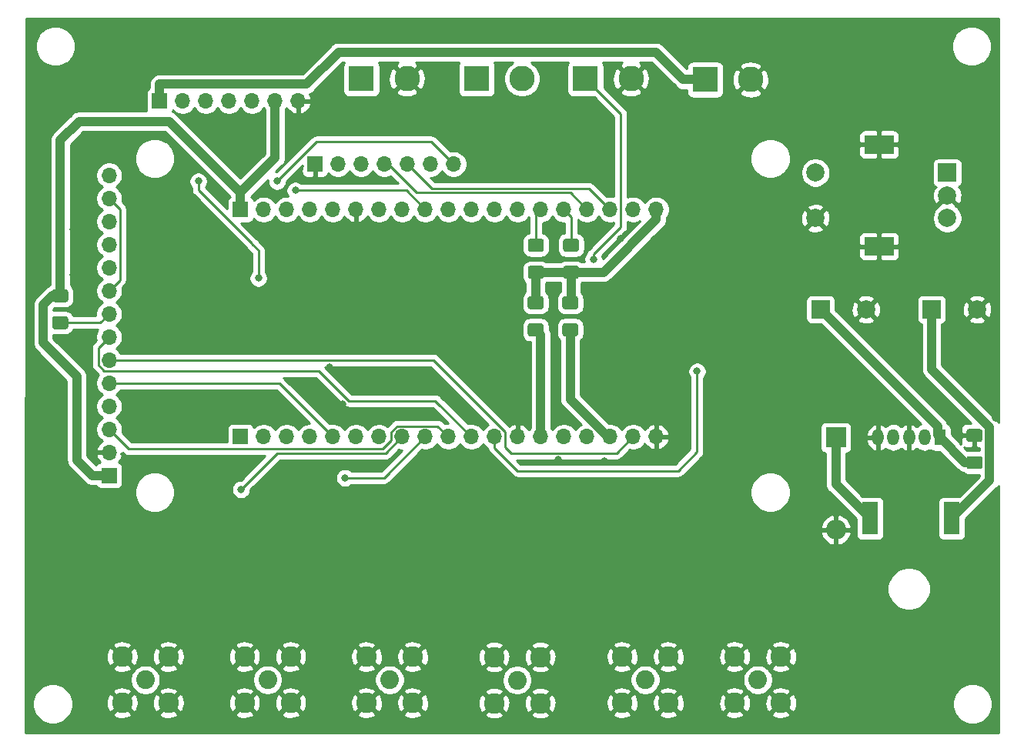
<source format=gbr>
G04 #@! TF.GenerationSoftware,KiCad,Pcbnew,(5.1.8)-1*
G04 #@! TF.CreationDate,2021-01-05T15:25:35+01:00*
G04 #@! TF.ProjectId,vfo-pcb,76666f2d-7063-4622-9e6b-696361645f70,rev?*
G04 #@! TF.SameCoordinates,Original*
G04 #@! TF.FileFunction,Copper,L2,Bot*
G04 #@! TF.FilePolarity,Positive*
%FSLAX46Y46*%
G04 Gerber Fmt 4.6, Leading zero omitted, Abs format (unit mm)*
G04 Created by KiCad (PCBNEW (5.1.8)-1) date 2021-01-05 15:25:35*
%MOMM*%
%LPD*%
G01*
G04 APERTURE LIST*
G04 #@! TA.AperFunction,ComponentPad*
%ADD10O,1.275000X1.800000*%
G04 #@! TD*
G04 #@! TA.AperFunction,ComponentPad*
%ADD11R,1.275000X1.800000*%
G04 #@! TD*
G04 #@! TA.AperFunction,SMDPad,CuDef*
%ADD12R,1.800000X3.600000*%
G04 #@! TD*
G04 #@! TA.AperFunction,ComponentPad*
%ADD13O,2.200000X2.200000*%
G04 #@! TD*
G04 #@! TA.AperFunction,ComponentPad*
%ADD14R,2.200000X2.200000*%
G04 #@! TD*
G04 #@! TA.AperFunction,ComponentPad*
%ADD15C,2.000000*%
G04 #@! TD*
G04 #@! TA.AperFunction,ComponentPad*
%ADD16R,2.000000X2.000000*%
G04 #@! TD*
G04 #@! TA.AperFunction,ComponentPad*
%ADD17R,1.700000X1.700000*%
G04 #@! TD*
G04 #@! TA.AperFunction,ComponentPad*
%ADD18O,1.700000X1.700000*%
G04 #@! TD*
G04 #@! TA.AperFunction,ComponentPad*
%ADD19R,2.800000X2.800000*%
G04 #@! TD*
G04 #@! TA.AperFunction,ComponentPad*
%ADD20C,2.800000*%
G04 #@! TD*
G04 #@! TA.AperFunction,ComponentPad*
%ADD21R,3.200000X2.000000*%
G04 #@! TD*
G04 #@! TA.AperFunction,ComponentPad*
%ADD22C,2.050000*%
G04 #@! TD*
G04 #@! TA.AperFunction,ComponentPad*
%ADD23C,2.250000*%
G04 #@! TD*
G04 #@! TA.AperFunction,ViaPad*
%ADD24C,0.800000*%
G04 #@! TD*
G04 #@! TA.AperFunction,Conductor*
%ADD25C,1.000000*%
G04 #@! TD*
G04 #@! TA.AperFunction,Conductor*
%ADD26C,0.250000*%
G04 #@! TD*
G04 #@! TA.AperFunction,Conductor*
%ADD27C,0.254000*%
G04 #@! TD*
G04 #@! TA.AperFunction,Conductor*
%ADD28C,0.100000*%
G04 #@! TD*
G04 APERTURE END LIST*
G04 #@! TA.AperFunction,SMDPad,CuDef*
G36*
G01*
X98435000Y-83525000D02*
X99685000Y-83525000D01*
G75*
G02*
X99935000Y-83775000I0J-250000D01*
G01*
X99935000Y-84700000D01*
G75*
G02*
X99685000Y-84950000I-250000J0D01*
G01*
X98435000Y-84950000D01*
G75*
G02*
X98185000Y-84700000I0J250000D01*
G01*
X98185000Y-83775000D01*
G75*
G02*
X98435000Y-83525000I250000J0D01*
G01*
G37*
G04 #@! TD.AperFunction*
G04 #@! TA.AperFunction,SMDPad,CuDef*
G36*
G01*
X98435000Y-86500000D02*
X99685000Y-86500000D01*
G75*
G02*
X99935000Y-86750000I0J-250000D01*
G01*
X99935000Y-87675000D01*
G75*
G02*
X99685000Y-87925000I-250000J0D01*
G01*
X98435000Y-87925000D01*
G75*
G02*
X98185000Y-87675000I0J250000D01*
G01*
X98185000Y-86750000D01*
G75*
G02*
X98435000Y-86500000I250000J0D01*
G01*
G37*
G04 #@! TD.AperFunction*
G04 #@! TA.AperFunction,SMDPad,CuDef*
G36*
G01*
X146695000Y-98130000D02*
X147945000Y-98130000D01*
G75*
G02*
X148195000Y-98380000I0J-250000D01*
G01*
X148195000Y-99305000D01*
G75*
G02*
X147945000Y-99555000I-250000J0D01*
G01*
X146695000Y-99555000D01*
G75*
G02*
X146445000Y-99305000I0J250000D01*
G01*
X146445000Y-98380000D01*
G75*
G02*
X146695000Y-98130000I250000J0D01*
G01*
G37*
G04 #@! TD.AperFunction*
G04 #@! TA.AperFunction,SMDPad,CuDef*
G36*
G01*
X146695000Y-101105000D02*
X147945000Y-101105000D01*
G75*
G02*
X148195000Y-101355000I0J-250000D01*
G01*
X148195000Y-102280000D01*
G75*
G02*
X147945000Y-102530000I-250000J0D01*
G01*
X146695000Y-102530000D01*
G75*
G02*
X146445000Y-102280000I0J250000D01*
G01*
X146445000Y-101355000D01*
G75*
G02*
X146695000Y-101105000I250000J0D01*
G01*
G37*
G04 #@! TD.AperFunction*
D10*
X136710000Y-99060000D03*
X138410000Y-99060000D03*
X140110000Y-99060000D03*
X141810000Y-99060000D03*
D11*
X143510000Y-99060000D03*
D12*
X144835000Y-107950000D03*
X135835000Y-107950000D03*
D13*
X132080000Y-109220000D03*
D14*
X132080000Y-99060000D03*
D15*
X147610000Y-84980000D03*
D16*
X142610000Y-84980000D03*
D15*
X135390000Y-84980000D03*
D16*
X130390000Y-84980000D03*
D17*
X57713880Y-62047120D03*
D18*
X60253880Y-62047120D03*
X62793880Y-62047120D03*
X65333880Y-62047120D03*
X67873880Y-62047120D03*
X70413880Y-62047120D03*
X72953880Y-62047120D03*
X112323880Y-98983800D03*
X109783880Y-98983800D03*
X107243880Y-98983800D03*
X104703880Y-98983800D03*
X102163880Y-98983800D03*
X99623880Y-98983800D03*
X97083880Y-98983800D03*
X94543880Y-98983800D03*
X92003880Y-98983800D03*
X89463880Y-98983800D03*
X86923880Y-98983800D03*
X84383880Y-98983800D03*
X81843880Y-98983800D03*
X79303880Y-98983800D03*
X76763880Y-98983800D03*
X74223880Y-98983800D03*
X71683880Y-98983800D03*
X69143880Y-98983800D03*
D17*
X66603880Y-98983800D03*
X66603880Y-73983800D03*
D18*
X69143880Y-73983800D03*
X71683880Y-73983800D03*
X74223880Y-73983800D03*
X76763880Y-73983800D03*
X79303880Y-73983800D03*
X81843880Y-73983800D03*
X84383880Y-73983800D03*
X86923880Y-73983800D03*
X89463880Y-73983800D03*
X92003880Y-73983800D03*
X94543880Y-73983800D03*
X97083880Y-73983800D03*
X99623880Y-73983800D03*
X102163880Y-73983800D03*
X104703880Y-73983800D03*
X107243880Y-73983800D03*
X109783880Y-73983800D03*
X112323880Y-73983800D03*
D19*
X104546400Y-59598560D03*
D20*
X109546400Y-59598560D03*
X84908400Y-59598560D03*
D19*
X79908400Y-59598560D03*
D17*
X52161440Y-103235760D03*
D18*
X52161440Y-100695760D03*
X52161440Y-98155760D03*
X52161440Y-95615760D03*
X52161440Y-93075760D03*
X52161440Y-90535760D03*
X52161440Y-87995760D03*
X52161440Y-85455760D03*
X52161440Y-82915760D03*
X52161440Y-80375760D03*
X52161440Y-77835760D03*
X52161440Y-75295760D03*
X52161440Y-72755760D03*
X52161440Y-70215760D03*
D16*
X144327880Y-69936360D03*
D15*
X144327880Y-72436360D03*
X144327880Y-74936360D03*
D21*
X136827880Y-66836360D03*
X136827880Y-78036360D03*
D15*
X129827880Y-69936360D03*
X129827880Y-74936360D03*
D20*
X97572840Y-59598560D03*
D19*
X92572840Y-59598560D03*
X117698520Y-59700160D03*
D20*
X122698520Y-59700160D03*
D17*
X74792840Y-68991480D03*
D18*
X77332840Y-68991480D03*
X79872840Y-68991480D03*
X82412840Y-68991480D03*
X84952840Y-68991480D03*
X87492840Y-68991480D03*
X90032840Y-68991480D03*
G04 #@! TA.AperFunction,SMDPad,CuDef*
G36*
G01*
X102245000Y-86500000D02*
X103495000Y-86500000D01*
G75*
G02*
X103745000Y-86750000I0J-250000D01*
G01*
X103745000Y-87675000D01*
G75*
G02*
X103495000Y-87925000I-250000J0D01*
G01*
X102245000Y-87925000D01*
G75*
G02*
X101995000Y-87675000I0J250000D01*
G01*
X101995000Y-86750000D01*
G75*
G02*
X102245000Y-86500000I250000J0D01*
G01*
G37*
G04 #@! TD.AperFunction*
G04 #@! TA.AperFunction,SMDPad,CuDef*
G36*
G01*
X102245000Y-83525000D02*
X103495000Y-83525000D01*
G75*
G02*
X103745000Y-83775000I0J-250000D01*
G01*
X103745000Y-84700000D01*
G75*
G02*
X103495000Y-84950000I-250000J0D01*
G01*
X102245000Y-84950000D01*
G75*
G02*
X101995000Y-84700000I0J250000D01*
G01*
X101995000Y-83775000D01*
G75*
G02*
X102245000Y-83525000I250000J0D01*
G01*
G37*
G04 #@! TD.AperFunction*
G04 #@! TA.AperFunction,SMDPad,CuDef*
G36*
G01*
X46156720Y-85727840D02*
X47406720Y-85727840D01*
G75*
G02*
X47656720Y-85977840I0J-250000D01*
G01*
X47656720Y-86902840D01*
G75*
G02*
X47406720Y-87152840I-250000J0D01*
G01*
X46156720Y-87152840D01*
G75*
G02*
X45906720Y-86902840I0J250000D01*
G01*
X45906720Y-85977840D01*
G75*
G02*
X46156720Y-85727840I250000J0D01*
G01*
G37*
G04 #@! TD.AperFunction*
G04 #@! TA.AperFunction,SMDPad,CuDef*
G36*
G01*
X46156720Y-82752840D02*
X47406720Y-82752840D01*
G75*
G02*
X47656720Y-83002840I0J-250000D01*
G01*
X47656720Y-83927840D01*
G75*
G02*
X47406720Y-84177840I-250000J0D01*
G01*
X46156720Y-84177840D01*
G75*
G02*
X45906720Y-83927840I0J250000D01*
G01*
X45906720Y-83002840D01*
G75*
G02*
X46156720Y-82752840I250000J0D01*
G01*
G37*
G04 #@! TD.AperFunction*
G04 #@! TA.AperFunction,SMDPad,CuDef*
G36*
G01*
X103581360Y-78625400D02*
X102331360Y-78625400D01*
G75*
G02*
X102081360Y-78375400I0J250000D01*
G01*
X102081360Y-77450400D01*
G75*
G02*
X102331360Y-77200400I250000J0D01*
G01*
X103581360Y-77200400D01*
G75*
G02*
X103831360Y-77450400I0J-250000D01*
G01*
X103831360Y-78375400D01*
G75*
G02*
X103581360Y-78625400I-250000J0D01*
G01*
G37*
G04 #@! TD.AperFunction*
G04 #@! TA.AperFunction,SMDPad,CuDef*
G36*
G01*
X103581360Y-81600400D02*
X102331360Y-81600400D01*
G75*
G02*
X102081360Y-81350400I0J250000D01*
G01*
X102081360Y-80425400D01*
G75*
G02*
X102331360Y-80175400I250000J0D01*
G01*
X103581360Y-80175400D01*
G75*
G02*
X103831360Y-80425400I0J-250000D01*
G01*
X103831360Y-81350400D01*
G75*
G02*
X103581360Y-81600400I-250000J0D01*
G01*
G37*
G04 #@! TD.AperFunction*
G04 #@! TA.AperFunction,SMDPad,CuDef*
G36*
G01*
X99710400Y-81600400D02*
X98460400Y-81600400D01*
G75*
G02*
X98210400Y-81350400I0J250000D01*
G01*
X98210400Y-80425400D01*
G75*
G02*
X98460400Y-80175400I250000J0D01*
G01*
X99710400Y-80175400D01*
G75*
G02*
X99960400Y-80425400I0J-250000D01*
G01*
X99960400Y-81350400D01*
G75*
G02*
X99710400Y-81600400I-250000J0D01*
G01*
G37*
G04 #@! TD.AperFunction*
G04 #@! TA.AperFunction,SMDPad,CuDef*
G36*
G01*
X99710400Y-78625400D02*
X98460400Y-78625400D01*
G75*
G02*
X98210400Y-78375400I0J250000D01*
G01*
X98210400Y-77450400D01*
G75*
G02*
X98460400Y-77200400I250000J0D01*
G01*
X99710400Y-77200400D01*
G75*
G02*
X99960400Y-77450400I0J-250000D01*
G01*
X99960400Y-78375400D01*
G75*
G02*
X99710400Y-78625400I-250000J0D01*
G01*
G37*
G04 #@! TD.AperFunction*
D22*
X123489720Y-125712220D03*
D23*
X126029720Y-128252220D03*
X126029720Y-123172220D03*
X120949720Y-123172220D03*
X120949720Y-128252220D03*
D22*
X111114840Y-125712220D03*
D23*
X113654840Y-128252220D03*
X113654840Y-123172220D03*
X108574840Y-123172220D03*
X108574840Y-128252220D03*
D22*
X97025000Y-125750000D03*
D23*
X99565000Y-128290000D03*
X99565000Y-123210000D03*
X94485000Y-123210000D03*
X94485000Y-128290000D03*
X80465168Y-128252220D03*
X80465168Y-123172220D03*
X85545168Y-123172220D03*
X85545168Y-128252220D03*
D22*
X83005168Y-125712220D03*
D23*
X67044824Y-128252220D03*
X67044824Y-123172220D03*
X72124824Y-123172220D03*
X72124824Y-128252220D03*
D22*
X69584824Y-125712220D03*
D23*
X53604160Y-128252220D03*
X53604160Y-123172220D03*
X58684160Y-123172220D03*
X58684160Y-128252220D03*
D22*
X56144160Y-125712220D03*
D24*
X50779680Y-55900320D03*
X55819040Y-55900320D03*
X61087000Y-55961280D03*
X66070480Y-55900320D03*
X71338440Y-55961280D03*
X75971400Y-56017160D03*
X149169120Y-64068960D03*
X149560280Y-68737480D03*
X149560280Y-73324720D03*
X149560280Y-77998320D03*
X149555200Y-92837000D03*
X149626320Y-96870520D03*
X148259800Y-106700320D03*
X148264880Y-110865920D03*
X148305520Y-116088160D03*
X45811440Y-106812080D03*
X45755560Y-101325680D03*
X45897800Y-96616520D03*
X45826680Y-91627960D03*
X45786040Y-61051440D03*
X45684440Y-65399920D03*
X44470320Y-70866000D03*
X44368720Y-75925680D03*
X44267120Y-81086960D03*
X48214280Y-81188560D03*
X48214280Y-76128880D03*
X48417480Y-70866000D03*
X48823880Y-67223640D03*
X110728760Y-86908640D03*
X115961160Y-87015320D03*
X116210080Y-82235040D03*
X75808840Y-77536040D03*
X56738520Y-98389440D03*
X55849520Y-76266040D03*
X61061600Y-76266040D03*
X61254640Y-79847440D03*
X81528920Y-77409040D03*
X91064080Y-77409040D03*
X94752160Y-77536040D03*
X94752160Y-81097120D03*
X93101160Y-69910960D03*
X95514160Y-66730880D03*
X99060000Y-66675000D03*
X101493320Y-69910960D03*
X65765680Y-68762880D03*
X65892680Y-66095880D03*
X101503480Y-95580200D03*
X107315000Y-95250000D03*
X97155000Y-91440000D03*
X94615000Y-95250000D03*
X106619040Y-101625400D03*
X111577120Y-101574600D03*
X101503480Y-101523800D03*
X108407200Y-77221080D03*
X105313480Y-77292200D03*
X101097080Y-76794360D03*
X107315000Y-92710000D03*
X107172760Y-88701880D03*
X137342880Y-81036160D03*
X121935240Y-96271080D03*
X121808240Y-91643200D03*
X121935240Y-100644960D03*
X113014760Y-69926200D03*
X116687600Y-69961760D03*
X120700800Y-69961760D03*
X120665240Y-66431160D03*
X116875560Y-66471800D03*
X112938560Y-66395600D03*
X82410300Y-130962400D03*
X87673180Y-130962400D03*
X92793820Y-130962400D03*
X97868740Y-130962400D03*
X102938580Y-130962400D03*
X106103420Y-130949700D03*
X110477300Y-130949700D03*
X114607340Y-130949700D03*
X121582180Y-130962400D03*
X126326900Y-130962400D03*
X132011420Y-130644900D03*
X133510020Y-95331280D03*
X111145320Y-82407760D03*
X115041680Y-93426280D03*
X92379800Y-54096920D03*
X97673160Y-54096920D03*
X104007920Y-54010560D03*
X117713760Y-54096920D03*
X128300480Y-54010560D03*
X137322560Y-54096920D03*
X79456280Y-54442360D03*
X109397800Y-111135160D03*
X44599860Y-111599980D03*
X44472860Y-116761260D03*
X44549060Y-121699020D03*
X70866000Y-114300000D03*
X68922900Y-108143040D03*
X76240640Y-108097320D03*
X81310480Y-107960160D03*
X86339680Y-108005880D03*
X91455240Y-108051600D03*
X91424760Y-111704120D03*
X76210160Y-111770160D03*
X81310480Y-111704120D03*
X86319360Y-111770160D03*
X104053640Y-118023640D03*
X132069840Y-126984760D03*
X131859020Y-120771920D03*
X131859020Y-115793520D03*
X126812040Y-111770160D03*
X121742200Y-111866680D03*
X81315560Y-81183480D03*
X86349840Y-81280000D03*
X86349840Y-84455000D03*
X94615000Y-91348560D03*
X91668600Y-86405720D03*
X91577160Y-81183480D03*
X96514920Y-86502240D03*
X127040640Y-61020960D03*
X132171440Y-60827920D03*
X137114280Y-60924440D03*
X142240000Y-60924440D03*
X72390000Y-87630000D03*
X76398120Y-91292680D03*
X75565000Y-81280000D03*
X71257160Y-81219040D03*
X71191120Y-77348080D03*
X77800200Y-95361760D03*
X56718200Y-95285560D03*
X56560720Y-88239600D03*
X55925720Y-81589880D03*
X78437740Y-130992880D03*
X73987660Y-131051300D03*
X69639180Y-131091940D03*
X65067180Y-131091940D03*
X61196220Y-130987800D03*
X56888380Y-131023360D03*
X52539900Y-131064000D03*
X91424760Y-103210360D03*
X106522520Y-105008680D03*
X111506000Y-104962960D03*
X116845080Y-105034080D03*
X119639080Y-102910640D03*
X61000640Y-98531680D03*
X61000640Y-101666040D03*
X86385400Y-77246480D03*
X103987600Y-121224040D03*
X103398320Y-129981960D03*
X54531260Y-118130320D03*
X56215280Y-118107460D03*
X90073480Y-129283460D03*
X90147140Y-124985780D03*
X116982240Y-127690880D03*
X117475000Y-129987040D03*
X49034700Y-110159800D03*
X49034700Y-107642660D03*
X64993520Y-111566960D03*
X67510660Y-106621580D03*
X72539860Y-106591100D03*
X78740000Y-87630000D03*
X83185000Y-87630000D03*
X84455000Y-93980000D03*
X88265000Y-93980000D03*
X72644000Y-71882000D03*
X105410000Y-79465000D03*
X116814600Y-91780360D03*
X78105000Y-103505000D03*
X66675000Y-104775000D03*
X70633318Y-70866000D03*
X61976000Y-70866000D03*
X68580000Y-81534000D03*
D25*
X46781720Y-66374642D02*
X48874042Y-64282320D01*
X46781720Y-83465340D02*
X46781720Y-66374642D01*
X58752400Y-64282320D02*
X66603880Y-72133800D01*
X48874042Y-64282320D02*
X58752400Y-64282320D01*
X44906710Y-88635988D02*
X48615600Y-92344878D01*
X44906710Y-84465350D02*
X44906710Y-88635988D01*
X46781720Y-83465340D02*
X45906720Y-83465340D01*
X45906720Y-83465340D02*
X44906710Y-84465350D01*
X50311440Y-103235760D02*
X52161440Y-103235760D01*
X48615600Y-101539920D02*
X50311440Y-103235760D01*
X48615600Y-92344878D02*
X48615600Y-101539920D01*
X70413880Y-63249201D02*
X70413880Y-62047120D01*
X70413880Y-68323800D02*
X70413880Y-63249201D01*
X66603880Y-72133800D02*
X70413880Y-68323800D01*
X66603880Y-73983800D02*
X66603880Y-72133800D01*
X142610000Y-91560058D02*
X142610000Y-84980000D01*
X148995010Y-97945068D02*
X142610000Y-91560058D01*
X148995010Y-103789990D02*
X148995010Y-97945068D01*
X144835000Y-107950000D02*
X148995010Y-103789990D01*
X102870000Y-94855918D02*
X102870000Y-87212500D01*
X106997882Y-98983800D02*
X102870000Y-94855918D01*
X107243880Y-98983800D02*
X106997882Y-98983800D01*
X99623880Y-87776380D02*
X99060000Y-87212500D01*
X99623880Y-98983800D02*
X99623880Y-87776380D01*
D26*
X96353799Y-100798799D02*
X95718881Y-100163881D01*
X95718881Y-100163881D02*
X95718881Y-98419799D01*
X107968881Y-100798799D02*
X96353799Y-100798799D01*
X109783880Y-98983800D02*
X107968881Y-100798799D01*
X87834842Y-90535760D02*
X52161440Y-90535760D01*
X95718881Y-98419799D02*
X87834842Y-90535760D01*
X53336441Y-73930761D02*
X53011439Y-73605759D01*
X53011439Y-73605759D02*
X52161440Y-72755760D01*
X53336441Y-81740759D02*
X53336441Y-73930761D01*
X52161440Y-82915760D02*
X53336441Y-81740759D01*
X84822080Y-71882000D02*
X86923880Y-73983800D01*
X72644000Y-71882000D02*
X84822080Y-71882000D01*
X50986439Y-89170761D02*
X52161440Y-87995760D01*
X51597439Y-91710761D02*
X50986439Y-91099761D01*
X75222203Y-91710761D02*
X51597439Y-91710761D01*
X78525201Y-95013759D02*
X75222203Y-91710761D01*
X88033839Y-95013759D02*
X78525201Y-95013759D01*
X50986439Y-91099761D02*
X50986439Y-89170761D01*
X92003880Y-98983800D02*
X88033839Y-95013759D01*
X88288879Y-97808799D02*
X89463880Y-98983800D01*
X83819879Y-97808799D02*
X88288879Y-97808799D01*
X83208879Y-98419799D02*
X83819879Y-97808799D01*
X83208879Y-99357803D02*
X83208879Y-98419799D01*
X82236682Y-100330000D02*
X83208879Y-99357803D01*
X54335680Y-100330000D02*
X82236682Y-100330000D01*
X52161440Y-98155760D02*
X54335680Y-100330000D01*
X70855840Y-93075760D02*
X76763880Y-98983800D01*
X52161440Y-93075760D02*
X70855840Y-93075760D01*
X102956360Y-74776280D02*
X102163880Y-73983800D01*
X102956360Y-77912900D02*
X102956360Y-74776280D01*
X99085400Y-74522280D02*
X99623880Y-73983800D01*
X99085400Y-77912900D02*
X99085400Y-74522280D01*
X51176860Y-86440340D02*
X52161440Y-85455760D01*
X46781720Y-86440340D02*
X51176860Y-86440340D01*
X104546400Y-59598560D02*
X108418881Y-63471041D01*
X108418881Y-75890434D02*
X108418881Y-75096119D01*
X105410000Y-78899315D02*
X108418881Y-75890434D01*
X105410000Y-79465000D02*
X105410000Y-78899315D01*
X108418881Y-75096119D02*
X108418881Y-75731119D01*
X108418881Y-63471041D02*
X108418881Y-75096119D01*
D25*
X57713880Y-60197120D02*
X57713880Y-62047120D01*
X77371401Y-56689161D02*
X73863443Y-60197119D01*
X73863443Y-60197119D02*
X57713880Y-60197120D01*
X112287521Y-56689161D02*
X77371401Y-56689161D01*
X115298520Y-59700160D02*
X112287521Y-56689161D01*
X117698520Y-59700160D02*
X115298520Y-59700160D01*
X146267500Y-101817500D02*
X143510000Y-99060000D01*
X147320000Y-101817500D02*
X146267500Y-101817500D01*
X143247510Y-97837510D02*
X130390000Y-84980000D01*
X143247510Y-98797510D02*
X143247510Y-97837510D01*
X143510000Y-99060000D02*
X143247510Y-98797510D01*
D26*
X116814600Y-100650040D02*
X116814600Y-91780360D01*
X94543880Y-100185881D02*
X97075599Y-102717600D01*
X94543880Y-98983800D02*
X94543880Y-100185881D01*
X97075599Y-102717600D02*
X114747040Y-102717600D01*
X114747040Y-102717600D02*
X116814600Y-100650040D01*
X104946071Y-71685991D02*
X107243880Y-73983800D01*
X87647351Y-71685991D02*
X104946071Y-71685991D01*
X84952840Y-68991480D02*
X87647351Y-71685991D01*
X82834480Y-68991480D02*
X82412840Y-68991480D01*
X85979000Y-72136000D02*
X82834480Y-68991480D01*
X102856080Y-72136000D02*
X85979000Y-72136000D01*
X104703880Y-73983800D02*
X102856080Y-72136000D01*
D25*
X99085400Y-80887900D02*
X102956360Y-80887900D01*
X99060000Y-80913300D02*
X99085400Y-80887900D01*
X99060000Y-84237500D02*
X99060000Y-80913300D01*
X102956360Y-84151140D02*
X102870000Y-84237500D01*
X102956360Y-80887900D02*
X102956360Y-84151140D01*
X112323880Y-75080402D02*
X112323880Y-73983800D01*
X106516382Y-80887900D02*
X112323880Y-75080402D01*
X102956360Y-80887900D02*
X106516382Y-80887900D01*
D26*
X82402680Y-103505000D02*
X86923880Y-98983800D01*
X78105000Y-103505000D02*
X82402680Y-103505000D01*
X82587670Y-100780010D02*
X70669990Y-100780010D01*
X84383880Y-98983800D02*
X82587670Y-100780010D01*
X70669990Y-100780010D02*
X66675000Y-104775000D01*
X90032840Y-68991480D02*
X87589360Y-66548000D01*
X74951318Y-66548000D02*
X70633318Y-70866000D01*
X87589360Y-66548000D02*
X74951318Y-66548000D01*
X70633318Y-70866000D02*
X70633318Y-70866000D01*
X61976000Y-71820922D02*
X67879078Y-77724000D01*
X61976000Y-70866000D02*
X61976000Y-71820922D01*
X67879078Y-77724000D02*
X67879078Y-77785078D01*
X67879078Y-77785078D02*
X68580000Y-78486000D01*
X68580000Y-78486000D02*
X68580000Y-81534000D01*
X68580000Y-81534000D02*
X68580000Y-81534000D01*
D25*
X132080000Y-104195000D02*
X135835000Y-107950000D01*
X132080000Y-99060000D02*
X132080000Y-104195000D01*
D27*
X149987027Y-97393263D02*
X149943294Y-97311445D01*
X149801459Y-97138619D01*
X149758151Y-97103077D01*
X143745000Y-91089927D01*
X143745000Y-86602621D01*
X143854180Y-86569502D01*
X143964494Y-86510537D01*
X144061185Y-86431185D01*
X144140537Y-86334494D01*
X144199502Y-86224180D01*
X144232496Y-86115413D01*
X146654192Y-86115413D01*
X146749956Y-86379814D01*
X147039571Y-86520704D01*
X147351108Y-86602384D01*
X147672595Y-86621718D01*
X147991675Y-86577961D01*
X148296088Y-86472795D01*
X148470044Y-86379814D01*
X148565808Y-86115413D01*
X147610000Y-85159605D01*
X146654192Y-86115413D01*
X144232496Y-86115413D01*
X144235812Y-86104482D01*
X144248072Y-85980000D01*
X144248072Y-85042595D01*
X145968282Y-85042595D01*
X146012039Y-85361675D01*
X146117205Y-85666088D01*
X146210186Y-85840044D01*
X146474587Y-85935808D01*
X147430395Y-84980000D01*
X147789605Y-84980000D01*
X148745413Y-85935808D01*
X149009814Y-85840044D01*
X149150704Y-85550429D01*
X149232384Y-85238892D01*
X149251718Y-84917405D01*
X149207961Y-84598325D01*
X149102795Y-84293912D01*
X149009814Y-84119956D01*
X148745413Y-84024192D01*
X147789605Y-84980000D01*
X147430395Y-84980000D01*
X146474587Y-84024192D01*
X146210186Y-84119956D01*
X146069296Y-84409571D01*
X145987616Y-84721108D01*
X145968282Y-85042595D01*
X144248072Y-85042595D01*
X144248072Y-83980000D01*
X144235812Y-83855518D01*
X144232497Y-83844587D01*
X146654192Y-83844587D01*
X147610000Y-84800395D01*
X148565808Y-83844587D01*
X148470044Y-83580186D01*
X148180429Y-83439296D01*
X147868892Y-83357616D01*
X147547405Y-83338282D01*
X147228325Y-83382039D01*
X146923912Y-83487205D01*
X146749956Y-83580186D01*
X146654192Y-83844587D01*
X144232497Y-83844587D01*
X144199502Y-83735820D01*
X144140537Y-83625506D01*
X144061185Y-83528815D01*
X143964494Y-83449463D01*
X143854180Y-83390498D01*
X143734482Y-83354188D01*
X143610000Y-83341928D01*
X141610000Y-83341928D01*
X141485518Y-83354188D01*
X141365820Y-83390498D01*
X141255506Y-83449463D01*
X141158815Y-83528815D01*
X141079463Y-83625506D01*
X141020498Y-83735820D01*
X140984188Y-83855518D01*
X140971928Y-83980000D01*
X140971928Y-85980000D01*
X140984188Y-86104482D01*
X141020498Y-86224180D01*
X141079463Y-86334494D01*
X141158815Y-86431185D01*
X141255506Y-86510537D01*
X141365820Y-86569502D01*
X141475001Y-86602622D01*
X141475000Y-91504306D01*
X141469509Y-91560058D01*
X141475000Y-91615809D01*
X141491423Y-91782556D01*
X141556324Y-91996504D01*
X141661716Y-92193681D01*
X141803551Y-92366507D01*
X141846865Y-92402054D01*
X146939315Y-97494505D01*
X146445000Y-97491928D01*
X146320518Y-97504188D01*
X146200820Y-97540498D01*
X146090506Y-97599463D01*
X145993815Y-97678815D01*
X145914463Y-97775506D01*
X145855498Y-97885820D01*
X145819188Y-98005518D01*
X145806928Y-98130000D01*
X145810000Y-98556750D01*
X145968750Y-98715500D01*
X147193000Y-98715500D01*
X147193000Y-98695500D01*
X147447000Y-98695500D01*
X147447000Y-98715500D01*
X147467000Y-98715500D01*
X147467000Y-98969500D01*
X147447000Y-98969500D01*
X147447000Y-100031250D01*
X147605750Y-100190000D01*
X147860011Y-100191326D01*
X147860011Y-100466928D01*
X146695000Y-100466928D01*
X146537566Y-100482434D01*
X146198271Y-100143140D01*
X146200820Y-100144502D01*
X146320518Y-100180812D01*
X146445000Y-100193072D01*
X147034250Y-100190000D01*
X147193000Y-100031250D01*
X147193000Y-98969500D01*
X145968750Y-98969500D01*
X145810000Y-99128250D01*
X145806928Y-99555000D01*
X145819188Y-99679482D01*
X145855498Y-99799180D01*
X145856860Y-99801729D01*
X144785572Y-98730441D01*
X144785572Y-98160000D01*
X144773312Y-98035518D01*
X144737002Y-97915820D01*
X144678037Y-97805506D01*
X144598685Y-97708815D01*
X144501994Y-97629463D01*
X144391680Y-97570498D01*
X144348622Y-97557436D01*
X144301186Y-97401063D01*
X144284849Y-97370498D01*
X144195794Y-97203887D01*
X144053959Y-97031061D01*
X144010651Y-96995519D01*
X133130545Y-86115413D01*
X134434192Y-86115413D01*
X134529956Y-86379814D01*
X134819571Y-86520704D01*
X135131108Y-86602384D01*
X135452595Y-86621718D01*
X135771675Y-86577961D01*
X136076088Y-86472795D01*
X136250044Y-86379814D01*
X136345808Y-86115413D01*
X135390000Y-85159605D01*
X134434192Y-86115413D01*
X133130545Y-86115413D01*
X132057727Y-85042595D01*
X133748282Y-85042595D01*
X133792039Y-85361675D01*
X133897205Y-85666088D01*
X133990186Y-85840044D01*
X134254587Y-85935808D01*
X135210395Y-84980000D01*
X135569605Y-84980000D01*
X136525413Y-85935808D01*
X136789814Y-85840044D01*
X136930704Y-85550429D01*
X137012384Y-85238892D01*
X137031718Y-84917405D01*
X136987961Y-84598325D01*
X136882795Y-84293912D01*
X136789814Y-84119956D01*
X136525413Y-84024192D01*
X135569605Y-84980000D01*
X135210395Y-84980000D01*
X134254587Y-84024192D01*
X133990186Y-84119956D01*
X133849296Y-84409571D01*
X133767616Y-84721108D01*
X133748282Y-85042595D01*
X132057727Y-85042595D01*
X132028072Y-85012941D01*
X132028072Y-83980000D01*
X132015812Y-83855518D01*
X132012497Y-83844587D01*
X134434192Y-83844587D01*
X135390000Y-84800395D01*
X136345808Y-83844587D01*
X136250044Y-83580186D01*
X135960429Y-83439296D01*
X135648892Y-83357616D01*
X135327405Y-83338282D01*
X135008325Y-83382039D01*
X134703912Y-83487205D01*
X134529956Y-83580186D01*
X134434192Y-83844587D01*
X132012497Y-83844587D01*
X131979502Y-83735820D01*
X131920537Y-83625506D01*
X131841185Y-83528815D01*
X131744494Y-83449463D01*
X131634180Y-83390498D01*
X131514482Y-83354188D01*
X131390000Y-83341928D01*
X129390000Y-83341928D01*
X129265518Y-83354188D01*
X129145820Y-83390498D01*
X129035506Y-83449463D01*
X128938815Y-83528815D01*
X128859463Y-83625506D01*
X128800498Y-83735820D01*
X128764188Y-83855518D01*
X128751928Y-83980000D01*
X128751928Y-85980000D01*
X128764188Y-86104482D01*
X128800498Y-86224180D01*
X128859463Y-86334494D01*
X128938815Y-86431185D01*
X129035506Y-86510537D01*
X129145820Y-86569502D01*
X129265518Y-86605812D01*
X129390000Y-86618072D01*
X130422941Y-86618072D01*
X141397684Y-97592816D01*
X141320680Y-97616175D01*
X141099617Y-97734336D01*
X140960609Y-97848417D01*
X140919991Y-97807905D01*
X140711367Y-97668898D01*
X140479633Y-97573263D01*
X140433505Y-97566809D01*
X140237000Y-97691015D01*
X140237000Y-98933000D01*
X140257000Y-98933000D01*
X140257000Y-99187000D01*
X140237000Y-99187000D01*
X140237000Y-100428985D01*
X140433505Y-100553191D01*
X140479633Y-100546737D01*
X140711367Y-100451102D01*
X140919991Y-100312095D01*
X140960608Y-100271583D01*
X141099616Y-100385664D01*
X141320679Y-100503825D01*
X141560546Y-100576588D01*
X141810000Y-100601157D01*
X142059453Y-100576588D01*
X142299320Y-100503825D01*
X142441557Y-100427797D01*
X142518006Y-100490537D01*
X142628320Y-100549502D01*
X142748018Y-100585812D01*
X142872500Y-100598072D01*
X143442941Y-100598072D01*
X145425509Y-102580641D01*
X145461051Y-102623949D01*
X145633877Y-102765784D01*
X145831053Y-102871176D01*
X146045001Y-102936077D01*
X146108974Y-102942378D01*
X146201614Y-103018405D01*
X146355150Y-103100472D01*
X146521746Y-103151008D01*
X146695000Y-103168072D01*
X147860010Y-103168072D01*
X147860010Y-103319857D01*
X145667940Y-105511928D01*
X143935000Y-105511928D01*
X143810518Y-105524188D01*
X143690820Y-105560498D01*
X143580506Y-105619463D01*
X143483815Y-105698815D01*
X143404463Y-105795506D01*
X143345498Y-105905820D01*
X143309188Y-106025518D01*
X143296928Y-106150000D01*
X143296928Y-109750000D01*
X143309188Y-109874482D01*
X143345498Y-109994180D01*
X143404463Y-110104494D01*
X143483815Y-110201185D01*
X143580506Y-110280537D01*
X143690820Y-110339502D01*
X143810518Y-110375812D01*
X143935000Y-110388072D01*
X145735000Y-110388072D01*
X145859482Y-110375812D01*
X145979180Y-110339502D01*
X146089494Y-110280537D01*
X146186185Y-110201185D01*
X146265537Y-110104494D01*
X146324502Y-109994180D01*
X146360812Y-109874482D01*
X146373072Y-109750000D01*
X146373072Y-108017059D01*
X149758156Y-104631977D01*
X149801459Y-104596439D01*
X149847778Y-104540000D01*
X149943294Y-104423613D01*
X149991662Y-104333121D01*
X150009819Y-131514259D01*
X42969305Y-131559422D01*
X42972022Y-128141312D01*
X43733920Y-128141312D01*
X43733920Y-128581568D01*
X43819810Y-129013365D01*
X43988289Y-129420109D01*
X44232882Y-129786169D01*
X44544191Y-130097478D01*
X44910251Y-130342071D01*
X45316995Y-130510550D01*
X45748792Y-130596440D01*
X46189048Y-130596440D01*
X46620845Y-130510550D01*
X47027589Y-130342071D01*
X47393649Y-130097478D01*
X47704958Y-129786169D01*
X47911704Y-129476751D01*
X52559234Y-129476751D01*
X52670081Y-129753934D01*
X52981000Y-129907309D01*
X53315865Y-129997080D01*
X53661810Y-130019796D01*
X54005540Y-129974586D01*
X54333845Y-129863186D01*
X54538239Y-129753934D01*
X54649086Y-129476751D01*
X57639234Y-129476751D01*
X57750081Y-129753934D01*
X58061000Y-129907309D01*
X58395865Y-129997080D01*
X58741810Y-130019796D01*
X59085540Y-129974586D01*
X59413845Y-129863186D01*
X59618239Y-129753934D01*
X59729086Y-129476751D01*
X65999898Y-129476751D01*
X66110745Y-129753934D01*
X66421664Y-129907309D01*
X66756529Y-129997080D01*
X67102474Y-130019796D01*
X67446204Y-129974586D01*
X67774509Y-129863186D01*
X67978903Y-129753934D01*
X68089750Y-129476751D01*
X71079898Y-129476751D01*
X71190745Y-129753934D01*
X71501664Y-129907309D01*
X71836529Y-129997080D01*
X72182474Y-130019796D01*
X72526204Y-129974586D01*
X72854509Y-129863186D01*
X73058903Y-129753934D01*
X73169750Y-129476751D01*
X79420242Y-129476751D01*
X79531089Y-129753934D01*
X79842008Y-129907309D01*
X80176873Y-129997080D01*
X80522818Y-130019796D01*
X80866548Y-129974586D01*
X81194853Y-129863186D01*
X81399247Y-129753934D01*
X81510094Y-129476751D01*
X84500242Y-129476751D01*
X84611089Y-129753934D01*
X84922008Y-129907309D01*
X85256873Y-129997080D01*
X85602818Y-130019796D01*
X85946548Y-129974586D01*
X86274853Y-129863186D01*
X86479247Y-129753934D01*
X86574985Y-129514531D01*
X93440074Y-129514531D01*
X93550921Y-129791714D01*
X93861840Y-129945089D01*
X94196705Y-130034860D01*
X94542650Y-130057576D01*
X94886380Y-130012366D01*
X95214685Y-129900966D01*
X95419079Y-129791714D01*
X95529926Y-129514531D01*
X98520074Y-129514531D01*
X98630921Y-129791714D01*
X98941840Y-129945089D01*
X99276705Y-130034860D01*
X99622650Y-130057576D01*
X99966380Y-130012366D01*
X100294685Y-129900966D01*
X100499079Y-129791714D01*
X100609926Y-129514531D01*
X100572146Y-129476751D01*
X107529914Y-129476751D01*
X107640761Y-129753934D01*
X107951680Y-129907309D01*
X108286545Y-129997080D01*
X108632490Y-130019796D01*
X108976220Y-129974586D01*
X109304525Y-129863186D01*
X109508919Y-129753934D01*
X109619766Y-129476751D01*
X112609914Y-129476751D01*
X112720761Y-129753934D01*
X113031680Y-129907309D01*
X113366545Y-129997080D01*
X113712490Y-130019796D01*
X114056220Y-129974586D01*
X114384525Y-129863186D01*
X114588919Y-129753934D01*
X114699766Y-129476751D01*
X119904794Y-129476751D01*
X120015641Y-129753934D01*
X120326560Y-129907309D01*
X120661425Y-129997080D01*
X121007370Y-130019796D01*
X121351100Y-129974586D01*
X121679405Y-129863186D01*
X121883799Y-129753934D01*
X121994646Y-129476751D01*
X124984794Y-129476751D01*
X125095641Y-129753934D01*
X125406560Y-129907309D01*
X125741425Y-129997080D01*
X126087370Y-130019796D01*
X126431100Y-129974586D01*
X126759405Y-129863186D01*
X126963799Y-129753934D01*
X127074646Y-129476751D01*
X126029720Y-128431825D01*
X124984794Y-129476751D01*
X121994646Y-129476751D01*
X120949720Y-128431825D01*
X119904794Y-129476751D01*
X114699766Y-129476751D01*
X113654840Y-128431825D01*
X112609914Y-129476751D01*
X109619766Y-129476751D01*
X108574840Y-128431825D01*
X107529914Y-129476751D01*
X100572146Y-129476751D01*
X99565000Y-128469605D01*
X98520074Y-129514531D01*
X95529926Y-129514531D01*
X94485000Y-128469605D01*
X93440074Y-129514531D01*
X86574985Y-129514531D01*
X86590094Y-129476751D01*
X85545168Y-128431825D01*
X84500242Y-129476751D01*
X81510094Y-129476751D01*
X80465168Y-128431825D01*
X79420242Y-129476751D01*
X73169750Y-129476751D01*
X72124824Y-128431825D01*
X71079898Y-129476751D01*
X68089750Y-129476751D01*
X67044824Y-128431825D01*
X65999898Y-129476751D01*
X59729086Y-129476751D01*
X58684160Y-128431825D01*
X57639234Y-129476751D01*
X54649086Y-129476751D01*
X53604160Y-128431825D01*
X52559234Y-129476751D01*
X47911704Y-129476751D01*
X47949551Y-129420109D01*
X48118030Y-129013365D01*
X48203920Y-128581568D01*
X48203920Y-128309870D01*
X51836584Y-128309870D01*
X51881794Y-128653600D01*
X51993194Y-128981905D01*
X52102446Y-129186299D01*
X52379629Y-129297146D01*
X53424555Y-128252220D01*
X53783765Y-128252220D01*
X54828691Y-129297146D01*
X55105874Y-129186299D01*
X55259249Y-128875380D01*
X55349020Y-128540515D01*
X55364164Y-128309870D01*
X56916584Y-128309870D01*
X56961794Y-128653600D01*
X57073194Y-128981905D01*
X57182446Y-129186299D01*
X57459629Y-129297146D01*
X58504555Y-128252220D01*
X58863765Y-128252220D01*
X59908691Y-129297146D01*
X60185874Y-129186299D01*
X60339249Y-128875380D01*
X60429020Y-128540515D01*
X60444164Y-128309870D01*
X65277248Y-128309870D01*
X65322458Y-128653600D01*
X65433858Y-128981905D01*
X65543110Y-129186299D01*
X65820293Y-129297146D01*
X66865219Y-128252220D01*
X67224429Y-128252220D01*
X68269355Y-129297146D01*
X68546538Y-129186299D01*
X68699913Y-128875380D01*
X68789684Y-128540515D01*
X68804828Y-128309870D01*
X70357248Y-128309870D01*
X70402458Y-128653600D01*
X70513858Y-128981905D01*
X70623110Y-129186299D01*
X70900293Y-129297146D01*
X71945219Y-128252220D01*
X72304429Y-128252220D01*
X73349355Y-129297146D01*
X73626538Y-129186299D01*
X73779913Y-128875380D01*
X73869684Y-128540515D01*
X73884828Y-128309870D01*
X78697592Y-128309870D01*
X78742802Y-128653600D01*
X78854202Y-128981905D01*
X78963454Y-129186299D01*
X79240637Y-129297146D01*
X80285563Y-128252220D01*
X80644773Y-128252220D01*
X81689699Y-129297146D01*
X81966882Y-129186299D01*
X82120257Y-128875380D01*
X82210028Y-128540515D01*
X82225172Y-128309870D01*
X83777592Y-128309870D01*
X83822802Y-128653600D01*
X83934202Y-128981905D01*
X84043454Y-129186299D01*
X84320637Y-129297146D01*
X85365563Y-128252220D01*
X85724773Y-128252220D01*
X86769699Y-129297146D01*
X87046882Y-129186299D01*
X87200257Y-128875380D01*
X87290028Y-128540515D01*
X87302692Y-128347650D01*
X92717424Y-128347650D01*
X92762634Y-128691380D01*
X92874034Y-129019685D01*
X92983286Y-129224079D01*
X93260469Y-129334926D01*
X94305395Y-128290000D01*
X94664605Y-128290000D01*
X95709531Y-129334926D01*
X95986714Y-129224079D01*
X96140089Y-128913160D01*
X96229860Y-128578295D01*
X96245004Y-128347650D01*
X97797424Y-128347650D01*
X97842634Y-128691380D01*
X97954034Y-129019685D01*
X98063286Y-129224079D01*
X98340469Y-129334926D01*
X99385395Y-128290000D01*
X99744605Y-128290000D01*
X100789531Y-129334926D01*
X101066714Y-129224079D01*
X101220089Y-128913160D01*
X101309860Y-128578295D01*
X101327485Y-128309870D01*
X106807264Y-128309870D01*
X106852474Y-128653600D01*
X106963874Y-128981905D01*
X107073126Y-129186299D01*
X107350309Y-129297146D01*
X108395235Y-128252220D01*
X108754445Y-128252220D01*
X109799371Y-129297146D01*
X110076554Y-129186299D01*
X110229929Y-128875380D01*
X110319700Y-128540515D01*
X110334844Y-128309870D01*
X111887264Y-128309870D01*
X111932474Y-128653600D01*
X112043874Y-128981905D01*
X112153126Y-129186299D01*
X112430309Y-129297146D01*
X113475235Y-128252220D01*
X113834445Y-128252220D01*
X114879371Y-129297146D01*
X115156554Y-129186299D01*
X115309929Y-128875380D01*
X115399700Y-128540515D01*
X115414844Y-128309870D01*
X119182144Y-128309870D01*
X119227354Y-128653600D01*
X119338754Y-128981905D01*
X119448006Y-129186299D01*
X119725189Y-129297146D01*
X120770115Y-128252220D01*
X121129325Y-128252220D01*
X122174251Y-129297146D01*
X122451434Y-129186299D01*
X122604809Y-128875380D01*
X122694580Y-128540515D01*
X122709724Y-128309870D01*
X124262144Y-128309870D01*
X124307354Y-128653600D01*
X124418754Y-128981905D01*
X124528006Y-129186299D01*
X124805189Y-129297146D01*
X125850115Y-128252220D01*
X126209325Y-128252220D01*
X127254251Y-129297146D01*
X127531434Y-129186299D01*
X127684809Y-128875380D01*
X127774580Y-128540515D01*
X127797296Y-128194570D01*
X127790292Y-128141312D01*
X144861480Y-128141312D01*
X144861480Y-128581568D01*
X144947370Y-129013365D01*
X145115849Y-129420109D01*
X145360442Y-129786169D01*
X145671751Y-130097478D01*
X146037811Y-130342071D01*
X146444555Y-130510550D01*
X146876352Y-130596440D01*
X147316608Y-130596440D01*
X147748405Y-130510550D01*
X148155149Y-130342071D01*
X148521209Y-130097478D01*
X148832518Y-129786169D01*
X149077111Y-129420109D01*
X149245590Y-129013365D01*
X149331480Y-128581568D01*
X149331480Y-128141312D01*
X149245590Y-127709515D01*
X149077111Y-127302771D01*
X148832518Y-126936711D01*
X148521209Y-126625402D01*
X148155149Y-126380809D01*
X147748405Y-126212330D01*
X147316608Y-126126440D01*
X146876352Y-126126440D01*
X146444555Y-126212330D01*
X146037811Y-126380809D01*
X145671751Y-126625402D01*
X145360442Y-126936711D01*
X145115849Y-127302771D01*
X144947370Y-127709515D01*
X144861480Y-128141312D01*
X127790292Y-128141312D01*
X127752086Y-127850840D01*
X127640686Y-127522535D01*
X127531434Y-127318141D01*
X127254251Y-127207294D01*
X126209325Y-128252220D01*
X125850115Y-128252220D01*
X124805189Y-127207294D01*
X124528006Y-127318141D01*
X124374631Y-127629060D01*
X124284860Y-127963925D01*
X124262144Y-128309870D01*
X122709724Y-128309870D01*
X122717296Y-128194570D01*
X122672086Y-127850840D01*
X122560686Y-127522535D01*
X122451434Y-127318141D01*
X122174251Y-127207294D01*
X121129325Y-128252220D01*
X120770115Y-128252220D01*
X119725189Y-127207294D01*
X119448006Y-127318141D01*
X119294631Y-127629060D01*
X119204860Y-127963925D01*
X119182144Y-128309870D01*
X115414844Y-128309870D01*
X115422416Y-128194570D01*
X115377206Y-127850840D01*
X115265806Y-127522535D01*
X115156554Y-127318141D01*
X114879371Y-127207294D01*
X113834445Y-128252220D01*
X113475235Y-128252220D01*
X112430309Y-127207294D01*
X112153126Y-127318141D01*
X111999751Y-127629060D01*
X111909980Y-127963925D01*
X111887264Y-128309870D01*
X110334844Y-128309870D01*
X110342416Y-128194570D01*
X110297206Y-127850840D01*
X110185806Y-127522535D01*
X110076554Y-127318141D01*
X109799371Y-127207294D01*
X108754445Y-128252220D01*
X108395235Y-128252220D01*
X107350309Y-127207294D01*
X107073126Y-127318141D01*
X106919751Y-127629060D01*
X106829980Y-127963925D01*
X106807264Y-128309870D01*
X101327485Y-128309870D01*
X101332576Y-128232350D01*
X101287366Y-127888620D01*
X101175966Y-127560315D01*
X101066714Y-127355921D01*
X100789531Y-127245074D01*
X99744605Y-128290000D01*
X99385395Y-128290000D01*
X98340469Y-127245074D01*
X98063286Y-127355921D01*
X97909911Y-127666840D01*
X97820140Y-128001705D01*
X97797424Y-128347650D01*
X96245004Y-128347650D01*
X96252576Y-128232350D01*
X96207366Y-127888620D01*
X96095966Y-127560315D01*
X95986714Y-127355921D01*
X95709531Y-127245074D01*
X94664605Y-128290000D01*
X94305395Y-128290000D01*
X93260469Y-127245074D01*
X92983286Y-127355921D01*
X92829911Y-127666840D01*
X92740140Y-128001705D01*
X92717424Y-128347650D01*
X87302692Y-128347650D01*
X87312744Y-128194570D01*
X87267534Y-127850840D01*
X87156134Y-127522535D01*
X87046882Y-127318141D01*
X86769699Y-127207294D01*
X85724773Y-128252220D01*
X85365563Y-128252220D01*
X84320637Y-127207294D01*
X84043454Y-127318141D01*
X83890079Y-127629060D01*
X83800308Y-127963925D01*
X83777592Y-128309870D01*
X82225172Y-128309870D01*
X82232744Y-128194570D01*
X82187534Y-127850840D01*
X82076134Y-127522535D01*
X81966882Y-127318141D01*
X81689699Y-127207294D01*
X80644773Y-128252220D01*
X80285563Y-128252220D01*
X79240637Y-127207294D01*
X78963454Y-127318141D01*
X78810079Y-127629060D01*
X78720308Y-127963925D01*
X78697592Y-128309870D01*
X73884828Y-128309870D01*
X73892400Y-128194570D01*
X73847190Y-127850840D01*
X73735790Y-127522535D01*
X73626538Y-127318141D01*
X73349355Y-127207294D01*
X72304429Y-128252220D01*
X71945219Y-128252220D01*
X70900293Y-127207294D01*
X70623110Y-127318141D01*
X70469735Y-127629060D01*
X70379964Y-127963925D01*
X70357248Y-128309870D01*
X68804828Y-128309870D01*
X68812400Y-128194570D01*
X68767190Y-127850840D01*
X68655790Y-127522535D01*
X68546538Y-127318141D01*
X68269355Y-127207294D01*
X67224429Y-128252220D01*
X66865219Y-128252220D01*
X65820293Y-127207294D01*
X65543110Y-127318141D01*
X65389735Y-127629060D01*
X65299964Y-127963925D01*
X65277248Y-128309870D01*
X60444164Y-128309870D01*
X60451736Y-128194570D01*
X60406526Y-127850840D01*
X60295126Y-127522535D01*
X60185874Y-127318141D01*
X59908691Y-127207294D01*
X58863765Y-128252220D01*
X58504555Y-128252220D01*
X57459629Y-127207294D01*
X57182446Y-127318141D01*
X57029071Y-127629060D01*
X56939300Y-127963925D01*
X56916584Y-128309870D01*
X55364164Y-128309870D01*
X55371736Y-128194570D01*
X55326526Y-127850840D01*
X55215126Y-127522535D01*
X55105874Y-127318141D01*
X54828691Y-127207294D01*
X53783765Y-128252220D01*
X53424555Y-128252220D01*
X52379629Y-127207294D01*
X52102446Y-127318141D01*
X51949071Y-127629060D01*
X51859300Y-127963925D01*
X51836584Y-128309870D01*
X48203920Y-128309870D01*
X48203920Y-128141312D01*
X48118030Y-127709515D01*
X47949551Y-127302771D01*
X47765748Y-127027689D01*
X52559234Y-127027689D01*
X53604160Y-128072615D01*
X54649086Y-127027689D01*
X54538239Y-126750506D01*
X54227320Y-126597131D01*
X53892455Y-126507360D01*
X53546510Y-126484644D01*
X53202780Y-126529854D01*
X52874475Y-126641254D01*
X52670081Y-126750506D01*
X52559234Y-127027689D01*
X47765748Y-127027689D01*
X47704958Y-126936711D01*
X47393649Y-126625402D01*
X47027589Y-126380809D01*
X46620845Y-126212330D01*
X46189048Y-126126440D01*
X45748792Y-126126440D01*
X45316995Y-126212330D01*
X44910251Y-126380809D01*
X44544191Y-126625402D01*
X44232882Y-126936711D01*
X43988289Y-127302771D01*
X43819810Y-127709515D01*
X43733920Y-128141312D01*
X42972022Y-128141312D01*
X42974082Y-125548724D01*
X54484160Y-125548724D01*
X54484160Y-125875716D01*
X54547953Y-126196424D01*
X54673087Y-126498525D01*
X54854754Y-126770408D01*
X55085972Y-127001626D01*
X55357855Y-127183293D01*
X55659956Y-127308427D01*
X55980664Y-127372220D01*
X56307656Y-127372220D01*
X56628364Y-127308427D01*
X56930465Y-127183293D01*
X57163342Y-127027689D01*
X57639234Y-127027689D01*
X58684160Y-128072615D01*
X59729086Y-127027689D01*
X65999898Y-127027689D01*
X67044824Y-128072615D01*
X68089750Y-127027689D01*
X67978903Y-126750506D01*
X67667984Y-126597131D01*
X67333119Y-126507360D01*
X66987174Y-126484644D01*
X66643444Y-126529854D01*
X66315139Y-126641254D01*
X66110745Y-126750506D01*
X65999898Y-127027689D01*
X59729086Y-127027689D01*
X59618239Y-126750506D01*
X59307320Y-126597131D01*
X58972455Y-126507360D01*
X58626510Y-126484644D01*
X58282780Y-126529854D01*
X57954475Y-126641254D01*
X57750081Y-126750506D01*
X57639234Y-127027689D01*
X57163342Y-127027689D01*
X57202348Y-127001626D01*
X57433566Y-126770408D01*
X57615233Y-126498525D01*
X57740367Y-126196424D01*
X57804160Y-125875716D01*
X57804160Y-125548724D01*
X67924824Y-125548724D01*
X67924824Y-125875716D01*
X67988617Y-126196424D01*
X68113751Y-126498525D01*
X68295418Y-126770408D01*
X68526636Y-127001626D01*
X68798519Y-127183293D01*
X69100620Y-127308427D01*
X69421328Y-127372220D01*
X69748320Y-127372220D01*
X70069028Y-127308427D01*
X70371129Y-127183293D01*
X70604006Y-127027689D01*
X71079898Y-127027689D01*
X72124824Y-128072615D01*
X73169750Y-127027689D01*
X79420242Y-127027689D01*
X80465168Y-128072615D01*
X81510094Y-127027689D01*
X81399247Y-126750506D01*
X81088328Y-126597131D01*
X80753463Y-126507360D01*
X80407518Y-126484644D01*
X80063788Y-126529854D01*
X79735483Y-126641254D01*
X79531089Y-126750506D01*
X79420242Y-127027689D01*
X73169750Y-127027689D01*
X73058903Y-126750506D01*
X72747984Y-126597131D01*
X72413119Y-126507360D01*
X72067174Y-126484644D01*
X71723444Y-126529854D01*
X71395139Y-126641254D01*
X71190745Y-126750506D01*
X71079898Y-127027689D01*
X70604006Y-127027689D01*
X70643012Y-127001626D01*
X70874230Y-126770408D01*
X71055897Y-126498525D01*
X71181031Y-126196424D01*
X71244824Y-125875716D01*
X71244824Y-125548724D01*
X81345168Y-125548724D01*
X81345168Y-125875716D01*
X81408961Y-126196424D01*
X81534095Y-126498525D01*
X81715762Y-126770408D01*
X81946980Y-127001626D01*
X82218863Y-127183293D01*
X82520964Y-127308427D01*
X82841672Y-127372220D01*
X83168664Y-127372220D01*
X83489372Y-127308427D01*
X83791473Y-127183293D01*
X84024350Y-127027689D01*
X84500242Y-127027689D01*
X85545168Y-128072615D01*
X86552314Y-127065469D01*
X93440074Y-127065469D01*
X94485000Y-128110395D01*
X95529926Y-127065469D01*
X95419079Y-126788286D01*
X95108160Y-126634911D01*
X94773295Y-126545140D01*
X94427350Y-126522424D01*
X94083620Y-126567634D01*
X93755315Y-126679034D01*
X93550921Y-126788286D01*
X93440074Y-127065469D01*
X86552314Y-127065469D01*
X86590094Y-127027689D01*
X86479247Y-126750506D01*
X86168328Y-126597131D01*
X85833463Y-126507360D01*
X85487518Y-126484644D01*
X85143788Y-126529854D01*
X84815483Y-126641254D01*
X84611089Y-126750506D01*
X84500242Y-127027689D01*
X84024350Y-127027689D01*
X84063356Y-127001626D01*
X84294574Y-126770408D01*
X84476241Y-126498525D01*
X84601375Y-126196424D01*
X84665168Y-125875716D01*
X84665168Y-125586504D01*
X95365000Y-125586504D01*
X95365000Y-125913496D01*
X95428793Y-126234204D01*
X95553927Y-126536305D01*
X95735594Y-126808188D01*
X95966812Y-127039406D01*
X96238695Y-127221073D01*
X96540796Y-127346207D01*
X96861504Y-127410000D01*
X97188496Y-127410000D01*
X97509204Y-127346207D01*
X97811305Y-127221073D01*
X98044182Y-127065469D01*
X98520074Y-127065469D01*
X99565000Y-128110395D01*
X100609926Y-127065469D01*
X100594818Y-127027689D01*
X107529914Y-127027689D01*
X108574840Y-128072615D01*
X109619766Y-127027689D01*
X109508919Y-126750506D01*
X109198000Y-126597131D01*
X108863135Y-126507360D01*
X108517190Y-126484644D01*
X108173460Y-126529854D01*
X107845155Y-126641254D01*
X107640761Y-126750506D01*
X107529914Y-127027689D01*
X100594818Y-127027689D01*
X100499079Y-126788286D01*
X100188160Y-126634911D01*
X99853295Y-126545140D01*
X99507350Y-126522424D01*
X99163620Y-126567634D01*
X98835315Y-126679034D01*
X98630921Y-126788286D01*
X98520074Y-127065469D01*
X98044182Y-127065469D01*
X98083188Y-127039406D01*
X98314406Y-126808188D01*
X98496073Y-126536305D01*
X98621207Y-126234204D01*
X98685000Y-125913496D01*
X98685000Y-125586504D01*
X98677486Y-125548724D01*
X109454840Y-125548724D01*
X109454840Y-125875716D01*
X109518633Y-126196424D01*
X109643767Y-126498525D01*
X109825434Y-126770408D01*
X110056652Y-127001626D01*
X110328535Y-127183293D01*
X110630636Y-127308427D01*
X110951344Y-127372220D01*
X111278336Y-127372220D01*
X111599044Y-127308427D01*
X111901145Y-127183293D01*
X112134022Y-127027689D01*
X112609914Y-127027689D01*
X113654840Y-128072615D01*
X114699766Y-127027689D01*
X119904794Y-127027689D01*
X120949720Y-128072615D01*
X121994646Y-127027689D01*
X121883799Y-126750506D01*
X121572880Y-126597131D01*
X121238015Y-126507360D01*
X120892070Y-126484644D01*
X120548340Y-126529854D01*
X120220035Y-126641254D01*
X120015641Y-126750506D01*
X119904794Y-127027689D01*
X114699766Y-127027689D01*
X114588919Y-126750506D01*
X114278000Y-126597131D01*
X113943135Y-126507360D01*
X113597190Y-126484644D01*
X113253460Y-126529854D01*
X112925155Y-126641254D01*
X112720761Y-126750506D01*
X112609914Y-127027689D01*
X112134022Y-127027689D01*
X112173028Y-127001626D01*
X112404246Y-126770408D01*
X112585913Y-126498525D01*
X112711047Y-126196424D01*
X112774840Y-125875716D01*
X112774840Y-125548724D01*
X121829720Y-125548724D01*
X121829720Y-125875716D01*
X121893513Y-126196424D01*
X122018647Y-126498525D01*
X122200314Y-126770408D01*
X122431532Y-127001626D01*
X122703415Y-127183293D01*
X123005516Y-127308427D01*
X123326224Y-127372220D01*
X123653216Y-127372220D01*
X123973924Y-127308427D01*
X124276025Y-127183293D01*
X124508902Y-127027689D01*
X124984794Y-127027689D01*
X126029720Y-128072615D01*
X127074646Y-127027689D01*
X126963799Y-126750506D01*
X126652880Y-126597131D01*
X126318015Y-126507360D01*
X125972070Y-126484644D01*
X125628340Y-126529854D01*
X125300035Y-126641254D01*
X125095641Y-126750506D01*
X124984794Y-127027689D01*
X124508902Y-127027689D01*
X124547908Y-127001626D01*
X124779126Y-126770408D01*
X124960793Y-126498525D01*
X125085927Y-126196424D01*
X125149720Y-125875716D01*
X125149720Y-125548724D01*
X125085927Y-125228016D01*
X124960793Y-124925915D01*
X124779126Y-124654032D01*
X124547908Y-124422814D01*
X124508903Y-124396751D01*
X124984794Y-124396751D01*
X125095641Y-124673934D01*
X125406560Y-124827309D01*
X125741425Y-124917080D01*
X126087370Y-124939796D01*
X126431100Y-124894586D01*
X126759405Y-124783186D01*
X126963799Y-124673934D01*
X127074646Y-124396751D01*
X126029720Y-123351825D01*
X124984794Y-124396751D01*
X124508903Y-124396751D01*
X124276025Y-124241147D01*
X123973924Y-124116013D01*
X123653216Y-124052220D01*
X123326224Y-124052220D01*
X123005516Y-124116013D01*
X122703415Y-124241147D01*
X122431532Y-124422814D01*
X122200314Y-124654032D01*
X122018647Y-124925915D01*
X121893513Y-125228016D01*
X121829720Y-125548724D01*
X112774840Y-125548724D01*
X112711047Y-125228016D01*
X112585913Y-124925915D01*
X112404246Y-124654032D01*
X112173028Y-124422814D01*
X112134023Y-124396751D01*
X112609914Y-124396751D01*
X112720761Y-124673934D01*
X113031680Y-124827309D01*
X113366545Y-124917080D01*
X113712490Y-124939796D01*
X114056220Y-124894586D01*
X114384525Y-124783186D01*
X114588919Y-124673934D01*
X114699766Y-124396751D01*
X119904794Y-124396751D01*
X120015641Y-124673934D01*
X120326560Y-124827309D01*
X120661425Y-124917080D01*
X121007370Y-124939796D01*
X121351100Y-124894586D01*
X121679405Y-124783186D01*
X121883799Y-124673934D01*
X121994646Y-124396751D01*
X120949720Y-123351825D01*
X119904794Y-124396751D01*
X114699766Y-124396751D01*
X113654840Y-123351825D01*
X112609914Y-124396751D01*
X112134023Y-124396751D01*
X111901145Y-124241147D01*
X111599044Y-124116013D01*
X111278336Y-124052220D01*
X110951344Y-124052220D01*
X110630636Y-124116013D01*
X110328535Y-124241147D01*
X110056652Y-124422814D01*
X109825434Y-124654032D01*
X109643767Y-124925915D01*
X109518633Y-125228016D01*
X109454840Y-125548724D01*
X98677486Y-125548724D01*
X98621207Y-125265796D01*
X98496073Y-124963695D01*
X98314406Y-124691812D01*
X98083188Y-124460594D01*
X98044183Y-124434531D01*
X98520074Y-124434531D01*
X98630921Y-124711714D01*
X98941840Y-124865089D01*
X99276705Y-124954860D01*
X99622650Y-124977576D01*
X99966380Y-124932366D01*
X100294685Y-124820966D01*
X100499079Y-124711714D01*
X100609926Y-124434531D01*
X100572146Y-124396751D01*
X107529914Y-124396751D01*
X107640761Y-124673934D01*
X107951680Y-124827309D01*
X108286545Y-124917080D01*
X108632490Y-124939796D01*
X108976220Y-124894586D01*
X109304525Y-124783186D01*
X109508919Y-124673934D01*
X109619766Y-124396751D01*
X108574840Y-123351825D01*
X107529914Y-124396751D01*
X100572146Y-124396751D01*
X99565000Y-123389605D01*
X98520074Y-124434531D01*
X98044183Y-124434531D01*
X97811305Y-124278927D01*
X97509204Y-124153793D01*
X97188496Y-124090000D01*
X96861504Y-124090000D01*
X96540796Y-124153793D01*
X96238695Y-124278927D01*
X95966812Y-124460594D01*
X95735594Y-124691812D01*
X95553927Y-124963695D01*
X95428793Y-125265796D01*
X95365000Y-125586504D01*
X84665168Y-125586504D01*
X84665168Y-125548724D01*
X84601375Y-125228016D01*
X84476241Y-124925915D01*
X84294574Y-124654032D01*
X84063356Y-124422814D01*
X84024351Y-124396751D01*
X84500242Y-124396751D01*
X84611089Y-124673934D01*
X84922008Y-124827309D01*
X85256873Y-124917080D01*
X85602818Y-124939796D01*
X85946548Y-124894586D01*
X86274853Y-124783186D01*
X86479247Y-124673934D01*
X86574985Y-124434531D01*
X93440074Y-124434531D01*
X93550921Y-124711714D01*
X93861840Y-124865089D01*
X94196705Y-124954860D01*
X94542650Y-124977576D01*
X94886380Y-124932366D01*
X95214685Y-124820966D01*
X95419079Y-124711714D01*
X95529926Y-124434531D01*
X94485000Y-123389605D01*
X93440074Y-124434531D01*
X86574985Y-124434531D01*
X86590094Y-124396751D01*
X85545168Y-123351825D01*
X84500242Y-124396751D01*
X84024351Y-124396751D01*
X83791473Y-124241147D01*
X83489372Y-124116013D01*
X83168664Y-124052220D01*
X82841672Y-124052220D01*
X82520964Y-124116013D01*
X82218863Y-124241147D01*
X81946980Y-124422814D01*
X81715762Y-124654032D01*
X81534095Y-124925915D01*
X81408961Y-125228016D01*
X81345168Y-125548724D01*
X71244824Y-125548724D01*
X71181031Y-125228016D01*
X71055897Y-124925915D01*
X70874230Y-124654032D01*
X70643012Y-124422814D01*
X70604007Y-124396751D01*
X71079898Y-124396751D01*
X71190745Y-124673934D01*
X71501664Y-124827309D01*
X71836529Y-124917080D01*
X72182474Y-124939796D01*
X72526204Y-124894586D01*
X72854509Y-124783186D01*
X73058903Y-124673934D01*
X73169750Y-124396751D01*
X79420242Y-124396751D01*
X79531089Y-124673934D01*
X79842008Y-124827309D01*
X80176873Y-124917080D01*
X80522818Y-124939796D01*
X80866548Y-124894586D01*
X81194853Y-124783186D01*
X81399247Y-124673934D01*
X81510094Y-124396751D01*
X80465168Y-123351825D01*
X79420242Y-124396751D01*
X73169750Y-124396751D01*
X72124824Y-123351825D01*
X71079898Y-124396751D01*
X70604007Y-124396751D01*
X70371129Y-124241147D01*
X70069028Y-124116013D01*
X69748320Y-124052220D01*
X69421328Y-124052220D01*
X69100620Y-124116013D01*
X68798519Y-124241147D01*
X68526636Y-124422814D01*
X68295418Y-124654032D01*
X68113751Y-124925915D01*
X67988617Y-125228016D01*
X67924824Y-125548724D01*
X57804160Y-125548724D01*
X57740367Y-125228016D01*
X57615233Y-124925915D01*
X57433566Y-124654032D01*
X57202348Y-124422814D01*
X57163343Y-124396751D01*
X57639234Y-124396751D01*
X57750081Y-124673934D01*
X58061000Y-124827309D01*
X58395865Y-124917080D01*
X58741810Y-124939796D01*
X59085540Y-124894586D01*
X59413845Y-124783186D01*
X59618239Y-124673934D01*
X59729086Y-124396751D01*
X65999898Y-124396751D01*
X66110745Y-124673934D01*
X66421664Y-124827309D01*
X66756529Y-124917080D01*
X67102474Y-124939796D01*
X67446204Y-124894586D01*
X67774509Y-124783186D01*
X67978903Y-124673934D01*
X68089750Y-124396751D01*
X67044824Y-123351825D01*
X65999898Y-124396751D01*
X59729086Y-124396751D01*
X58684160Y-123351825D01*
X57639234Y-124396751D01*
X57163343Y-124396751D01*
X56930465Y-124241147D01*
X56628364Y-124116013D01*
X56307656Y-124052220D01*
X55980664Y-124052220D01*
X55659956Y-124116013D01*
X55357855Y-124241147D01*
X55085972Y-124422814D01*
X54854754Y-124654032D01*
X54673087Y-124925915D01*
X54547953Y-125228016D01*
X54484160Y-125548724D01*
X42974082Y-125548724D01*
X42974998Y-124396751D01*
X52559234Y-124396751D01*
X52670081Y-124673934D01*
X52981000Y-124827309D01*
X53315865Y-124917080D01*
X53661810Y-124939796D01*
X54005540Y-124894586D01*
X54333845Y-124783186D01*
X54538239Y-124673934D01*
X54649086Y-124396751D01*
X53604160Y-123351825D01*
X52559234Y-124396751D01*
X42974998Y-124396751D01*
X42975926Y-123229870D01*
X51836584Y-123229870D01*
X51881794Y-123573600D01*
X51993194Y-123901905D01*
X52102446Y-124106299D01*
X52379629Y-124217146D01*
X53424555Y-123172220D01*
X53783765Y-123172220D01*
X54828691Y-124217146D01*
X55105874Y-124106299D01*
X55259249Y-123795380D01*
X55349020Y-123460515D01*
X55364164Y-123229870D01*
X56916584Y-123229870D01*
X56961794Y-123573600D01*
X57073194Y-123901905D01*
X57182446Y-124106299D01*
X57459629Y-124217146D01*
X58504555Y-123172220D01*
X58863765Y-123172220D01*
X59908691Y-124217146D01*
X60185874Y-124106299D01*
X60339249Y-123795380D01*
X60429020Y-123460515D01*
X60444164Y-123229870D01*
X65277248Y-123229870D01*
X65322458Y-123573600D01*
X65433858Y-123901905D01*
X65543110Y-124106299D01*
X65820293Y-124217146D01*
X66865219Y-123172220D01*
X67224429Y-123172220D01*
X68269355Y-124217146D01*
X68546538Y-124106299D01*
X68699913Y-123795380D01*
X68789684Y-123460515D01*
X68804828Y-123229870D01*
X70357248Y-123229870D01*
X70402458Y-123573600D01*
X70513858Y-123901905D01*
X70623110Y-124106299D01*
X70900293Y-124217146D01*
X71945219Y-123172220D01*
X72304429Y-123172220D01*
X73349355Y-124217146D01*
X73626538Y-124106299D01*
X73779913Y-123795380D01*
X73869684Y-123460515D01*
X73884828Y-123229870D01*
X78697592Y-123229870D01*
X78742802Y-123573600D01*
X78854202Y-123901905D01*
X78963454Y-124106299D01*
X79240637Y-124217146D01*
X80285563Y-123172220D01*
X80644773Y-123172220D01*
X81689699Y-124217146D01*
X81966882Y-124106299D01*
X82120257Y-123795380D01*
X82210028Y-123460515D01*
X82225172Y-123229870D01*
X83777592Y-123229870D01*
X83822802Y-123573600D01*
X83934202Y-123901905D01*
X84043454Y-124106299D01*
X84320637Y-124217146D01*
X85365563Y-123172220D01*
X85724773Y-123172220D01*
X86769699Y-124217146D01*
X87046882Y-124106299D01*
X87200257Y-123795380D01*
X87290028Y-123460515D01*
X87302692Y-123267650D01*
X92717424Y-123267650D01*
X92762634Y-123611380D01*
X92874034Y-123939685D01*
X92983286Y-124144079D01*
X93260469Y-124254926D01*
X94305395Y-123210000D01*
X94664605Y-123210000D01*
X95709531Y-124254926D01*
X95986714Y-124144079D01*
X96140089Y-123833160D01*
X96229860Y-123498295D01*
X96245004Y-123267650D01*
X97797424Y-123267650D01*
X97842634Y-123611380D01*
X97954034Y-123939685D01*
X98063286Y-124144079D01*
X98340469Y-124254926D01*
X99385395Y-123210000D01*
X99744605Y-123210000D01*
X100789531Y-124254926D01*
X101066714Y-124144079D01*
X101220089Y-123833160D01*
X101309860Y-123498295D01*
X101327485Y-123229870D01*
X106807264Y-123229870D01*
X106852474Y-123573600D01*
X106963874Y-123901905D01*
X107073126Y-124106299D01*
X107350309Y-124217146D01*
X108395235Y-123172220D01*
X108754445Y-123172220D01*
X109799371Y-124217146D01*
X110076554Y-124106299D01*
X110229929Y-123795380D01*
X110319700Y-123460515D01*
X110334844Y-123229870D01*
X111887264Y-123229870D01*
X111932474Y-123573600D01*
X112043874Y-123901905D01*
X112153126Y-124106299D01*
X112430309Y-124217146D01*
X113475235Y-123172220D01*
X113834445Y-123172220D01*
X114879371Y-124217146D01*
X115156554Y-124106299D01*
X115309929Y-123795380D01*
X115399700Y-123460515D01*
X115414844Y-123229870D01*
X119182144Y-123229870D01*
X119227354Y-123573600D01*
X119338754Y-123901905D01*
X119448006Y-124106299D01*
X119725189Y-124217146D01*
X120770115Y-123172220D01*
X121129325Y-123172220D01*
X122174251Y-124217146D01*
X122451434Y-124106299D01*
X122604809Y-123795380D01*
X122694580Y-123460515D01*
X122709724Y-123229870D01*
X124262144Y-123229870D01*
X124307354Y-123573600D01*
X124418754Y-123901905D01*
X124528006Y-124106299D01*
X124805189Y-124217146D01*
X125850115Y-123172220D01*
X126209325Y-123172220D01*
X127254251Y-124217146D01*
X127531434Y-124106299D01*
X127684809Y-123795380D01*
X127774580Y-123460515D01*
X127797296Y-123114570D01*
X127752086Y-122770840D01*
X127640686Y-122442535D01*
X127531434Y-122238141D01*
X127254251Y-122127294D01*
X126209325Y-123172220D01*
X125850115Y-123172220D01*
X124805189Y-122127294D01*
X124528006Y-122238141D01*
X124374631Y-122549060D01*
X124284860Y-122883925D01*
X124262144Y-123229870D01*
X122709724Y-123229870D01*
X122717296Y-123114570D01*
X122672086Y-122770840D01*
X122560686Y-122442535D01*
X122451434Y-122238141D01*
X122174251Y-122127294D01*
X121129325Y-123172220D01*
X120770115Y-123172220D01*
X119725189Y-122127294D01*
X119448006Y-122238141D01*
X119294631Y-122549060D01*
X119204860Y-122883925D01*
X119182144Y-123229870D01*
X115414844Y-123229870D01*
X115422416Y-123114570D01*
X115377206Y-122770840D01*
X115265806Y-122442535D01*
X115156554Y-122238141D01*
X114879371Y-122127294D01*
X113834445Y-123172220D01*
X113475235Y-123172220D01*
X112430309Y-122127294D01*
X112153126Y-122238141D01*
X111999751Y-122549060D01*
X111909980Y-122883925D01*
X111887264Y-123229870D01*
X110334844Y-123229870D01*
X110342416Y-123114570D01*
X110297206Y-122770840D01*
X110185806Y-122442535D01*
X110076554Y-122238141D01*
X109799371Y-122127294D01*
X108754445Y-123172220D01*
X108395235Y-123172220D01*
X107350309Y-122127294D01*
X107073126Y-122238141D01*
X106919751Y-122549060D01*
X106829980Y-122883925D01*
X106807264Y-123229870D01*
X101327485Y-123229870D01*
X101332576Y-123152350D01*
X101287366Y-122808620D01*
X101175966Y-122480315D01*
X101066714Y-122275921D01*
X100789531Y-122165074D01*
X99744605Y-123210000D01*
X99385395Y-123210000D01*
X98340469Y-122165074D01*
X98063286Y-122275921D01*
X97909911Y-122586840D01*
X97820140Y-122921705D01*
X97797424Y-123267650D01*
X96245004Y-123267650D01*
X96252576Y-123152350D01*
X96207366Y-122808620D01*
X96095966Y-122480315D01*
X95986714Y-122275921D01*
X95709531Y-122165074D01*
X94664605Y-123210000D01*
X94305395Y-123210000D01*
X93260469Y-122165074D01*
X92983286Y-122275921D01*
X92829911Y-122586840D01*
X92740140Y-122921705D01*
X92717424Y-123267650D01*
X87302692Y-123267650D01*
X87312744Y-123114570D01*
X87267534Y-122770840D01*
X87156134Y-122442535D01*
X87046882Y-122238141D01*
X86769699Y-122127294D01*
X85724773Y-123172220D01*
X85365563Y-123172220D01*
X84320637Y-122127294D01*
X84043454Y-122238141D01*
X83890079Y-122549060D01*
X83800308Y-122883925D01*
X83777592Y-123229870D01*
X82225172Y-123229870D01*
X82232744Y-123114570D01*
X82187534Y-122770840D01*
X82076134Y-122442535D01*
X81966882Y-122238141D01*
X81689699Y-122127294D01*
X80644773Y-123172220D01*
X80285563Y-123172220D01*
X79240637Y-122127294D01*
X78963454Y-122238141D01*
X78810079Y-122549060D01*
X78720308Y-122883925D01*
X78697592Y-123229870D01*
X73884828Y-123229870D01*
X73892400Y-123114570D01*
X73847190Y-122770840D01*
X73735790Y-122442535D01*
X73626538Y-122238141D01*
X73349355Y-122127294D01*
X72304429Y-123172220D01*
X71945219Y-123172220D01*
X70900293Y-122127294D01*
X70623110Y-122238141D01*
X70469735Y-122549060D01*
X70379964Y-122883925D01*
X70357248Y-123229870D01*
X68804828Y-123229870D01*
X68812400Y-123114570D01*
X68767190Y-122770840D01*
X68655790Y-122442535D01*
X68546538Y-122238141D01*
X68269355Y-122127294D01*
X67224429Y-123172220D01*
X66865219Y-123172220D01*
X65820293Y-122127294D01*
X65543110Y-122238141D01*
X65389735Y-122549060D01*
X65299964Y-122883925D01*
X65277248Y-123229870D01*
X60444164Y-123229870D01*
X60451736Y-123114570D01*
X60406526Y-122770840D01*
X60295126Y-122442535D01*
X60185874Y-122238141D01*
X59908691Y-122127294D01*
X58863765Y-123172220D01*
X58504555Y-123172220D01*
X57459629Y-122127294D01*
X57182446Y-122238141D01*
X57029071Y-122549060D01*
X56939300Y-122883925D01*
X56916584Y-123229870D01*
X55364164Y-123229870D01*
X55371736Y-123114570D01*
X55326526Y-122770840D01*
X55215126Y-122442535D01*
X55105874Y-122238141D01*
X54828691Y-122127294D01*
X53783765Y-123172220D01*
X53424555Y-123172220D01*
X52379629Y-122127294D01*
X52102446Y-122238141D01*
X51949071Y-122549060D01*
X51859300Y-122883925D01*
X51836584Y-123229870D01*
X42975926Y-123229870D01*
X42976945Y-121947689D01*
X52559234Y-121947689D01*
X53604160Y-122992615D01*
X54649086Y-121947689D01*
X57639234Y-121947689D01*
X58684160Y-122992615D01*
X59729086Y-121947689D01*
X65999898Y-121947689D01*
X67044824Y-122992615D01*
X68089750Y-121947689D01*
X71079898Y-121947689D01*
X72124824Y-122992615D01*
X73169750Y-121947689D01*
X79420242Y-121947689D01*
X80465168Y-122992615D01*
X81510094Y-121947689D01*
X84500242Y-121947689D01*
X85545168Y-122992615D01*
X86552314Y-121985469D01*
X93440074Y-121985469D01*
X94485000Y-123030395D01*
X95529926Y-121985469D01*
X98520074Y-121985469D01*
X99565000Y-123030395D01*
X100609926Y-121985469D01*
X100594818Y-121947689D01*
X107529914Y-121947689D01*
X108574840Y-122992615D01*
X109619766Y-121947689D01*
X112609914Y-121947689D01*
X113654840Y-122992615D01*
X114699766Y-121947689D01*
X119904794Y-121947689D01*
X120949720Y-122992615D01*
X121994646Y-121947689D01*
X124984794Y-121947689D01*
X126029720Y-122992615D01*
X127074646Y-121947689D01*
X126963799Y-121670506D01*
X126652880Y-121517131D01*
X126318015Y-121427360D01*
X125972070Y-121404644D01*
X125628340Y-121449854D01*
X125300035Y-121561254D01*
X125095641Y-121670506D01*
X124984794Y-121947689D01*
X121994646Y-121947689D01*
X121883799Y-121670506D01*
X121572880Y-121517131D01*
X121238015Y-121427360D01*
X120892070Y-121404644D01*
X120548340Y-121449854D01*
X120220035Y-121561254D01*
X120015641Y-121670506D01*
X119904794Y-121947689D01*
X114699766Y-121947689D01*
X114588919Y-121670506D01*
X114278000Y-121517131D01*
X113943135Y-121427360D01*
X113597190Y-121404644D01*
X113253460Y-121449854D01*
X112925155Y-121561254D01*
X112720761Y-121670506D01*
X112609914Y-121947689D01*
X109619766Y-121947689D01*
X109508919Y-121670506D01*
X109198000Y-121517131D01*
X108863135Y-121427360D01*
X108517190Y-121404644D01*
X108173460Y-121449854D01*
X107845155Y-121561254D01*
X107640761Y-121670506D01*
X107529914Y-121947689D01*
X100594818Y-121947689D01*
X100499079Y-121708286D01*
X100188160Y-121554911D01*
X99853295Y-121465140D01*
X99507350Y-121442424D01*
X99163620Y-121487634D01*
X98835315Y-121599034D01*
X98630921Y-121708286D01*
X98520074Y-121985469D01*
X95529926Y-121985469D01*
X95419079Y-121708286D01*
X95108160Y-121554911D01*
X94773295Y-121465140D01*
X94427350Y-121442424D01*
X94083620Y-121487634D01*
X93755315Y-121599034D01*
X93550921Y-121708286D01*
X93440074Y-121985469D01*
X86552314Y-121985469D01*
X86590094Y-121947689D01*
X86479247Y-121670506D01*
X86168328Y-121517131D01*
X85833463Y-121427360D01*
X85487518Y-121404644D01*
X85143788Y-121449854D01*
X84815483Y-121561254D01*
X84611089Y-121670506D01*
X84500242Y-121947689D01*
X81510094Y-121947689D01*
X81399247Y-121670506D01*
X81088328Y-121517131D01*
X80753463Y-121427360D01*
X80407518Y-121404644D01*
X80063788Y-121449854D01*
X79735483Y-121561254D01*
X79531089Y-121670506D01*
X79420242Y-121947689D01*
X73169750Y-121947689D01*
X73058903Y-121670506D01*
X72747984Y-121517131D01*
X72413119Y-121427360D01*
X72067174Y-121404644D01*
X71723444Y-121449854D01*
X71395139Y-121561254D01*
X71190745Y-121670506D01*
X71079898Y-121947689D01*
X68089750Y-121947689D01*
X67978903Y-121670506D01*
X67667984Y-121517131D01*
X67333119Y-121427360D01*
X66987174Y-121404644D01*
X66643444Y-121449854D01*
X66315139Y-121561254D01*
X66110745Y-121670506D01*
X65999898Y-121947689D01*
X59729086Y-121947689D01*
X59618239Y-121670506D01*
X59307320Y-121517131D01*
X58972455Y-121427360D01*
X58626510Y-121404644D01*
X58282780Y-121449854D01*
X57954475Y-121561254D01*
X57750081Y-121670506D01*
X57639234Y-121947689D01*
X54649086Y-121947689D01*
X54538239Y-121670506D01*
X54227320Y-121517131D01*
X53892455Y-121427360D01*
X53546510Y-121404644D01*
X53202780Y-121449854D01*
X52874475Y-121561254D01*
X52670081Y-121670506D01*
X52559234Y-121947689D01*
X42976945Y-121947689D01*
X42982082Y-115485098D01*
X137725000Y-115485098D01*
X137725000Y-115954902D01*
X137816654Y-116415679D01*
X137996440Y-116849721D01*
X138257450Y-117240349D01*
X138589651Y-117572550D01*
X138980279Y-117833560D01*
X139414321Y-118013346D01*
X139875098Y-118105000D01*
X140344902Y-118105000D01*
X140805679Y-118013346D01*
X141239721Y-117833560D01*
X141630349Y-117572550D01*
X141962550Y-117240349D01*
X142223560Y-116849721D01*
X142403346Y-116415679D01*
X142495000Y-115954902D01*
X142495000Y-115485098D01*
X142403346Y-115024321D01*
X142223560Y-114590279D01*
X141962550Y-114199651D01*
X141630349Y-113867450D01*
X141239721Y-113606440D01*
X140805679Y-113426654D01*
X140344902Y-113335000D01*
X139875098Y-113335000D01*
X139414321Y-113426654D01*
X138980279Y-113606440D01*
X138589651Y-113867450D01*
X138257450Y-114199651D01*
X137996440Y-114590279D01*
X137816654Y-115024321D01*
X137725000Y-115485098D01*
X42982082Y-115485098D01*
X42986749Y-109616123D01*
X130390821Y-109616123D01*
X130500558Y-109938054D01*
X130670992Y-110232391D01*
X130895573Y-110487822D01*
X131165671Y-110694531D01*
X131470906Y-110844575D01*
X131683878Y-110909175D01*
X131953000Y-110791125D01*
X131953000Y-109347000D01*
X132207000Y-109347000D01*
X132207000Y-110791125D01*
X132476122Y-110909175D01*
X132689094Y-110844575D01*
X132994329Y-110694531D01*
X133264427Y-110487822D01*
X133489008Y-110232391D01*
X133659442Y-109938054D01*
X133769179Y-109616123D01*
X133651600Y-109347000D01*
X132207000Y-109347000D01*
X131953000Y-109347000D01*
X130508400Y-109347000D01*
X130390821Y-109616123D01*
X42986749Y-109616123D01*
X42987378Y-108823877D01*
X130390821Y-108823877D01*
X130508400Y-109093000D01*
X131953000Y-109093000D01*
X131953000Y-107648875D01*
X132207000Y-107648875D01*
X132207000Y-109093000D01*
X133651600Y-109093000D01*
X133769179Y-108823877D01*
X133659442Y-108501946D01*
X133489008Y-108207609D01*
X133264427Y-107952178D01*
X132994329Y-107745469D01*
X132689094Y-107595425D01*
X132476122Y-107530825D01*
X132207000Y-107648875D01*
X131953000Y-107648875D01*
X131683878Y-107530825D01*
X131470906Y-107595425D01*
X131165671Y-107745469D01*
X130895573Y-107952178D01*
X130670992Y-108207609D01*
X130500558Y-108501946D01*
X130390821Y-108823877D01*
X42987378Y-108823877D01*
X42990519Y-104874392D01*
X54936360Y-104874392D01*
X54936360Y-105314648D01*
X55022250Y-105746445D01*
X55190729Y-106153189D01*
X55435322Y-106519249D01*
X55746631Y-106830558D01*
X56112691Y-107075151D01*
X56519435Y-107243630D01*
X56951232Y-107329520D01*
X57391488Y-107329520D01*
X57823285Y-107243630D01*
X58230029Y-107075151D01*
X58596089Y-106830558D01*
X58907398Y-106519249D01*
X59151991Y-106153189D01*
X59320470Y-105746445D01*
X59406360Y-105314648D01*
X59406360Y-104874392D01*
X59320470Y-104442595D01*
X59151991Y-104035851D01*
X58907398Y-103669791D01*
X58596089Y-103358482D01*
X58230029Y-103113889D01*
X57823285Y-102945410D01*
X57391488Y-102859520D01*
X56951232Y-102859520D01*
X56519435Y-102945410D01*
X56112691Y-103113889D01*
X55746631Y-103358482D01*
X55435322Y-103669791D01*
X55190729Y-104035851D01*
X55022250Y-104442595D01*
X54936360Y-104874392D01*
X42990519Y-104874392D01*
X43006746Y-84465350D01*
X43766219Y-84465350D01*
X43771710Y-84521102D01*
X43771711Y-88580227D01*
X43766219Y-88635988D01*
X43788133Y-88858486D01*
X43853034Y-89072434D01*
X43853035Y-89072435D01*
X43958427Y-89269611D01*
X44100262Y-89442437D01*
X44143570Y-89477979D01*
X47480600Y-92815011D01*
X47480601Y-101484159D01*
X47475109Y-101539920D01*
X47497023Y-101762418D01*
X47561924Y-101976366D01*
X47561925Y-101976367D01*
X47667317Y-102173543D01*
X47809152Y-102346369D01*
X47852460Y-102381911D01*
X49469449Y-103998900D01*
X49504991Y-104042209D01*
X49677817Y-104184044D01*
X49866215Y-104284744D01*
X49874993Y-104289436D01*
X50088941Y-104354337D01*
X50311440Y-104376251D01*
X50367191Y-104370760D01*
X50743757Y-104370760D01*
X50780903Y-104440254D01*
X50860255Y-104536945D01*
X50956946Y-104616297D01*
X51067260Y-104675262D01*
X51186958Y-104711572D01*
X51311440Y-104723832D01*
X53011440Y-104723832D01*
X53135922Y-104711572D01*
X53255620Y-104675262D01*
X53365934Y-104616297D01*
X53462625Y-104536945D01*
X53541977Y-104440254D01*
X53600942Y-104329940D01*
X53637252Y-104210242D01*
X53649512Y-104085760D01*
X53649512Y-102385760D01*
X53637252Y-102261278D01*
X53600942Y-102141580D01*
X53541977Y-102031266D01*
X53462625Y-101934575D01*
X53365934Y-101855223D01*
X53255620Y-101796258D01*
X53174974Y-101771794D01*
X53259028Y-101696029D01*
X53433081Y-101462680D01*
X53558265Y-101199859D01*
X53602916Y-101052650D01*
X53481596Y-100822762D01*
X53646440Y-100822762D01*
X53646440Y-100715562D01*
X53771881Y-100841003D01*
X53795679Y-100870001D01*
X53911404Y-100964974D01*
X54043433Y-101035546D01*
X54186694Y-101079003D01*
X54298347Y-101090000D01*
X54298355Y-101090000D01*
X54335680Y-101093676D01*
X54373005Y-101090000D01*
X69285198Y-101090000D01*
X66635199Y-103740000D01*
X66573061Y-103740000D01*
X66373102Y-103779774D01*
X66184744Y-103857795D01*
X66015226Y-103971063D01*
X65871063Y-104115226D01*
X65757795Y-104284744D01*
X65679774Y-104473102D01*
X65640000Y-104673061D01*
X65640000Y-104876939D01*
X65679774Y-105076898D01*
X65757795Y-105265256D01*
X65871063Y-105434774D01*
X66015226Y-105578937D01*
X66184744Y-105692205D01*
X66373102Y-105770226D01*
X66573061Y-105810000D01*
X66776939Y-105810000D01*
X66976898Y-105770226D01*
X67165256Y-105692205D01*
X67334774Y-105578937D01*
X67478937Y-105434774D01*
X67592205Y-105265256D01*
X67670226Y-105076898D01*
X67710000Y-104876939D01*
X67710000Y-104874392D01*
X122636360Y-104874392D01*
X122636360Y-105314648D01*
X122722250Y-105746445D01*
X122890729Y-106153189D01*
X123135322Y-106519249D01*
X123446631Y-106830558D01*
X123812691Y-107075151D01*
X124219435Y-107243630D01*
X124651232Y-107329520D01*
X125091488Y-107329520D01*
X125523285Y-107243630D01*
X125930029Y-107075151D01*
X126296089Y-106830558D01*
X126607398Y-106519249D01*
X126851991Y-106153189D01*
X127020470Y-105746445D01*
X127106360Y-105314648D01*
X127106360Y-104874392D01*
X127020470Y-104442595D01*
X126851991Y-104035851D01*
X126607398Y-103669791D01*
X126296089Y-103358482D01*
X125930029Y-103113889D01*
X125523285Y-102945410D01*
X125091488Y-102859520D01*
X124651232Y-102859520D01*
X124219435Y-102945410D01*
X123812691Y-103113889D01*
X123446631Y-103358482D01*
X123135322Y-103669791D01*
X122890729Y-104035851D01*
X122722250Y-104442595D01*
X122636360Y-104874392D01*
X67710000Y-104874392D01*
X67710000Y-104814801D01*
X70984792Y-101540010D01*
X82550348Y-101540010D01*
X82587670Y-101543686D01*
X82624992Y-101540010D01*
X82625003Y-101540010D01*
X82736656Y-101529013D01*
X82879917Y-101485556D01*
X83011946Y-101414984D01*
X83127671Y-101320011D01*
X83151474Y-101291007D01*
X84017472Y-100425010D01*
X84237620Y-100468800D01*
X84364078Y-100468800D01*
X82087879Y-102745000D01*
X78808711Y-102745000D01*
X78764774Y-102701063D01*
X78595256Y-102587795D01*
X78406898Y-102509774D01*
X78206939Y-102470000D01*
X78003061Y-102470000D01*
X77803102Y-102509774D01*
X77614744Y-102587795D01*
X77445226Y-102701063D01*
X77301063Y-102845226D01*
X77187795Y-103014744D01*
X77109774Y-103203102D01*
X77070000Y-103403061D01*
X77070000Y-103606939D01*
X77109774Y-103806898D01*
X77187795Y-103995256D01*
X77301063Y-104164774D01*
X77445226Y-104308937D01*
X77614744Y-104422205D01*
X77803102Y-104500226D01*
X78003061Y-104540000D01*
X78206939Y-104540000D01*
X78406898Y-104500226D01*
X78595256Y-104422205D01*
X78764774Y-104308937D01*
X78808711Y-104265000D01*
X82365358Y-104265000D01*
X82402680Y-104268676D01*
X82440002Y-104265000D01*
X82440013Y-104265000D01*
X82551666Y-104254003D01*
X82694927Y-104210546D01*
X82826956Y-104139974D01*
X82942681Y-104045001D01*
X82966484Y-104015997D01*
X86557472Y-100425010D01*
X86777620Y-100468800D01*
X87070140Y-100468800D01*
X87357038Y-100411732D01*
X87627291Y-100299790D01*
X87870512Y-100137275D01*
X88077355Y-99930432D01*
X88193880Y-99756040D01*
X88310405Y-99930432D01*
X88517248Y-100137275D01*
X88760469Y-100299790D01*
X89030722Y-100411732D01*
X89317620Y-100468800D01*
X89610140Y-100468800D01*
X89897038Y-100411732D01*
X90167291Y-100299790D01*
X90410512Y-100137275D01*
X90617355Y-99930432D01*
X90733880Y-99756040D01*
X90850405Y-99930432D01*
X91057248Y-100137275D01*
X91300469Y-100299790D01*
X91570722Y-100411732D01*
X91857620Y-100468800D01*
X92150140Y-100468800D01*
X92437038Y-100411732D01*
X92707291Y-100299790D01*
X92950512Y-100137275D01*
X93157355Y-99930432D01*
X93273880Y-99756040D01*
X93390405Y-99930432D01*
X93597248Y-100137275D01*
X93787968Y-100264710D01*
X93794878Y-100334867D01*
X93806907Y-100374523D01*
X93838334Y-100478127D01*
X93908906Y-100610157D01*
X93972276Y-100687373D01*
X94003880Y-100725882D01*
X94032878Y-100749680D01*
X96511800Y-103228603D01*
X96535598Y-103257601D01*
X96651323Y-103352574D01*
X96783352Y-103423146D01*
X96926613Y-103466603D01*
X97038266Y-103477600D01*
X97038275Y-103477600D01*
X97075598Y-103481276D01*
X97112921Y-103477600D01*
X114709718Y-103477600D01*
X114747040Y-103481276D01*
X114784362Y-103477600D01*
X114784373Y-103477600D01*
X114896026Y-103466603D01*
X115039287Y-103423146D01*
X115171316Y-103352574D01*
X115287041Y-103257601D01*
X115310844Y-103228598D01*
X117325609Y-101213834D01*
X117354601Y-101190041D01*
X117378395Y-101161048D01*
X117378399Y-101161044D01*
X117449573Y-101074317D01*
X117449574Y-101074316D01*
X117520146Y-100942287D01*
X117563603Y-100799026D01*
X117574600Y-100687373D01*
X117574600Y-100687364D01*
X117578276Y-100650041D01*
X117574600Y-100612718D01*
X117574600Y-97960000D01*
X130341928Y-97960000D01*
X130341928Y-100160000D01*
X130354188Y-100284482D01*
X130390498Y-100404180D01*
X130449463Y-100514494D01*
X130528815Y-100611185D01*
X130625506Y-100690537D01*
X130735820Y-100749502D01*
X130855518Y-100785812D01*
X130945000Y-100794625D01*
X130945001Y-104139239D01*
X130939509Y-104195000D01*
X130961423Y-104417498D01*
X131026324Y-104631446D01*
X131026325Y-104631447D01*
X131131717Y-104828623D01*
X131273552Y-105001449D01*
X131316860Y-105036991D01*
X134296928Y-108017060D01*
X134296928Y-109750000D01*
X134309188Y-109874482D01*
X134345498Y-109994180D01*
X134404463Y-110104494D01*
X134483815Y-110201185D01*
X134580506Y-110280537D01*
X134690820Y-110339502D01*
X134810518Y-110375812D01*
X134935000Y-110388072D01*
X136735000Y-110388072D01*
X136859482Y-110375812D01*
X136979180Y-110339502D01*
X137089494Y-110280537D01*
X137186185Y-110201185D01*
X137265537Y-110104494D01*
X137324502Y-109994180D01*
X137360812Y-109874482D01*
X137373072Y-109750000D01*
X137373072Y-106150000D01*
X137360812Y-106025518D01*
X137324502Y-105905820D01*
X137265537Y-105795506D01*
X137186185Y-105698815D01*
X137089494Y-105619463D01*
X136979180Y-105560498D01*
X136859482Y-105524188D01*
X136735000Y-105511928D01*
X135002060Y-105511928D01*
X133215000Y-103724869D01*
X133215000Y-100794625D01*
X133304482Y-100785812D01*
X133424180Y-100749502D01*
X133534494Y-100690537D01*
X133631185Y-100611185D01*
X133710537Y-100514494D01*
X133769502Y-100404180D01*
X133805812Y-100284482D01*
X133818072Y-100160000D01*
X133818072Y-99187000D01*
X135437500Y-99187000D01*
X135437500Y-99449500D01*
X135486727Y-99695312D01*
X135582964Y-99926797D01*
X135722512Y-100135059D01*
X135900009Y-100312095D01*
X136108633Y-100451102D01*
X136340367Y-100546737D01*
X136386495Y-100553191D01*
X136583000Y-100428985D01*
X136583000Y-99187000D01*
X135437500Y-99187000D01*
X133818072Y-99187000D01*
X133818072Y-98670500D01*
X135437500Y-98670500D01*
X135437500Y-98933000D01*
X136583000Y-98933000D01*
X136583000Y-97691015D01*
X136837000Y-97691015D01*
X136837000Y-98933000D01*
X136857000Y-98933000D01*
X136857000Y-99187000D01*
X136837000Y-99187000D01*
X136837000Y-100428985D01*
X137033505Y-100553191D01*
X137079633Y-100546737D01*
X137311367Y-100451102D01*
X137519991Y-100312095D01*
X137560608Y-100271583D01*
X137699616Y-100385664D01*
X137920679Y-100503825D01*
X138160546Y-100576588D01*
X138410000Y-100601157D01*
X138659453Y-100576588D01*
X138899320Y-100503825D01*
X139120383Y-100385664D01*
X139259392Y-100271583D01*
X139300009Y-100312095D01*
X139508633Y-100451102D01*
X139740367Y-100546737D01*
X139786495Y-100553191D01*
X139983000Y-100428985D01*
X139983000Y-99187000D01*
X139963000Y-99187000D01*
X139963000Y-98933000D01*
X139983000Y-98933000D01*
X139983000Y-97691015D01*
X139786495Y-97566809D01*
X139740367Y-97573263D01*
X139508633Y-97668898D01*
X139300009Y-97807905D01*
X139259392Y-97848417D01*
X139120384Y-97734336D01*
X138899321Y-97616175D01*
X138659454Y-97543412D01*
X138410000Y-97518843D01*
X138160547Y-97543412D01*
X137920680Y-97616175D01*
X137699617Y-97734336D01*
X137560609Y-97848417D01*
X137519991Y-97807905D01*
X137311367Y-97668898D01*
X137079633Y-97573263D01*
X137033505Y-97566809D01*
X136837000Y-97691015D01*
X136583000Y-97691015D01*
X136386495Y-97566809D01*
X136340367Y-97573263D01*
X136108633Y-97668898D01*
X135900009Y-97807905D01*
X135722512Y-97984941D01*
X135582964Y-98193203D01*
X135486727Y-98424688D01*
X135437500Y-98670500D01*
X133818072Y-98670500D01*
X133818072Y-97960000D01*
X133805812Y-97835518D01*
X133769502Y-97715820D01*
X133710537Y-97605506D01*
X133631185Y-97508815D01*
X133534494Y-97429463D01*
X133424180Y-97370498D01*
X133304482Y-97334188D01*
X133180000Y-97321928D01*
X130980000Y-97321928D01*
X130855518Y-97334188D01*
X130735820Y-97370498D01*
X130625506Y-97429463D01*
X130528815Y-97508815D01*
X130449463Y-97605506D01*
X130390498Y-97715820D01*
X130354188Y-97835518D01*
X130341928Y-97960000D01*
X117574600Y-97960000D01*
X117574600Y-92484071D01*
X117618537Y-92440134D01*
X117731805Y-92270616D01*
X117809826Y-92082258D01*
X117849600Y-91882299D01*
X117849600Y-91678421D01*
X117809826Y-91478462D01*
X117731805Y-91290104D01*
X117618537Y-91120586D01*
X117474374Y-90976423D01*
X117304856Y-90863155D01*
X117116498Y-90785134D01*
X116916539Y-90745360D01*
X116712661Y-90745360D01*
X116512702Y-90785134D01*
X116324344Y-90863155D01*
X116154826Y-90976423D01*
X116010663Y-91120586D01*
X115897395Y-91290104D01*
X115819374Y-91478462D01*
X115779600Y-91678421D01*
X115779600Y-91882299D01*
X115819374Y-92082258D01*
X115897395Y-92270616D01*
X116010663Y-92440134D01*
X116054601Y-92484072D01*
X116054600Y-100335237D01*
X114432239Y-101957600D01*
X97390401Y-101957600D01*
X96991600Y-101558799D01*
X107931559Y-101558799D01*
X107968881Y-101562475D01*
X108006203Y-101558799D01*
X108006214Y-101558799D01*
X108117867Y-101547802D01*
X108261128Y-101504345D01*
X108393157Y-101433773D01*
X108508882Y-101338800D01*
X108532685Y-101309796D01*
X109417472Y-100425010D01*
X109637620Y-100468800D01*
X109930140Y-100468800D01*
X110217038Y-100411732D01*
X110487291Y-100299790D01*
X110730512Y-100137275D01*
X110937355Y-99930432D01*
X111059075Y-99748266D01*
X111128702Y-99865155D01*
X111323611Y-100081388D01*
X111556960Y-100255441D01*
X111819781Y-100380625D01*
X111966990Y-100425276D01*
X112196880Y-100303955D01*
X112196880Y-99110800D01*
X112450880Y-99110800D01*
X112450880Y-100303955D01*
X112680770Y-100425276D01*
X112827979Y-100380625D01*
X113090800Y-100255441D01*
X113324149Y-100081388D01*
X113519058Y-99865155D01*
X113668037Y-99615052D01*
X113765361Y-99340691D01*
X113644694Y-99110800D01*
X112450880Y-99110800D01*
X112196880Y-99110800D01*
X112176880Y-99110800D01*
X112176880Y-98856800D01*
X112196880Y-98856800D01*
X112196880Y-97663645D01*
X112450880Y-97663645D01*
X112450880Y-98856800D01*
X113644694Y-98856800D01*
X113765361Y-98626909D01*
X113668037Y-98352548D01*
X113519058Y-98102445D01*
X113324149Y-97886212D01*
X113090800Y-97712159D01*
X112827979Y-97586975D01*
X112680770Y-97542324D01*
X112450880Y-97663645D01*
X112196880Y-97663645D01*
X111966990Y-97542324D01*
X111819781Y-97586975D01*
X111556960Y-97712159D01*
X111323611Y-97886212D01*
X111128702Y-98102445D01*
X111059075Y-98219334D01*
X110937355Y-98037168D01*
X110730512Y-97830325D01*
X110487291Y-97667810D01*
X110217038Y-97555868D01*
X109930140Y-97498800D01*
X109637620Y-97498800D01*
X109350722Y-97555868D01*
X109080469Y-97667810D01*
X108837248Y-97830325D01*
X108630405Y-98037168D01*
X108513880Y-98211560D01*
X108397355Y-98037168D01*
X108190512Y-97830325D01*
X107947291Y-97667810D01*
X107677038Y-97555868D01*
X107390140Y-97498800D01*
X107118015Y-97498800D01*
X104005000Y-94385787D01*
X104005000Y-88399770D01*
X104122962Y-88302962D01*
X104233405Y-88168386D01*
X104315472Y-88014850D01*
X104366008Y-87848254D01*
X104383072Y-87675000D01*
X104383072Y-86750000D01*
X104366008Y-86576746D01*
X104315472Y-86410150D01*
X104233405Y-86256614D01*
X104122962Y-86122038D01*
X103988386Y-86011595D01*
X103834850Y-85929528D01*
X103668254Y-85878992D01*
X103495000Y-85861928D01*
X102245000Y-85861928D01*
X102071746Y-85878992D01*
X101905150Y-85929528D01*
X101751614Y-86011595D01*
X101617038Y-86122038D01*
X101506595Y-86256614D01*
X101424528Y-86410150D01*
X101373992Y-86576746D01*
X101356928Y-86750000D01*
X101356928Y-87675000D01*
X101373992Y-87848254D01*
X101424528Y-88014850D01*
X101506595Y-88168386D01*
X101617038Y-88302962D01*
X101735001Y-88399771D01*
X101735000Y-94800166D01*
X101729509Y-94855918D01*
X101735000Y-94911669D01*
X101751423Y-95078416D01*
X101816324Y-95292364D01*
X101921716Y-95489541D01*
X102063551Y-95662367D01*
X102106865Y-95697914D01*
X104054415Y-97645465D01*
X104000469Y-97667810D01*
X103757248Y-97830325D01*
X103550405Y-98037168D01*
X103433880Y-98211560D01*
X103317355Y-98037168D01*
X103110512Y-97830325D01*
X102867291Y-97667810D01*
X102597038Y-97555868D01*
X102310140Y-97498800D01*
X102017620Y-97498800D01*
X101730722Y-97555868D01*
X101460469Y-97667810D01*
X101217248Y-97830325D01*
X101010405Y-98037168D01*
X100893880Y-98211560D01*
X100777355Y-98037168D01*
X100758880Y-98018693D01*
X100758880Y-87832132D01*
X100764371Y-87776380D01*
X100742457Y-87553881D01*
X100677556Y-87339933D01*
X100604907Y-87204016D01*
X100573072Y-87144456D01*
X100573072Y-86750000D01*
X100556008Y-86576746D01*
X100505472Y-86410150D01*
X100423405Y-86256614D01*
X100312962Y-86122038D01*
X100178386Y-86011595D01*
X100024850Y-85929528D01*
X99858254Y-85878992D01*
X99685000Y-85861928D01*
X98435000Y-85861928D01*
X98261746Y-85878992D01*
X98095150Y-85929528D01*
X97941614Y-86011595D01*
X97807038Y-86122038D01*
X97696595Y-86256614D01*
X97614528Y-86410150D01*
X97563992Y-86576746D01*
X97546928Y-86750000D01*
X97546928Y-87675000D01*
X97563992Y-87848254D01*
X97614528Y-88014850D01*
X97696595Y-88168386D01*
X97807038Y-88302962D01*
X97941614Y-88413405D01*
X98095150Y-88495472D01*
X98261746Y-88546008D01*
X98435000Y-88563072D01*
X98488881Y-88563072D01*
X98488880Y-98018693D01*
X98470405Y-98037168D01*
X98348685Y-98219334D01*
X98279058Y-98102445D01*
X98084149Y-97886212D01*
X97850800Y-97712159D01*
X97587979Y-97586975D01*
X97440770Y-97542324D01*
X97210880Y-97663645D01*
X97210880Y-98856800D01*
X97230880Y-98856800D01*
X97230880Y-99110800D01*
X97210880Y-99110800D01*
X97210880Y-99130800D01*
X96956880Y-99130800D01*
X96956880Y-99110800D01*
X96936880Y-99110800D01*
X96936880Y-98856800D01*
X96956880Y-98856800D01*
X96956880Y-97663645D01*
X96726990Y-97542324D01*
X96579781Y-97586975D01*
X96316960Y-97712159D01*
X96184697Y-97810813D01*
X88398646Y-90024763D01*
X88374843Y-89995759D01*
X88259118Y-89900786D01*
X88127089Y-89830214D01*
X87983828Y-89786757D01*
X87872175Y-89775760D01*
X87872164Y-89775760D01*
X87834842Y-89772084D01*
X87797520Y-89775760D01*
X53439618Y-89775760D01*
X53314915Y-89589128D01*
X53108072Y-89382285D01*
X52933680Y-89265760D01*
X53108072Y-89149235D01*
X53314915Y-88942392D01*
X53477430Y-88699171D01*
X53589372Y-88428918D01*
X53646440Y-88142020D01*
X53646440Y-87849500D01*
X53589372Y-87562602D01*
X53477430Y-87292349D01*
X53314915Y-87049128D01*
X53108072Y-86842285D01*
X52933680Y-86725760D01*
X53108072Y-86609235D01*
X53314915Y-86402392D01*
X53477430Y-86159171D01*
X53589372Y-85888918D01*
X53646440Y-85602020D01*
X53646440Y-85309500D01*
X53589372Y-85022602D01*
X53477430Y-84752349D01*
X53314915Y-84509128D01*
X53108072Y-84302285D01*
X52933680Y-84185760D01*
X53108072Y-84069235D01*
X53314915Y-83862392D01*
X53477430Y-83619171D01*
X53589372Y-83348918D01*
X53646440Y-83062020D01*
X53646440Y-82769500D01*
X53602650Y-82549352D01*
X53847445Y-82304557D01*
X53876442Y-82280760D01*
X53971415Y-82165035D01*
X54041987Y-82033006D01*
X54085444Y-81889745D01*
X54096441Y-81778092D01*
X54096441Y-81778083D01*
X54100117Y-81740760D01*
X54096441Y-81703437D01*
X54096441Y-73968083D01*
X54100117Y-73930760D01*
X54096441Y-73893437D01*
X54096441Y-73893428D01*
X54085444Y-73781775D01*
X54041987Y-73638514D01*
X53971415Y-73506485D01*
X53876442Y-73390760D01*
X53847438Y-73366957D01*
X53602649Y-73122168D01*
X53646440Y-72902020D01*
X53646440Y-72609500D01*
X53589372Y-72322602D01*
X53477430Y-72052349D01*
X53314915Y-71809128D01*
X53108072Y-71602285D01*
X52933680Y-71485760D01*
X53108072Y-71369235D01*
X53314915Y-71162392D01*
X53477430Y-70919171D01*
X53589372Y-70648918D01*
X53646440Y-70362020D01*
X53646440Y-70069500D01*
X53589372Y-69782602D01*
X53477430Y-69512349D01*
X53314915Y-69269128D01*
X53108072Y-69062285D01*
X52864851Y-68899770D01*
X52594598Y-68787828D01*
X52307700Y-68730760D01*
X52015180Y-68730760D01*
X51728282Y-68787828D01*
X51458029Y-68899770D01*
X51214808Y-69062285D01*
X51007965Y-69269128D01*
X50845450Y-69512349D01*
X50733508Y-69782602D01*
X50676440Y-70069500D01*
X50676440Y-70362020D01*
X50733508Y-70648918D01*
X50845450Y-70919171D01*
X51007965Y-71162392D01*
X51214808Y-71369235D01*
X51389200Y-71485760D01*
X51214808Y-71602285D01*
X51007965Y-71809128D01*
X50845450Y-72052349D01*
X50733508Y-72322602D01*
X50676440Y-72609500D01*
X50676440Y-72902020D01*
X50733508Y-73188918D01*
X50845450Y-73459171D01*
X51007965Y-73702392D01*
X51214808Y-73909235D01*
X51389200Y-74025760D01*
X51214808Y-74142285D01*
X51007965Y-74349128D01*
X50845450Y-74592349D01*
X50733508Y-74862602D01*
X50676440Y-75149500D01*
X50676440Y-75442020D01*
X50733508Y-75728918D01*
X50845450Y-75999171D01*
X51007965Y-76242392D01*
X51214808Y-76449235D01*
X51389200Y-76565760D01*
X51214808Y-76682285D01*
X51007965Y-76889128D01*
X50845450Y-77132349D01*
X50733508Y-77402602D01*
X50676440Y-77689500D01*
X50676440Y-77982020D01*
X50733508Y-78268918D01*
X50845450Y-78539171D01*
X51007965Y-78782392D01*
X51214808Y-78989235D01*
X51389200Y-79105760D01*
X51214808Y-79222285D01*
X51007965Y-79429128D01*
X50845450Y-79672349D01*
X50733508Y-79942602D01*
X50676440Y-80229500D01*
X50676440Y-80522020D01*
X50733508Y-80808918D01*
X50845450Y-81079171D01*
X51007965Y-81322392D01*
X51214808Y-81529235D01*
X51389200Y-81645760D01*
X51214808Y-81762285D01*
X51007965Y-81969128D01*
X50845450Y-82212349D01*
X50733508Y-82482602D01*
X50676440Y-82769500D01*
X50676440Y-83062020D01*
X50733508Y-83348918D01*
X50845450Y-83619171D01*
X51007965Y-83862392D01*
X51214808Y-84069235D01*
X51389200Y-84185760D01*
X51214808Y-84302285D01*
X51007965Y-84509128D01*
X50845450Y-84752349D01*
X50733508Y-85022602D01*
X50676440Y-85309500D01*
X50676440Y-85602020D01*
X50692019Y-85680340D01*
X48240039Y-85680340D01*
X48227192Y-85637990D01*
X48145125Y-85484454D01*
X48034682Y-85349878D01*
X47900106Y-85239435D01*
X47746570Y-85157368D01*
X47579974Y-85106832D01*
X47406720Y-85089768D01*
X46156720Y-85089768D01*
X46041710Y-85101095D01*
X46041710Y-84935482D01*
X46161280Y-84815912D01*
X47406720Y-84815912D01*
X47579974Y-84798848D01*
X47746570Y-84748312D01*
X47900106Y-84666245D01*
X48034682Y-84555802D01*
X48145125Y-84421226D01*
X48227192Y-84267690D01*
X48277728Y-84101094D01*
X48294792Y-83927840D01*
X48294792Y-83002840D01*
X48277728Y-82829586D01*
X48227192Y-82662990D01*
X48145125Y-82509454D01*
X48034682Y-82374878D01*
X47916720Y-82278070D01*
X47916720Y-68154392D01*
X54936360Y-68154392D01*
X54936360Y-68594648D01*
X55022250Y-69026445D01*
X55190729Y-69433189D01*
X55435322Y-69799249D01*
X55746631Y-70110558D01*
X56112691Y-70355151D01*
X56519435Y-70523630D01*
X56951232Y-70609520D01*
X57391488Y-70609520D01*
X57823285Y-70523630D01*
X58230029Y-70355151D01*
X58596089Y-70110558D01*
X58907398Y-69799249D01*
X59151991Y-69433189D01*
X59320470Y-69026445D01*
X59406360Y-68594648D01*
X59406360Y-68154392D01*
X59320470Y-67722595D01*
X59151991Y-67315851D01*
X58907398Y-66949791D01*
X58596089Y-66638482D01*
X58230029Y-66393889D01*
X57823285Y-66225410D01*
X57391488Y-66139520D01*
X56951232Y-66139520D01*
X56519435Y-66225410D01*
X56112691Y-66393889D01*
X55746631Y-66638482D01*
X55435322Y-66949791D01*
X55190729Y-67315851D01*
X55022250Y-67722595D01*
X54936360Y-68154392D01*
X47916720Y-68154392D01*
X47916720Y-66844773D01*
X49344174Y-65417320D01*
X58282269Y-65417320D01*
X65444237Y-72579289D01*
X65399386Y-72603263D01*
X65302695Y-72682615D01*
X65223343Y-72779306D01*
X65164378Y-72889620D01*
X65128068Y-73009318D01*
X65115808Y-73133800D01*
X65115808Y-73885929D01*
X62767795Y-71537916D01*
X62779937Y-71525774D01*
X62893205Y-71356256D01*
X62971226Y-71167898D01*
X63011000Y-70967939D01*
X63011000Y-70764061D01*
X62971226Y-70564102D01*
X62893205Y-70375744D01*
X62779937Y-70206226D01*
X62635774Y-70062063D01*
X62466256Y-69948795D01*
X62277898Y-69870774D01*
X62077939Y-69831000D01*
X61874061Y-69831000D01*
X61674102Y-69870774D01*
X61485744Y-69948795D01*
X61316226Y-70062063D01*
X61172063Y-70206226D01*
X61058795Y-70375744D01*
X60980774Y-70564102D01*
X60941000Y-70764061D01*
X60941000Y-70967939D01*
X60980774Y-71167898D01*
X61058795Y-71356256D01*
X61172063Y-71525774D01*
X61216001Y-71569712D01*
X61216001Y-71783590D01*
X61212324Y-71820922D01*
X61226998Y-71969907D01*
X61270454Y-72113168D01*
X61341026Y-72245198D01*
X61373679Y-72284985D01*
X61436000Y-72360923D01*
X61464998Y-72384721D01*
X67191826Y-78111550D01*
X67244104Y-78209354D01*
X67339077Y-78325079D01*
X67368079Y-78348880D01*
X67820000Y-78800802D01*
X67820001Y-80830288D01*
X67776063Y-80874226D01*
X67662795Y-81043744D01*
X67584774Y-81232102D01*
X67545000Y-81432061D01*
X67545000Y-81635939D01*
X67584774Y-81835898D01*
X67662795Y-82024256D01*
X67776063Y-82193774D01*
X67920226Y-82337937D01*
X68089744Y-82451205D01*
X68278102Y-82529226D01*
X68478061Y-82569000D01*
X68681939Y-82569000D01*
X68881898Y-82529226D01*
X69070256Y-82451205D01*
X69239774Y-82337937D01*
X69383937Y-82193774D01*
X69497205Y-82024256D01*
X69575226Y-81835898D01*
X69615000Y-81635939D01*
X69615000Y-81432061D01*
X69575226Y-81232102D01*
X69497205Y-81043744D01*
X69383937Y-80874226D01*
X69340000Y-80830289D01*
X69340000Y-78523322D01*
X69343676Y-78485999D01*
X69340000Y-78448676D01*
X69340000Y-78448667D01*
X69329003Y-78337014D01*
X69285546Y-78193753D01*
X69214974Y-78061724D01*
X69201811Y-78045685D01*
X69143799Y-77974996D01*
X69143795Y-77974992D01*
X69120001Y-77945999D01*
X69091009Y-77922206D01*
X68566331Y-77397530D01*
X68514052Y-77299723D01*
X68442877Y-77212997D01*
X68419079Y-77183999D01*
X68390082Y-77160202D01*
X66701752Y-75471872D01*
X67453880Y-75471872D01*
X67578362Y-75459612D01*
X67698060Y-75423302D01*
X67808374Y-75364337D01*
X67905065Y-75284985D01*
X67984417Y-75188294D01*
X68043382Y-75077980D01*
X68065393Y-75005420D01*
X68197248Y-75137275D01*
X68440469Y-75299790D01*
X68710722Y-75411732D01*
X68997620Y-75468800D01*
X69290140Y-75468800D01*
X69577038Y-75411732D01*
X69847291Y-75299790D01*
X70090512Y-75137275D01*
X70297355Y-74930432D01*
X70413880Y-74756040D01*
X70530405Y-74930432D01*
X70737248Y-75137275D01*
X70980469Y-75299790D01*
X71250722Y-75411732D01*
X71537620Y-75468800D01*
X71830140Y-75468800D01*
X72117038Y-75411732D01*
X72387291Y-75299790D01*
X72630512Y-75137275D01*
X72837355Y-74930432D01*
X72953880Y-74756040D01*
X73070405Y-74930432D01*
X73277248Y-75137275D01*
X73520469Y-75299790D01*
X73790722Y-75411732D01*
X74077620Y-75468800D01*
X74370140Y-75468800D01*
X74657038Y-75411732D01*
X74927291Y-75299790D01*
X75170512Y-75137275D01*
X75377355Y-74930432D01*
X75493880Y-74756040D01*
X75610405Y-74930432D01*
X75817248Y-75137275D01*
X76060469Y-75299790D01*
X76330722Y-75411732D01*
X76617620Y-75468800D01*
X76910140Y-75468800D01*
X77197038Y-75411732D01*
X77467291Y-75299790D01*
X77710512Y-75137275D01*
X77917355Y-74930432D01*
X78039075Y-74748266D01*
X78108702Y-74865155D01*
X78303611Y-75081388D01*
X78536960Y-75255441D01*
X78799781Y-75380625D01*
X78946990Y-75425276D01*
X79176880Y-75303955D01*
X79176880Y-74110800D01*
X79156880Y-74110800D01*
X79156880Y-73856800D01*
X79176880Y-73856800D01*
X79176880Y-73836800D01*
X79430880Y-73836800D01*
X79430880Y-73856800D01*
X79450880Y-73856800D01*
X79450880Y-74110800D01*
X79430880Y-74110800D01*
X79430880Y-75303955D01*
X79660770Y-75425276D01*
X79807979Y-75380625D01*
X80070800Y-75255441D01*
X80304149Y-75081388D01*
X80499058Y-74865155D01*
X80568685Y-74748266D01*
X80690405Y-74930432D01*
X80897248Y-75137275D01*
X81140469Y-75299790D01*
X81410722Y-75411732D01*
X81697620Y-75468800D01*
X81990140Y-75468800D01*
X82277038Y-75411732D01*
X82547291Y-75299790D01*
X82790512Y-75137275D01*
X82997355Y-74930432D01*
X83113880Y-74756040D01*
X83230405Y-74930432D01*
X83437248Y-75137275D01*
X83680469Y-75299790D01*
X83950722Y-75411732D01*
X84237620Y-75468800D01*
X84530140Y-75468800D01*
X84817038Y-75411732D01*
X85087291Y-75299790D01*
X85330512Y-75137275D01*
X85537355Y-74930432D01*
X85653880Y-74756040D01*
X85770405Y-74930432D01*
X85977248Y-75137275D01*
X86220469Y-75299790D01*
X86490722Y-75411732D01*
X86777620Y-75468800D01*
X87070140Y-75468800D01*
X87357038Y-75411732D01*
X87627291Y-75299790D01*
X87870512Y-75137275D01*
X88077355Y-74930432D01*
X88193880Y-74756040D01*
X88310405Y-74930432D01*
X88517248Y-75137275D01*
X88760469Y-75299790D01*
X89030722Y-75411732D01*
X89317620Y-75468800D01*
X89610140Y-75468800D01*
X89897038Y-75411732D01*
X90167291Y-75299790D01*
X90410512Y-75137275D01*
X90617355Y-74930432D01*
X90733880Y-74756040D01*
X90850405Y-74930432D01*
X91057248Y-75137275D01*
X91300469Y-75299790D01*
X91570722Y-75411732D01*
X91857620Y-75468800D01*
X92150140Y-75468800D01*
X92437038Y-75411732D01*
X92707291Y-75299790D01*
X92950512Y-75137275D01*
X93157355Y-74930432D01*
X93273880Y-74756040D01*
X93390405Y-74930432D01*
X93597248Y-75137275D01*
X93840469Y-75299790D01*
X94110722Y-75411732D01*
X94397620Y-75468800D01*
X94690140Y-75468800D01*
X94977038Y-75411732D01*
X95247291Y-75299790D01*
X95490512Y-75137275D01*
X95697355Y-74930432D01*
X95813880Y-74756040D01*
X95930405Y-74930432D01*
X96137248Y-75137275D01*
X96380469Y-75299790D01*
X96650722Y-75411732D01*
X96937620Y-75468800D01*
X97230140Y-75468800D01*
X97517038Y-75411732D01*
X97787291Y-75299790D01*
X98030512Y-75137275D01*
X98237355Y-74930432D01*
X98325401Y-74798662D01*
X98325400Y-76575624D01*
X98287146Y-76579392D01*
X98120550Y-76629928D01*
X97967014Y-76711995D01*
X97832438Y-76822438D01*
X97721995Y-76957014D01*
X97639928Y-77110550D01*
X97589392Y-77277146D01*
X97572328Y-77450400D01*
X97572328Y-78375400D01*
X97589392Y-78548654D01*
X97639928Y-78715250D01*
X97721995Y-78868786D01*
X97832438Y-79003362D01*
X97967014Y-79113805D01*
X98120550Y-79195872D01*
X98287146Y-79246408D01*
X98460400Y-79263472D01*
X99710400Y-79263472D01*
X99883654Y-79246408D01*
X100050250Y-79195872D01*
X100203786Y-79113805D01*
X100338362Y-79003362D01*
X100448805Y-78868786D01*
X100530872Y-78715250D01*
X100581408Y-78548654D01*
X100598472Y-78375400D01*
X100598472Y-77450400D01*
X100581408Y-77277146D01*
X100530872Y-77110550D01*
X100448805Y-76957014D01*
X100338362Y-76822438D01*
X100203786Y-76711995D01*
X100050250Y-76629928D01*
X99883654Y-76579392D01*
X99845400Y-76575624D01*
X99845400Y-75453830D01*
X100057038Y-75411732D01*
X100327291Y-75299790D01*
X100570512Y-75137275D01*
X100777355Y-74930432D01*
X100893880Y-74756040D01*
X101010405Y-74930432D01*
X101217248Y-75137275D01*
X101460469Y-75299790D01*
X101730722Y-75411732D01*
X102017620Y-75468800D01*
X102196361Y-75468800D01*
X102196360Y-76575624D01*
X102158106Y-76579392D01*
X101991510Y-76629928D01*
X101837974Y-76711995D01*
X101703398Y-76822438D01*
X101592955Y-76957014D01*
X101510888Y-77110550D01*
X101460352Y-77277146D01*
X101443288Y-77450400D01*
X101443288Y-78375400D01*
X101460352Y-78548654D01*
X101510888Y-78715250D01*
X101592955Y-78868786D01*
X101703398Y-79003362D01*
X101837974Y-79113805D01*
X101991510Y-79195872D01*
X102158106Y-79246408D01*
X102331360Y-79263472D01*
X103581360Y-79263472D01*
X103754614Y-79246408D01*
X103921210Y-79195872D01*
X104074746Y-79113805D01*
X104209322Y-79003362D01*
X104319765Y-78868786D01*
X104401832Y-78715250D01*
X104452368Y-78548654D01*
X104469432Y-78375400D01*
X104469432Y-77450400D01*
X104452368Y-77277146D01*
X104401832Y-77110550D01*
X104319765Y-76957014D01*
X104209322Y-76822438D01*
X104074746Y-76711995D01*
X103921210Y-76629928D01*
X103754614Y-76579392D01*
X103716360Y-76575624D01*
X103716360Y-75096387D01*
X103757248Y-75137275D01*
X104000469Y-75299790D01*
X104270722Y-75411732D01*
X104557620Y-75468800D01*
X104850140Y-75468800D01*
X105137038Y-75411732D01*
X105407291Y-75299790D01*
X105650512Y-75137275D01*
X105857355Y-74930432D01*
X105973880Y-74756040D01*
X106090405Y-74930432D01*
X106297248Y-75137275D01*
X106540469Y-75299790D01*
X106810722Y-75411732D01*
X107097620Y-75468800D01*
X107390140Y-75468800D01*
X107658881Y-75415344D01*
X107658881Y-75575632D01*
X104898998Y-78335516D01*
X104870000Y-78359314D01*
X104846202Y-78388312D01*
X104846201Y-78388313D01*
X104775026Y-78475039D01*
X104736137Y-78547795D01*
X104704454Y-78607068D01*
X104661013Y-78750276D01*
X104606063Y-78805226D01*
X104492795Y-78974744D01*
X104414774Y-79163102D01*
X104375000Y-79363061D01*
X104375000Y-79566939D01*
X104411990Y-79752900D01*
X104155052Y-79752900D01*
X104074746Y-79686995D01*
X103921210Y-79604928D01*
X103754614Y-79554392D01*
X103581360Y-79537328D01*
X102331360Y-79537328D01*
X102158106Y-79554392D01*
X101991510Y-79604928D01*
X101837974Y-79686995D01*
X101757668Y-79752900D01*
X100284092Y-79752900D01*
X100203786Y-79686995D01*
X100050250Y-79604928D01*
X99883654Y-79554392D01*
X99710400Y-79537328D01*
X98460400Y-79537328D01*
X98287146Y-79554392D01*
X98120550Y-79604928D01*
X97967014Y-79686995D01*
X97832438Y-79797438D01*
X97721995Y-79932014D01*
X97639928Y-80085550D01*
X97589392Y-80252146D01*
X97572328Y-80425400D01*
X97572328Y-81350400D01*
X97589392Y-81523654D01*
X97639928Y-81690250D01*
X97721995Y-81843786D01*
X97832438Y-81978362D01*
X97925001Y-82054326D01*
X97925000Y-83050229D01*
X97807038Y-83147038D01*
X97696595Y-83281614D01*
X97614528Y-83435150D01*
X97563992Y-83601746D01*
X97546928Y-83775000D01*
X97546928Y-84700000D01*
X97563992Y-84873254D01*
X97614528Y-85039850D01*
X97696595Y-85193386D01*
X97807038Y-85327962D01*
X97941614Y-85438405D01*
X98095150Y-85520472D01*
X98261746Y-85571008D01*
X98435000Y-85588072D01*
X99685000Y-85588072D01*
X99858254Y-85571008D01*
X100024850Y-85520472D01*
X100178386Y-85438405D01*
X100312962Y-85327962D01*
X100423405Y-85193386D01*
X100505472Y-85039850D01*
X100556008Y-84873254D01*
X100573072Y-84700000D01*
X100573072Y-83775000D01*
X100556008Y-83601746D01*
X100505472Y-83435150D01*
X100423405Y-83281614D01*
X100312962Y-83147038D01*
X100195000Y-83050230D01*
X100195000Y-82093501D01*
X100203786Y-82088805D01*
X100284092Y-82022900D01*
X101757668Y-82022900D01*
X101821360Y-82075171D01*
X101821361Y-82999315D01*
X101751614Y-83036595D01*
X101617038Y-83147038D01*
X101506595Y-83281614D01*
X101424528Y-83435150D01*
X101373992Y-83601746D01*
X101356928Y-83775000D01*
X101356928Y-84700000D01*
X101373992Y-84873254D01*
X101424528Y-85039850D01*
X101506595Y-85193386D01*
X101617038Y-85327962D01*
X101751614Y-85438405D01*
X101905150Y-85520472D01*
X102071746Y-85571008D01*
X102245000Y-85588072D01*
X103495000Y-85588072D01*
X103668254Y-85571008D01*
X103834850Y-85520472D01*
X103988386Y-85438405D01*
X104122962Y-85327962D01*
X104233405Y-85193386D01*
X104315472Y-85039850D01*
X104366008Y-84873254D01*
X104383072Y-84700000D01*
X104383072Y-83775000D01*
X104366008Y-83601746D01*
X104315472Y-83435150D01*
X104233405Y-83281614D01*
X104122962Y-83147038D01*
X104091360Y-83121103D01*
X104091360Y-82075170D01*
X104155052Y-82022900D01*
X106460631Y-82022900D01*
X106516382Y-82028391D01*
X106572133Y-82022900D01*
X106572134Y-82022900D01*
X106738881Y-82006477D01*
X106952829Y-81941576D01*
X107150005Y-81836184D01*
X107322831Y-81694349D01*
X107358378Y-81651035D01*
X109973053Y-79036360D01*
X134589808Y-79036360D01*
X134602068Y-79160842D01*
X134638378Y-79280540D01*
X134697343Y-79390854D01*
X134776695Y-79487545D01*
X134873386Y-79566897D01*
X134983700Y-79625862D01*
X135103398Y-79662172D01*
X135227880Y-79674432D01*
X136542130Y-79671360D01*
X136700880Y-79512610D01*
X136700880Y-78163360D01*
X136954880Y-78163360D01*
X136954880Y-79512610D01*
X137113630Y-79671360D01*
X138427880Y-79674432D01*
X138552362Y-79662172D01*
X138672060Y-79625862D01*
X138782374Y-79566897D01*
X138879065Y-79487545D01*
X138958417Y-79390854D01*
X139017382Y-79280540D01*
X139053692Y-79160842D01*
X139065952Y-79036360D01*
X139062880Y-78322110D01*
X138904130Y-78163360D01*
X136954880Y-78163360D01*
X136700880Y-78163360D01*
X134751630Y-78163360D01*
X134592880Y-78322110D01*
X134589808Y-79036360D01*
X109973053Y-79036360D01*
X111973053Y-77036360D01*
X134589808Y-77036360D01*
X134592880Y-77750610D01*
X134751630Y-77909360D01*
X136700880Y-77909360D01*
X136700880Y-76560110D01*
X136954880Y-76560110D01*
X136954880Y-77909360D01*
X138904130Y-77909360D01*
X139062880Y-77750610D01*
X139065952Y-77036360D01*
X139053692Y-76911878D01*
X139017382Y-76792180D01*
X138958417Y-76681866D01*
X138879065Y-76585175D01*
X138782374Y-76505823D01*
X138672060Y-76446858D01*
X138552362Y-76410548D01*
X138427880Y-76398288D01*
X137113630Y-76401360D01*
X136954880Y-76560110D01*
X136700880Y-76560110D01*
X136542130Y-76401360D01*
X135227880Y-76398288D01*
X135103398Y-76410548D01*
X134983700Y-76446858D01*
X134873386Y-76505823D01*
X134776695Y-76585175D01*
X134697343Y-76681866D01*
X134638378Y-76792180D01*
X134602068Y-76911878D01*
X134589808Y-77036360D01*
X111973053Y-77036360D01*
X112937640Y-76071773D01*
X128872072Y-76071773D01*
X128967836Y-76336174D01*
X129257451Y-76477064D01*
X129568988Y-76558744D01*
X129890475Y-76578078D01*
X130209555Y-76534321D01*
X130513968Y-76429155D01*
X130687924Y-76336174D01*
X130783688Y-76071773D01*
X129827880Y-75115965D01*
X128872072Y-76071773D01*
X112937640Y-76071773D01*
X113087021Y-75922393D01*
X113130329Y-75886851D01*
X113272164Y-75714025D01*
X113377556Y-75516849D01*
X113442457Y-75302901D01*
X113458880Y-75136154D01*
X113458880Y-75136145D01*
X113464370Y-75080403D01*
X113458880Y-75024661D01*
X113458880Y-74998955D01*
X128186162Y-74998955D01*
X128229919Y-75318035D01*
X128335085Y-75622448D01*
X128428066Y-75796404D01*
X128692467Y-75892168D01*
X129648275Y-74936360D01*
X130007485Y-74936360D01*
X130963293Y-75892168D01*
X131227694Y-75796404D01*
X131368584Y-75506789D01*
X131450264Y-75195252D01*
X131469598Y-74873765D01*
X131456099Y-74775327D01*
X142692880Y-74775327D01*
X142692880Y-75097393D01*
X142755712Y-75413272D01*
X142878962Y-75710823D01*
X143057893Y-75978612D01*
X143285628Y-76206347D01*
X143553417Y-76385278D01*
X143850968Y-76508528D01*
X144166847Y-76571360D01*
X144488913Y-76571360D01*
X144804792Y-76508528D01*
X145102343Y-76385278D01*
X145370132Y-76206347D01*
X145597867Y-75978612D01*
X145776798Y-75710823D01*
X145900048Y-75413272D01*
X145962880Y-75097393D01*
X145962880Y-74775327D01*
X145900048Y-74459448D01*
X145776798Y-74161897D01*
X145597867Y-73894108D01*
X145370132Y-73666373D01*
X145272945Y-73601435D01*
X145283688Y-73571773D01*
X144327880Y-72615965D01*
X143372072Y-73571773D01*
X143382815Y-73601435D01*
X143285628Y-73666373D01*
X143057893Y-73894108D01*
X142878962Y-74161897D01*
X142755712Y-74459448D01*
X142692880Y-74775327D01*
X131456099Y-74775327D01*
X131425841Y-74554685D01*
X131320675Y-74250272D01*
X131227694Y-74076316D01*
X130963293Y-73980552D01*
X130007485Y-74936360D01*
X129648275Y-74936360D01*
X128692467Y-73980552D01*
X128428066Y-74076316D01*
X128287176Y-74365931D01*
X128205496Y-74677468D01*
X128186162Y-74998955D01*
X113458880Y-74998955D01*
X113458880Y-74948907D01*
X113477355Y-74930432D01*
X113639870Y-74687211D01*
X113751812Y-74416958D01*
X113808880Y-74130060D01*
X113808880Y-73837540D01*
X113801602Y-73800947D01*
X128872072Y-73800947D01*
X129827880Y-74756755D01*
X130783688Y-73800947D01*
X130687924Y-73536546D01*
X130398309Y-73395656D01*
X130086772Y-73313976D01*
X129765285Y-73294642D01*
X129446205Y-73338399D01*
X129141792Y-73443565D01*
X128967836Y-73536546D01*
X128872072Y-73800947D01*
X113801602Y-73800947D01*
X113751812Y-73550642D01*
X113639870Y-73280389D01*
X113477355Y-73037168D01*
X113270512Y-72830325D01*
X113027291Y-72667810D01*
X112757038Y-72555868D01*
X112470920Y-72498955D01*
X142686162Y-72498955D01*
X142729919Y-72818035D01*
X142835085Y-73122448D01*
X142928066Y-73296404D01*
X143192467Y-73392168D01*
X144148275Y-72436360D01*
X144134133Y-72422218D01*
X144313738Y-72242613D01*
X144327880Y-72256755D01*
X144342023Y-72242613D01*
X144521628Y-72422218D01*
X144507485Y-72436360D01*
X145463293Y-73392168D01*
X145727694Y-73296404D01*
X145868584Y-73006789D01*
X145950264Y-72695252D01*
X145969598Y-72373765D01*
X145925841Y-72054685D01*
X145820675Y-71750272D01*
X145727694Y-71576316D01*
X145578657Y-71522336D01*
X145682374Y-71466897D01*
X145779065Y-71387545D01*
X145858417Y-71290854D01*
X145917382Y-71180540D01*
X145953692Y-71060842D01*
X145965952Y-70936360D01*
X145965952Y-68936360D01*
X145953692Y-68811878D01*
X145917382Y-68692180D01*
X145858417Y-68581866D01*
X145779065Y-68485175D01*
X145682374Y-68405823D01*
X145572060Y-68346858D01*
X145452362Y-68310548D01*
X145327880Y-68298288D01*
X143327880Y-68298288D01*
X143203398Y-68310548D01*
X143083700Y-68346858D01*
X142973386Y-68405823D01*
X142876695Y-68485175D01*
X142797343Y-68581866D01*
X142738378Y-68692180D01*
X142702068Y-68811878D01*
X142689808Y-68936360D01*
X142689808Y-70936360D01*
X142702068Y-71060842D01*
X142738378Y-71180540D01*
X142797343Y-71290854D01*
X142876695Y-71387545D01*
X142973386Y-71466897D01*
X143077103Y-71522336D01*
X142928066Y-71576316D01*
X142787176Y-71865931D01*
X142705496Y-72177468D01*
X142686162Y-72498955D01*
X112470920Y-72498955D01*
X112470140Y-72498800D01*
X112177620Y-72498800D01*
X111890722Y-72555868D01*
X111620469Y-72667810D01*
X111377248Y-72830325D01*
X111170405Y-73037168D01*
X111053880Y-73211560D01*
X110937355Y-73037168D01*
X110730512Y-72830325D01*
X110487291Y-72667810D01*
X110217038Y-72555868D01*
X109930140Y-72498800D01*
X109637620Y-72498800D01*
X109350722Y-72555868D01*
X109178881Y-72627047D01*
X109178881Y-68154392D01*
X122636360Y-68154392D01*
X122636360Y-68594648D01*
X122722250Y-69026445D01*
X122890729Y-69433189D01*
X123135322Y-69799249D01*
X123446631Y-70110558D01*
X123812691Y-70355151D01*
X124219435Y-70523630D01*
X124651232Y-70609520D01*
X125091488Y-70609520D01*
X125523285Y-70523630D01*
X125930029Y-70355151D01*
X126296089Y-70110558D01*
X126607398Y-69799249D01*
X126623382Y-69775327D01*
X128192880Y-69775327D01*
X128192880Y-70097393D01*
X128255712Y-70413272D01*
X128378962Y-70710823D01*
X128557893Y-70978612D01*
X128785628Y-71206347D01*
X129053417Y-71385278D01*
X129350968Y-71508528D01*
X129666847Y-71571360D01*
X129988913Y-71571360D01*
X130304792Y-71508528D01*
X130602343Y-71385278D01*
X130870132Y-71206347D01*
X131097867Y-70978612D01*
X131276798Y-70710823D01*
X131400048Y-70413272D01*
X131462880Y-70097393D01*
X131462880Y-69775327D01*
X131400048Y-69459448D01*
X131276798Y-69161897D01*
X131097867Y-68894108D01*
X130870132Y-68666373D01*
X130602343Y-68487442D01*
X130304792Y-68364192D01*
X129988913Y-68301360D01*
X129666847Y-68301360D01*
X129350968Y-68364192D01*
X129053417Y-68487442D01*
X128785628Y-68666373D01*
X128557893Y-68894108D01*
X128378962Y-69161897D01*
X128255712Y-69459448D01*
X128192880Y-69775327D01*
X126623382Y-69775327D01*
X126851991Y-69433189D01*
X127020470Y-69026445D01*
X127106360Y-68594648D01*
X127106360Y-68154392D01*
X127043100Y-67836360D01*
X134589808Y-67836360D01*
X134602068Y-67960842D01*
X134638378Y-68080540D01*
X134697343Y-68190854D01*
X134776695Y-68287545D01*
X134873386Y-68366897D01*
X134983700Y-68425862D01*
X135103398Y-68462172D01*
X135227880Y-68474432D01*
X136542130Y-68471360D01*
X136700880Y-68312610D01*
X136700880Y-66963360D01*
X136954880Y-66963360D01*
X136954880Y-68312610D01*
X137113630Y-68471360D01*
X138427880Y-68474432D01*
X138552362Y-68462172D01*
X138672060Y-68425862D01*
X138782374Y-68366897D01*
X138879065Y-68287545D01*
X138958417Y-68190854D01*
X139017382Y-68080540D01*
X139053692Y-67960842D01*
X139065952Y-67836360D01*
X139062880Y-67122110D01*
X138904130Y-66963360D01*
X136954880Y-66963360D01*
X136700880Y-66963360D01*
X134751630Y-66963360D01*
X134592880Y-67122110D01*
X134589808Y-67836360D01*
X127043100Y-67836360D01*
X127020470Y-67722595D01*
X126851991Y-67315851D01*
X126607398Y-66949791D01*
X126296089Y-66638482D01*
X125930029Y-66393889D01*
X125523285Y-66225410D01*
X125091488Y-66139520D01*
X124651232Y-66139520D01*
X124219435Y-66225410D01*
X123812691Y-66393889D01*
X123446631Y-66638482D01*
X123135322Y-66949791D01*
X122890729Y-67315851D01*
X122722250Y-67722595D01*
X122636360Y-68154392D01*
X109178881Y-68154392D01*
X109178881Y-65836360D01*
X134589808Y-65836360D01*
X134592880Y-66550610D01*
X134751630Y-66709360D01*
X136700880Y-66709360D01*
X136700880Y-65360110D01*
X136954880Y-65360110D01*
X136954880Y-66709360D01*
X138904130Y-66709360D01*
X139062880Y-66550610D01*
X139065952Y-65836360D01*
X139053692Y-65711878D01*
X139017382Y-65592180D01*
X138958417Y-65481866D01*
X138879065Y-65385175D01*
X138782374Y-65305823D01*
X138672060Y-65246858D01*
X138552362Y-65210548D01*
X138427880Y-65198288D01*
X137113630Y-65201360D01*
X136954880Y-65360110D01*
X136700880Y-65360110D01*
X136542130Y-65201360D01*
X135227880Y-65198288D01*
X135103398Y-65210548D01*
X134983700Y-65246858D01*
X134873386Y-65305823D01*
X134776695Y-65385175D01*
X134697343Y-65481866D01*
X134638378Y-65592180D01*
X134602068Y-65711878D01*
X134589808Y-65836360D01*
X109178881Y-65836360D01*
X109178881Y-63508363D01*
X109182557Y-63471040D01*
X109178881Y-63433717D01*
X109178881Y-63433708D01*
X109167884Y-63322055D01*
X109124427Y-63178794D01*
X109107604Y-63147320D01*
X109053855Y-63046764D01*
X108982680Y-62960038D01*
X108958882Y-62931040D01*
X108929885Y-62907243D01*
X107041649Y-61019007D01*
X108305558Y-61019007D01*
X108449535Y-61324330D01*
X108807292Y-61505157D01*
X109193453Y-61612715D01*
X109593177Y-61642870D01*
X109991104Y-61594464D01*
X110371940Y-61469355D01*
X110643265Y-61324330D01*
X110787242Y-61019007D01*
X109546400Y-59778165D01*
X108305558Y-61019007D01*
X107041649Y-61019007D01*
X106584472Y-60561831D01*
X106584472Y-59645337D01*
X107502090Y-59645337D01*
X107550496Y-60043264D01*
X107675605Y-60424100D01*
X107820630Y-60695425D01*
X108125953Y-60839402D01*
X109366795Y-59598560D01*
X109726005Y-59598560D01*
X110966847Y-60839402D01*
X111272170Y-60695425D01*
X111452997Y-60337668D01*
X111560555Y-59951507D01*
X111590710Y-59551783D01*
X111542304Y-59153856D01*
X111417195Y-58773020D01*
X111272170Y-58501695D01*
X110966847Y-58357718D01*
X109726005Y-59598560D01*
X109366795Y-59598560D01*
X108125953Y-58357718D01*
X107820630Y-58501695D01*
X107639803Y-58859452D01*
X107532245Y-59245613D01*
X107502090Y-59645337D01*
X106584472Y-59645337D01*
X106584472Y-58198560D01*
X106572212Y-58074078D01*
X106535902Y-57954380D01*
X106476937Y-57844066D01*
X106460601Y-57824161D01*
X108540514Y-57824161D01*
X108449535Y-57872790D01*
X108305558Y-58178113D01*
X109546400Y-59418955D01*
X110787242Y-58178113D01*
X110643265Y-57872790D01*
X110547055Y-57824161D01*
X111817390Y-57824161D01*
X114456533Y-60463306D01*
X114492071Y-60506609D01*
X114535374Y-60542147D01*
X114535376Y-60542149D01*
X114664897Y-60648444D01*
X114862073Y-60753836D01*
X115076021Y-60818737D01*
X115298520Y-60840651D01*
X115354272Y-60835160D01*
X115660448Y-60835160D01*
X115660448Y-61100160D01*
X115672708Y-61224642D01*
X115709018Y-61344340D01*
X115767983Y-61454654D01*
X115847335Y-61551345D01*
X115944026Y-61630697D01*
X116054340Y-61689662D01*
X116174038Y-61725972D01*
X116298520Y-61738232D01*
X119098520Y-61738232D01*
X119223002Y-61725972D01*
X119342700Y-61689662D01*
X119453014Y-61630697D01*
X119549705Y-61551345D01*
X119629057Y-61454654D01*
X119688022Y-61344340D01*
X119724332Y-61224642D01*
X119734578Y-61120607D01*
X121457678Y-61120607D01*
X121601655Y-61425930D01*
X121959412Y-61606757D01*
X122345573Y-61714315D01*
X122745297Y-61744470D01*
X123143224Y-61696064D01*
X123524060Y-61570955D01*
X123795385Y-61425930D01*
X123939362Y-61120607D01*
X122698520Y-59879765D01*
X121457678Y-61120607D01*
X119734578Y-61120607D01*
X119736592Y-61100160D01*
X119736592Y-59746937D01*
X120654210Y-59746937D01*
X120702616Y-60144864D01*
X120827725Y-60525700D01*
X120972750Y-60797025D01*
X121278073Y-60941002D01*
X122518915Y-59700160D01*
X122878125Y-59700160D01*
X124118967Y-60941002D01*
X124424290Y-60797025D01*
X124605117Y-60439268D01*
X124712675Y-60053107D01*
X124742830Y-59653383D01*
X124694424Y-59255456D01*
X124569315Y-58874620D01*
X124424290Y-58603295D01*
X124118967Y-58459318D01*
X122878125Y-59700160D01*
X122518915Y-59700160D01*
X121278073Y-58459318D01*
X120972750Y-58603295D01*
X120791923Y-58961052D01*
X120684365Y-59347213D01*
X120654210Y-59746937D01*
X119736592Y-59746937D01*
X119736592Y-58300160D01*
X119734579Y-58279713D01*
X121457678Y-58279713D01*
X122698520Y-59520555D01*
X123939362Y-58279713D01*
X123795385Y-57974390D01*
X123437628Y-57793563D01*
X123051467Y-57686005D01*
X122651743Y-57655850D01*
X122253816Y-57704256D01*
X121872980Y-57829365D01*
X121601655Y-57974390D01*
X121457678Y-58279713D01*
X119734579Y-58279713D01*
X119724332Y-58175678D01*
X119688022Y-58055980D01*
X119629057Y-57945666D01*
X119549705Y-57848975D01*
X119453014Y-57769623D01*
X119342700Y-57710658D01*
X119223002Y-57674348D01*
X119098520Y-57662088D01*
X116298520Y-57662088D01*
X116174038Y-57674348D01*
X116054340Y-57710658D01*
X115944026Y-57769623D01*
X115847335Y-57848975D01*
X115767983Y-57945666D01*
X115709018Y-58055980D01*
X115672708Y-58175678D01*
X115660448Y-58300160D01*
X115660448Y-58456955D01*
X113129517Y-55926026D01*
X113093970Y-55882712D01*
X112995759Y-55802112D01*
X144770040Y-55802112D01*
X144770040Y-56242368D01*
X144855930Y-56674165D01*
X145024409Y-57080909D01*
X145269002Y-57446969D01*
X145580311Y-57758278D01*
X145946371Y-58002871D01*
X146353115Y-58171350D01*
X146784912Y-58257240D01*
X147225168Y-58257240D01*
X147656965Y-58171350D01*
X148063709Y-58002871D01*
X148429769Y-57758278D01*
X148741078Y-57446969D01*
X148985671Y-57080909D01*
X149154150Y-56674165D01*
X149240040Y-56242368D01*
X149240040Y-55802112D01*
X149154150Y-55370315D01*
X148985671Y-54963571D01*
X148741078Y-54597511D01*
X148429769Y-54286202D01*
X148063709Y-54041609D01*
X147656965Y-53873130D01*
X147225168Y-53787240D01*
X146784912Y-53787240D01*
X146353115Y-53873130D01*
X145946371Y-54041609D01*
X145580311Y-54286202D01*
X145269002Y-54597511D01*
X145024409Y-54963571D01*
X144855930Y-55370315D01*
X144770040Y-55802112D01*
X112995759Y-55802112D01*
X112921144Y-55740877D01*
X112723968Y-55635485D01*
X112510020Y-55570584D01*
X112343273Y-55554161D01*
X112343272Y-55554161D01*
X112287521Y-55548670D01*
X112231770Y-55554161D01*
X77427153Y-55554161D01*
X77371401Y-55548670D01*
X77315649Y-55554161D01*
X77148902Y-55570584D01*
X76934954Y-55635485D01*
X76737778Y-55740877D01*
X76564952Y-55882712D01*
X76529410Y-55926020D01*
X73393312Y-59062119D01*
X57769641Y-59062121D01*
X57713880Y-59056629D01*
X57491381Y-59078543D01*
X57277433Y-59143444D01*
X57080257Y-59248836D01*
X56907431Y-59390671D01*
X56765596Y-59563497D01*
X56660204Y-59760674D01*
X56595303Y-59974622D01*
X56578880Y-60141369D01*
X56578880Y-60141376D01*
X56573390Y-60197120D01*
X56578880Y-60252862D01*
X56578880Y-60629437D01*
X56509386Y-60666583D01*
X56412695Y-60745935D01*
X56333343Y-60842626D01*
X56274378Y-60952940D01*
X56238068Y-61072638D01*
X56225808Y-61197120D01*
X56225808Y-62897120D01*
X56238068Y-63021602D01*
X56274378Y-63141300D01*
X56277596Y-63147320D01*
X48929793Y-63147320D01*
X48874041Y-63141829D01*
X48651542Y-63163743D01*
X48601927Y-63178794D01*
X48437595Y-63228644D01*
X48240419Y-63334036D01*
X48067593Y-63475871D01*
X48032051Y-63519179D01*
X46018580Y-65532651D01*
X45975272Y-65568193D01*
X45833437Y-65741019D01*
X45802447Y-65798998D01*
X45728044Y-65938196D01*
X45663143Y-66152144D01*
X45641229Y-66374642D01*
X45646721Y-66430404D01*
X45646720Y-82278070D01*
X45528758Y-82374878D01*
X45507948Y-82400235D01*
X45470273Y-82411664D01*
X45273097Y-82517056D01*
X45143576Y-82623351D01*
X45143574Y-82623353D01*
X45100271Y-82658891D01*
X45064733Y-82702195D01*
X44143574Y-83623355D01*
X44100261Y-83658901D01*
X43958426Y-83831727D01*
X43860465Y-84015002D01*
X43853034Y-84028904D01*
X43788133Y-84242852D01*
X43766219Y-84465350D01*
X43006746Y-84465350D01*
X43029534Y-55802112D01*
X44013320Y-55802112D01*
X44013320Y-56242368D01*
X44099210Y-56674165D01*
X44267689Y-57080909D01*
X44512282Y-57446969D01*
X44823591Y-57758278D01*
X45189651Y-58002871D01*
X45596395Y-58171350D01*
X46028192Y-58257240D01*
X46468448Y-58257240D01*
X46900245Y-58171350D01*
X47306989Y-58002871D01*
X47673049Y-57758278D01*
X47984358Y-57446969D01*
X48228951Y-57080909D01*
X48397430Y-56674165D01*
X48483320Y-56242368D01*
X48483320Y-55802112D01*
X48397430Y-55370315D01*
X48228951Y-54963571D01*
X47984358Y-54597511D01*
X47673049Y-54286202D01*
X47306989Y-54041609D01*
X46900245Y-53873130D01*
X46468448Y-53787240D01*
X46028192Y-53787240D01*
X45596395Y-53873130D01*
X45189651Y-54041609D01*
X44823591Y-54286202D01*
X44512282Y-54597511D01*
X44267689Y-54963571D01*
X44099210Y-55370315D01*
X44013320Y-55802112D01*
X43029534Y-55802112D01*
X43031755Y-53009245D01*
X149957361Y-52984154D01*
X149987027Y-97393263D01*
G04 #@! TA.AperFunction,Conductor*
D28*
G36*
X149987027Y-97393263D02*
G01*
X149943294Y-97311445D01*
X149801459Y-97138619D01*
X149758151Y-97103077D01*
X143745000Y-91089927D01*
X143745000Y-86602621D01*
X143854180Y-86569502D01*
X143964494Y-86510537D01*
X144061185Y-86431185D01*
X144140537Y-86334494D01*
X144199502Y-86224180D01*
X144232496Y-86115413D01*
X146654192Y-86115413D01*
X146749956Y-86379814D01*
X147039571Y-86520704D01*
X147351108Y-86602384D01*
X147672595Y-86621718D01*
X147991675Y-86577961D01*
X148296088Y-86472795D01*
X148470044Y-86379814D01*
X148565808Y-86115413D01*
X147610000Y-85159605D01*
X146654192Y-86115413D01*
X144232496Y-86115413D01*
X144235812Y-86104482D01*
X144248072Y-85980000D01*
X144248072Y-85042595D01*
X145968282Y-85042595D01*
X146012039Y-85361675D01*
X146117205Y-85666088D01*
X146210186Y-85840044D01*
X146474587Y-85935808D01*
X147430395Y-84980000D01*
X147789605Y-84980000D01*
X148745413Y-85935808D01*
X149009814Y-85840044D01*
X149150704Y-85550429D01*
X149232384Y-85238892D01*
X149251718Y-84917405D01*
X149207961Y-84598325D01*
X149102795Y-84293912D01*
X149009814Y-84119956D01*
X148745413Y-84024192D01*
X147789605Y-84980000D01*
X147430395Y-84980000D01*
X146474587Y-84024192D01*
X146210186Y-84119956D01*
X146069296Y-84409571D01*
X145987616Y-84721108D01*
X145968282Y-85042595D01*
X144248072Y-85042595D01*
X144248072Y-83980000D01*
X144235812Y-83855518D01*
X144232497Y-83844587D01*
X146654192Y-83844587D01*
X147610000Y-84800395D01*
X148565808Y-83844587D01*
X148470044Y-83580186D01*
X148180429Y-83439296D01*
X147868892Y-83357616D01*
X147547405Y-83338282D01*
X147228325Y-83382039D01*
X146923912Y-83487205D01*
X146749956Y-83580186D01*
X146654192Y-83844587D01*
X144232497Y-83844587D01*
X144199502Y-83735820D01*
X144140537Y-83625506D01*
X144061185Y-83528815D01*
X143964494Y-83449463D01*
X143854180Y-83390498D01*
X143734482Y-83354188D01*
X143610000Y-83341928D01*
X141610000Y-83341928D01*
X141485518Y-83354188D01*
X141365820Y-83390498D01*
X141255506Y-83449463D01*
X141158815Y-83528815D01*
X141079463Y-83625506D01*
X141020498Y-83735820D01*
X140984188Y-83855518D01*
X140971928Y-83980000D01*
X140971928Y-85980000D01*
X140984188Y-86104482D01*
X141020498Y-86224180D01*
X141079463Y-86334494D01*
X141158815Y-86431185D01*
X141255506Y-86510537D01*
X141365820Y-86569502D01*
X141475001Y-86602622D01*
X141475000Y-91504306D01*
X141469509Y-91560058D01*
X141475000Y-91615809D01*
X141491423Y-91782556D01*
X141556324Y-91996504D01*
X141661716Y-92193681D01*
X141803551Y-92366507D01*
X141846865Y-92402054D01*
X146939315Y-97494505D01*
X146445000Y-97491928D01*
X146320518Y-97504188D01*
X146200820Y-97540498D01*
X146090506Y-97599463D01*
X145993815Y-97678815D01*
X145914463Y-97775506D01*
X145855498Y-97885820D01*
X145819188Y-98005518D01*
X145806928Y-98130000D01*
X145810000Y-98556750D01*
X145968750Y-98715500D01*
X147193000Y-98715500D01*
X147193000Y-98695500D01*
X147447000Y-98695500D01*
X147447000Y-98715500D01*
X147467000Y-98715500D01*
X147467000Y-98969500D01*
X147447000Y-98969500D01*
X147447000Y-100031250D01*
X147605750Y-100190000D01*
X147860011Y-100191326D01*
X147860011Y-100466928D01*
X146695000Y-100466928D01*
X146537566Y-100482434D01*
X146198271Y-100143140D01*
X146200820Y-100144502D01*
X146320518Y-100180812D01*
X146445000Y-100193072D01*
X147034250Y-100190000D01*
X147193000Y-100031250D01*
X147193000Y-98969500D01*
X145968750Y-98969500D01*
X145810000Y-99128250D01*
X145806928Y-99555000D01*
X145819188Y-99679482D01*
X145855498Y-99799180D01*
X145856860Y-99801729D01*
X144785572Y-98730441D01*
X144785572Y-98160000D01*
X144773312Y-98035518D01*
X144737002Y-97915820D01*
X144678037Y-97805506D01*
X144598685Y-97708815D01*
X144501994Y-97629463D01*
X144391680Y-97570498D01*
X144348622Y-97557436D01*
X144301186Y-97401063D01*
X144284849Y-97370498D01*
X144195794Y-97203887D01*
X144053959Y-97031061D01*
X144010651Y-96995519D01*
X133130545Y-86115413D01*
X134434192Y-86115413D01*
X134529956Y-86379814D01*
X134819571Y-86520704D01*
X135131108Y-86602384D01*
X135452595Y-86621718D01*
X135771675Y-86577961D01*
X136076088Y-86472795D01*
X136250044Y-86379814D01*
X136345808Y-86115413D01*
X135390000Y-85159605D01*
X134434192Y-86115413D01*
X133130545Y-86115413D01*
X132057727Y-85042595D01*
X133748282Y-85042595D01*
X133792039Y-85361675D01*
X133897205Y-85666088D01*
X133990186Y-85840044D01*
X134254587Y-85935808D01*
X135210395Y-84980000D01*
X135569605Y-84980000D01*
X136525413Y-85935808D01*
X136789814Y-85840044D01*
X136930704Y-85550429D01*
X137012384Y-85238892D01*
X137031718Y-84917405D01*
X136987961Y-84598325D01*
X136882795Y-84293912D01*
X136789814Y-84119956D01*
X136525413Y-84024192D01*
X135569605Y-84980000D01*
X135210395Y-84980000D01*
X134254587Y-84024192D01*
X133990186Y-84119956D01*
X133849296Y-84409571D01*
X133767616Y-84721108D01*
X133748282Y-85042595D01*
X132057727Y-85042595D01*
X132028072Y-85012941D01*
X132028072Y-83980000D01*
X132015812Y-83855518D01*
X132012497Y-83844587D01*
X134434192Y-83844587D01*
X135390000Y-84800395D01*
X136345808Y-83844587D01*
X136250044Y-83580186D01*
X135960429Y-83439296D01*
X135648892Y-83357616D01*
X135327405Y-83338282D01*
X135008325Y-83382039D01*
X134703912Y-83487205D01*
X134529956Y-83580186D01*
X134434192Y-83844587D01*
X132012497Y-83844587D01*
X131979502Y-83735820D01*
X131920537Y-83625506D01*
X131841185Y-83528815D01*
X131744494Y-83449463D01*
X131634180Y-83390498D01*
X131514482Y-83354188D01*
X131390000Y-83341928D01*
X129390000Y-83341928D01*
X129265518Y-83354188D01*
X129145820Y-83390498D01*
X129035506Y-83449463D01*
X128938815Y-83528815D01*
X128859463Y-83625506D01*
X128800498Y-83735820D01*
X128764188Y-83855518D01*
X128751928Y-83980000D01*
X128751928Y-85980000D01*
X128764188Y-86104482D01*
X128800498Y-86224180D01*
X128859463Y-86334494D01*
X128938815Y-86431185D01*
X129035506Y-86510537D01*
X129145820Y-86569502D01*
X129265518Y-86605812D01*
X129390000Y-86618072D01*
X130422941Y-86618072D01*
X141397684Y-97592816D01*
X141320680Y-97616175D01*
X141099617Y-97734336D01*
X140960609Y-97848417D01*
X140919991Y-97807905D01*
X140711367Y-97668898D01*
X140479633Y-97573263D01*
X140433505Y-97566809D01*
X140237000Y-97691015D01*
X140237000Y-98933000D01*
X140257000Y-98933000D01*
X140257000Y-99187000D01*
X140237000Y-99187000D01*
X140237000Y-100428985D01*
X140433505Y-100553191D01*
X140479633Y-100546737D01*
X140711367Y-100451102D01*
X140919991Y-100312095D01*
X140960608Y-100271583D01*
X141099616Y-100385664D01*
X141320679Y-100503825D01*
X141560546Y-100576588D01*
X141810000Y-100601157D01*
X142059453Y-100576588D01*
X142299320Y-100503825D01*
X142441557Y-100427797D01*
X142518006Y-100490537D01*
X142628320Y-100549502D01*
X142748018Y-100585812D01*
X142872500Y-100598072D01*
X143442941Y-100598072D01*
X145425509Y-102580641D01*
X145461051Y-102623949D01*
X145633877Y-102765784D01*
X145831053Y-102871176D01*
X146045001Y-102936077D01*
X146108974Y-102942378D01*
X146201614Y-103018405D01*
X146355150Y-103100472D01*
X146521746Y-103151008D01*
X146695000Y-103168072D01*
X147860010Y-103168072D01*
X147860010Y-103319857D01*
X145667940Y-105511928D01*
X143935000Y-105511928D01*
X143810518Y-105524188D01*
X143690820Y-105560498D01*
X143580506Y-105619463D01*
X143483815Y-105698815D01*
X143404463Y-105795506D01*
X143345498Y-105905820D01*
X143309188Y-106025518D01*
X143296928Y-106150000D01*
X143296928Y-109750000D01*
X143309188Y-109874482D01*
X143345498Y-109994180D01*
X143404463Y-110104494D01*
X143483815Y-110201185D01*
X143580506Y-110280537D01*
X143690820Y-110339502D01*
X143810518Y-110375812D01*
X143935000Y-110388072D01*
X145735000Y-110388072D01*
X145859482Y-110375812D01*
X145979180Y-110339502D01*
X146089494Y-110280537D01*
X146186185Y-110201185D01*
X146265537Y-110104494D01*
X146324502Y-109994180D01*
X146360812Y-109874482D01*
X146373072Y-109750000D01*
X146373072Y-108017059D01*
X149758156Y-104631977D01*
X149801459Y-104596439D01*
X149847778Y-104540000D01*
X149943294Y-104423613D01*
X149991662Y-104333121D01*
X150009819Y-131514259D01*
X42969305Y-131559422D01*
X42972022Y-128141312D01*
X43733920Y-128141312D01*
X43733920Y-128581568D01*
X43819810Y-129013365D01*
X43988289Y-129420109D01*
X44232882Y-129786169D01*
X44544191Y-130097478D01*
X44910251Y-130342071D01*
X45316995Y-130510550D01*
X45748792Y-130596440D01*
X46189048Y-130596440D01*
X46620845Y-130510550D01*
X47027589Y-130342071D01*
X47393649Y-130097478D01*
X47704958Y-129786169D01*
X47911704Y-129476751D01*
X52559234Y-129476751D01*
X52670081Y-129753934D01*
X52981000Y-129907309D01*
X53315865Y-129997080D01*
X53661810Y-130019796D01*
X54005540Y-129974586D01*
X54333845Y-129863186D01*
X54538239Y-129753934D01*
X54649086Y-129476751D01*
X57639234Y-129476751D01*
X57750081Y-129753934D01*
X58061000Y-129907309D01*
X58395865Y-129997080D01*
X58741810Y-130019796D01*
X59085540Y-129974586D01*
X59413845Y-129863186D01*
X59618239Y-129753934D01*
X59729086Y-129476751D01*
X65999898Y-129476751D01*
X66110745Y-129753934D01*
X66421664Y-129907309D01*
X66756529Y-129997080D01*
X67102474Y-130019796D01*
X67446204Y-129974586D01*
X67774509Y-129863186D01*
X67978903Y-129753934D01*
X68089750Y-129476751D01*
X71079898Y-129476751D01*
X71190745Y-129753934D01*
X71501664Y-129907309D01*
X71836529Y-129997080D01*
X72182474Y-130019796D01*
X72526204Y-129974586D01*
X72854509Y-129863186D01*
X73058903Y-129753934D01*
X73169750Y-129476751D01*
X79420242Y-129476751D01*
X79531089Y-129753934D01*
X79842008Y-129907309D01*
X80176873Y-129997080D01*
X80522818Y-130019796D01*
X80866548Y-129974586D01*
X81194853Y-129863186D01*
X81399247Y-129753934D01*
X81510094Y-129476751D01*
X84500242Y-129476751D01*
X84611089Y-129753934D01*
X84922008Y-129907309D01*
X85256873Y-129997080D01*
X85602818Y-130019796D01*
X85946548Y-129974586D01*
X86274853Y-129863186D01*
X86479247Y-129753934D01*
X86574985Y-129514531D01*
X93440074Y-129514531D01*
X93550921Y-129791714D01*
X93861840Y-129945089D01*
X94196705Y-130034860D01*
X94542650Y-130057576D01*
X94886380Y-130012366D01*
X95214685Y-129900966D01*
X95419079Y-129791714D01*
X95529926Y-129514531D01*
X98520074Y-129514531D01*
X98630921Y-129791714D01*
X98941840Y-129945089D01*
X99276705Y-130034860D01*
X99622650Y-130057576D01*
X99966380Y-130012366D01*
X100294685Y-129900966D01*
X100499079Y-129791714D01*
X100609926Y-129514531D01*
X100572146Y-129476751D01*
X107529914Y-129476751D01*
X107640761Y-129753934D01*
X107951680Y-129907309D01*
X108286545Y-129997080D01*
X108632490Y-130019796D01*
X108976220Y-129974586D01*
X109304525Y-129863186D01*
X109508919Y-129753934D01*
X109619766Y-129476751D01*
X112609914Y-129476751D01*
X112720761Y-129753934D01*
X113031680Y-129907309D01*
X113366545Y-129997080D01*
X113712490Y-130019796D01*
X114056220Y-129974586D01*
X114384525Y-129863186D01*
X114588919Y-129753934D01*
X114699766Y-129476751D01*
X119904794Y-129476751D01*
X120015641Y-129753934D01*
X120326560Y-129907309D01*
X120661425Y-129997080D01*
X121007370Y-130019796D01*
X121351100Y-129974586D01*
X121679405Y-129863186D01*
X121883799Y-129753934D01*
X121994646Y-129476751D01*
X124984794Y-129476751D01*
X125095641Y-129753934D01*
X125406560Y-129907309D01*
X125741425Y-129997080D01*
X126087370Y-130019796D01*
X126431100Y-129974586D01*
X126759405Y-129863186D01*
X126963799Y-129753934D01*
X127074646Y-129476751D01*
X126029720Y-128431825D01*
X124984794Y-129476751D01*
X121994646Y-129476751D01*
X120949720Y-128431825D01*
X119904794Y-129476751D01*
X114699766Y-129476751D01*
X113654840Y-128431825D01*
X112609914Y-129476751D01*
X109619766Y-129476751D01*
X108574840Y-128431825D01*
X107529914Y-129476751D01*
X100572146Y-129476751D01*
X99565000Y-128469605D01*
X98520074Y-129514531D01*
X95529926Y-129514531D01*
X94485000Y-128469605D01*
X93440074Y-129514531D01*
X86574985Y-129514531D01*
X86590094Y-129476751D01*
X85545168Y-128431825D01*
X84500242Y-129476751D01*
X81510094Y-129476751D01*
X80465168Y-128431825D01*
X79420242Y-129476751D01*
X73169750Y-129476751D01*
X72124824Y-128431825D01*
X71079898Y-129476751D01*
X68089750Y-129476751D01*
X67044824Y-128431825D01*
X65999898Y-129476751D01*
X59729086Y-129476751D01*
X58684160Y-128431825D01*
X57639234Y-129476751D01*
X54649086Y-129476751D01*
X53604160Y-128431825D01*
X52559234Y-129476751D01*
X47911704Y-129476751D01*
X47949551Y-129420109D01*
X48118030Y-129013365D01*
X48203920Y-128581568D01*
X48203920Y-128309870D01*
X51836584Y-128309870D01*
X51881794Y-128653600D01*
X51993194Y-128981905D01*
X52102446Y-129186299D01*
X52379629Y-129297146D01*
X53424555Y-128252220D01*
X53783765Y-128252220D01*
X54828691Y-129297146D01*
X55105874Y-129186299D01*
X55259249Y-128875380D01*
X55349020Y-128540515D01*
X55364164Y-128309870D01*
X56916584Y-128309870D01*
X56961794Y-128653600D01*
X57073194Y-128981905D01*
X57182446Y-129186299D01*
X57459629Y-129297146D01*
X58504555Y-128252220D01*
X58863765Y-128252220D01*
X59908691Y-129297146D01*
X60185874Y-129186299D01*
X60339249Y-128875380D01*
X60429020Y-128540515D01*
X60444164Y-128309870D01*
X65277248Y-128309870D01*
X65322458Y-128653600D01*
X65433858Y-128981905D01*
X65543110Y-129186299D01*
X65820293Y-129297146D01*
X66865219Y-128252220D01*
X67224429Y-128252220D01*
X68269355Y-129297146D01*
X68546538Y-129186299D01*
X68699913Y-128875380D01*
X68789684Y-128540515D01*
X68804828Y-128309870D01*
X70357248Y-128309870D01*
X70402458Y-128653600D01*
X70513858Y-128981905D01*
X70623110Y-129186299D01*
X70900293Y-129297146D01*
X71945219Y-128252220D01*
X72304429Y-128252220D01*
X73349355Y-129297146D01*
X73626538Y-129186299D01*
X73779913Y-128875380D01*
X73869684Y-128540515D01*
X73884828Y-128309870D01*
X78697592Y-128309870D01*
X78742802Y-128653600D01*
X78854202Y-128981905D01*
X78963454Y-129186299D01*
X79240637Y-129297146D01*
X80285563Y-128252220D01*
X80644773Y-128252220D01*
X81689699Y-129297146D01*
X81966882Y-129186299D01*
X82120257Y-128875380D01*
X82210028Y-128540515D01*
X82225172Y-128309870D01*
X83777592Y-128309870D01*
X83822802Y-128653600D01*
X83934202Y-128981905D01*
X84043454Y-129186299D01*
X84320637Y-129297146D01*
X85365563Y-128252220D01*
X85724773Y-128252220D01*
X86769699Y-129297146D01*
X87046882Y-129186299D01*
X87200257Y-128875380D01*
X87290028Y-128540515D01*
X87302692Y-128347650D01*
X92717424Y-128347650D01*
X92762634Y-128691380D01*
X92874034Y-129019685D01*
X92983286Y-129224079D01*
X93260469Y-129334926D01*
X94305395Y-128290000D01*
X94664605Y-128290000D01*
X95709531Y-129334926D01*
X95986714Y-129224079D01*
X96140089Y-128913160D01*
X96229860Y-128578295D01*
X96245004Y-128347650D01*
X97797424Y-128347650D01*
X97842634Y-128691380D01*
X97954034Y-129019685D01*
X98063286Y-129224079D01*
X98340469Y-129334926D01*
X99385395Y-128290000D01*
X99744605Y-128290000D01*
X100789531Y-129334926D01*
X101066714Y-129224079D01*
X101220089Y-128913160D01*
X101309860Y-128578295D01*
X101327485Y-128309870D01*
X106807264Y-128309870D01*
X106852474Y-128653600D01*
X106963874Y-128981905D01*
X107073126Y-129186299D01*
X107350309Y-129297146D01*
X108395235Y-128252220D01*
X108754445Y-128252220D01*
X109799371Y-129297146D01*
X110076554Y-129186299D01*
X110229929Y-128875380D01*
X110319700Y-128540515D01*
X110334844Y-128309870D01*
X111887264Y-128309870D01*
X111932474Y-128653600D01*
X112043874Y-128981905D01*
X112153126Y-129186299D01*
X112430309Y-129297146D01*
X113475235Y-128252220D01*
X113834445Y-128252220D01*
X114879371Y-129297146D01*
X115156554Y-129186299D01*
X115309929Y-128875380D01*
X115399700Y-128540515D01*
X115414844Y-128309870D01*
X119182144Y-128309870D01*
X119227354Y-128653600D01*
X119338754Y-128981905D01*
X119448006Y-129186299D01*
X119725189Y-129297146D01*
X120770115Y-128252220D01*
X121129325Y-128252220D01*
X122174251Y-129297146D01*
X122451434Y-129186299D01*
X122604809Y-128875380D01*
X122694580Y-128540515D01*
X122709724Y-128309870D01*
X124262144Y-128309870D01*
X124307354Y-128653600D01*
X124418754Y-128981905D01*
X124528006Y-129186299D01*
X124805189Y-129297146D01*
X125850115Y-128252220D01*
X126209325Y-128252220D01*
X127254251Y-129297146D01*
X127531434Y-129186299D01*
X127684809Y-128875380D01*
X127774580Y-128540515D01*
X127797296Y-128194570D01*
X127790292Y-128141312D01*
X144861480Y-128141312D01*
X144861480Y-128581568D01*
X144947370Y-129013365D01*
X145115849Y-129420109D01*
X145360442Y-129786169D01*
X145671751Y-130097478D01*
X146037811Y-130342071D01*
X146444555Y-130510550D01*
X146876352Y-130596440D01*
X147316608Y-130596440D01*
X147748405Y-130510550D01*
X148155149Y-130342071D01*
X148521209Y-130097478D01*
X148832518Y-129786169D01*
X149077111Y-129420109D01*
X149245590Y-129013365D01*
X149331480Y-128581568D01*
X149331480Y-128141312D01*
X149245590Y-127709515D01*
X149077111Y-127302771D01*
X148832518Y-126936711D01*
X148521209Y-126625402D01*
X148155149Y-126380809D01*
X147748405Y-126212330D01*
X147316608Y-126126440D01*
X146876352Y-126126440D01*
X146444555Y-126212330D01*
X146037811Y-126380809D01*
X145671751Y-126625402D01*
X145360442Y-126936711D01*
X145115849Y-127302771D01*
X144947370Y-127709515D01*
X144861480Y-128141312D01*
X127790292Y-128141312D01*
X127752086Y-127850840D01*
X127640686Y-127522535D01*
X127531434Y-127318141D01*
X127254251Y-127207294D01*
X126209325Y-128252220D01*
X125850115Y-128252220D01*
X124805189Y-127207294D01*
X124528006Y-127318141D01*
X124374631Y-127629060D01*
X124284860Y-127963925D01*
X124262144Y-128309870D01*
X122709724Y-128309870D01*
X122717296Y-128194570D01*
X122672086Y-127850840D01*
X122560686Y-127522535D01*
X122451434Y-127318141D01*
X122174251Y-127207294D01*
X121129325Y-128252220D01*
X120770115Y-128252220D01*
X119725189Y-127207294D01*
X119448006Y-127318141D01*
X119294631Y-127629060D01*
X119204860Y-127963925D01*
X119182144Y-128309870D01*
X115414844Y-128309870D01*
X115422416Y-128194570D01*
X115377206Y-127850840D01*
X115265806Y-127522535D01*
X115156554Y-127318141D01*
X114879371Y-127207294D01*
X113834445Y-128252220D01*
X113475235Y-128252220D01*
X112430309Y-127207294D01*
X112153126Y-127318141D01*
X111999751Y-127629060D01*
X111909980Y-127963925D01*
X111887264Y-128309870D01*
X110334844Y-128309870D01*
X110342416Y-128194570D01*
X110297206Y-127850840D01*
X110185806Y-127522535D01*
X110076554Y-127318141D01*
X109799371Y-127207294D01*
X108754445Y-128252220D01*
X108395235Y-128252220D01*
X107350309Y-127207294D01*
X107073126Y-127318141D01*
X106919751Y-127629060D01*
X106829980Y-127963925D01*
X106807264Y-128309870D01*
X101327485Y-128309870D01*
X101332576Y-128232350D01*
X101287366Y-127888620D01*
X101175966Y-127560315D01*
X101066714Y-127355921D01*
X100789531Y-127245074D01*
X99744605Y-128290000D01*
X99385395Y-128290000D01*
X98340469Y-127245074D01*
X98063286Y-127355921D01*
X97909911Y-127666840D01*
X97820140Y-128001705D01*
X97797424Y-128347650D01*
X96245004Y-128347650D01*
X96252576Y-128232350D01*
X96207366Y-127888620D01*
X96095966Y-127560315D01*
X95986714Y-127355921D01*
X95709531Y-127245074D01*
X94664605Y-128290000D01*
X94305395Y-128290000D01*
X93260469Y-127245074D01*
X92983286Y-127355921D01*
X92829911Y-127666840D01*
X92740140Y-128001705D01*
X92717424Y-128347650D01*
X87302692Y-128347650D01*
X87312744Y-128194570D01*
X87267534Y-127850840D01*
X87156134Y-127522535D01*
X87046882Y-127318141D01*
X86769699Y-127207294D01*
X85724773Y-128252220D01*
X85365563Y-128252220D01*
X84320637Y-127207294D01*
X84043454Y-127318141D01*
X83890079Y-127629060D01*
X83800308Y-127963925D01*
X83777592Y-128309870D01*
X82225172Y-128309870D01*
X82232744Y-128194570D01*
X82187534Y-127850840D01*
X82076134Y-127522535D01*
X81966882Y-127318141D01*
X81689699Y-127207294D01*
X80644773Y-128252220D01*
X80285563Y-128252220D01*
X79240637Y-127207294D01*
X78963454Y-127318141D01*
X78810079Y-127629060D01*
X78720308Y-127963925D01*
X78697592Y-128309870D01*
X73884828Y-128309870D01*
X73892400Y-128194570D01*
X73847190Y-127850840D01*
X73735790Y-127522535D01*
X73626538Y-127318141D01*
X73349355Y-127207294D01*
X72304429Y-128252220D01*
X71945219Y-128252220D01*
X70900293Y-127207294D01*
X70623110Y-127318141D01*
X70469735Y-127629060D01*
X70379964Y-127963925D01*
X70357248Y-128309870D01*
X68804828Y-128309870D01*
X68812400Y-128194570D01*
X68767190Y-127850840D01*
X68655790Y-127522535D01*
X68546538Y-127318141D01*
X68269355Y-127207294D01*
X67224429Y-128252220D01*
X66865219Y-128252220D01*
X65820293Y-127207294D01*
X65543110Y-127318141D01*
X65389735Y-127629060D01*
X65299964Y-127963925D01*
X65277248Y-128309870D01*
X60444164Y-128309870D01*
X60451736Y-128194570D01*
X60406526Y-127850840D01*
X60295126Y-127522535D01*
X60185874Y-127318141D01*
X59908691Y-127207294D01*
X58863765Y-128252220D01*
X58504555Y-128252220D01*
X57459629Y-127207294D01*
X57182446Y-127318141D01*
X57029071Y-127629060D01*
X56939300Y-127963925D01*
X56916584Y-128309870D01*
X55364164Y-128309870D01*
X55371736Y-128194570D01*
X55326526Y-127850840D01*
X55215126Y-127522535D01*
X55105874Y-127318141D01*
X54828691Y-127207294D01*
X53783765Y-128252220D01*
X53424555Y-128252220D01*
X52379629Y-127207294D01*
X52102446Y-127318141D01*
X51949071Y-127629060D01*
X51859300Y-127963925D01*
X51836584Y-128309870D01*
X48203920Y-128309870D01*
X48203920Y-128141312D01*
X48118030Y-127709515D01*
X47949551Y-127302771D01*
X47765748Y-127027689D01*
X52559234Y-127027689D01*
X53604160Y-128072615D01*
X54649086Y-127027689D01*
X54538239Y-126750506D01*
X54227320Y-126597131D01*
X53892455Y-126507360D01*
X53546510Y-126484644D01*
X53202780Y-126529854D01*
X52874475Y-126641254D01*
X52670081Y-126750506D01*
X52559234Y-127027689D01*
X47765748Y-127027689D01*
X47704958Y-126936711D01*
X47393649Y-126625402D01*
X47027589Y-126380809D01*
X46620845Y-126212330D01*
X46189048Y-126126440D01*
X45748792Y-126126440D01*
X45316995Y-126212330D01*
X44910251Y-126380809D01*
X44544191Y-126625402D01*
X44232882Y-126936711D01*
X43988289Y-127302771D01*
X43819810Y-127709515D01*
X43733920Y-128141312D01*
X42972022Y-128141312D01*
X42974082Y-125548724D01*
X54484160Y-125548724D01*
X54484160Y-125875716D01*
X54547953Y-126196424D01*
X54673087Y-126498525D01*
X54854754Y-126770408D01*
X55085972Y-127001626D01*
X55357855Y-127183293D01*
X55659956Y-127308427D01*
X55980664Y-127372220D01*
X56307656Y-127372220D01*
X56628364Y-127308427D01*
X56930465Y-127183293D01*
X57163342Y-127027689D01*
X57639234Y-127027689D01*
X58684160Y-128072615D01*
X59729086Y-127027689D01*
X65999898Y-127027689D01*
X67044824Y-128072615D01*
X68089750Y-127027689D01*
X67978903Y-126750506D01*
X67667984Y-126597131D01*
X67333119Y-126507360D01*
X66987174Y-126484644D01*
X66643444Y-126529854D01*
X66315139Y-126641254D01*
X66110745Y-126750506D01*
X65999898Y-127027689D01*
X59729086Y-127027689D01*
X59618239Y-126750506D01*
X59307320Y-126597131D01*
X58972455Y-126507360D01*
X58626510Y-126484644D01*
X58282780Y-126529854D01*
X57954475Y-126641254D01*
X57750081Y-126750506D01*
X57639234Y-127027689D01*
X57163342Y-127027689D01*
X57202348Y-127001626D01*
X57433566Y-126770408D01*
X57615233Y-126498525D01*
X57740367Y-126196424D01*
X57804160Y-125875716D01*
X57804160Y-125548724D01*
X67924824Y-125548724D01*
X67924824Y-125875716D01*
X67988617Y-126196424D01*
X68113751Y-126498525D01*
X68295418Y-126770408D01*
X68526636Y-127001626D01*
X68798519Y-127183293D01*
X69100620Y-127308427D01*
X69421328Y-127372220D01*
X69748320Y-127372220D01*
X70069028Y-127308427D01*
X70371129Y-127183293D01*
X70604006Y-127027689D01*
X71079898Y-127027689D01*
X72124824Y-128072615D01*
X73169750Y-127027689D01*
X79420242Y-127027689D01*
X80465168Y-128072615D01*
X81510094Y-127027689D01*
X81399247Y-126750506D01*
X81088328Y-126597131D01*
X80753463Y-126507360D01*
X80407518Y-126484644D01*
X80063788Y-126529854D01*
X79735483Y-126641254D01*
X79531089Y-126750506D01*
X79420242Y-127027689D01*
X73169750Y-127027689D01*
X73058903Y-126750506D01*
X72747984Y-126597131D01*
X72413119Y-126507360D01*
X72067174Y-126484644D01*
X71723444Y-126529854D01*
X71395139Y-126641254D01*
X71190745Y-126750506D01*
X71079898Y-127027689D01*
X70604006Y-127027689D01*
X70643012Y-127001626D01*
X70874230Y-126770408D01*
X71055897Y-126498525D01*
X71181031Y-126196424D01*
X71244824Y-125875716D01*
X71244824Y-125548724D01*
X81345168Y-125548724D01*
X81345168Y-125875716D01*
X81408961Y-126196424D01*
X81534095Y-126498525D01*
X81715762Y-126770408D01*
X81946980Y-127001626D01*
X82218863Y-127183293D01*
X82520964Y-127308427D01*
X82841672Y-127372220D01*
X83168664Y-127372220D01*
X83489372Y-127308427D01*
X83791473Y-127183293D01*
X84024350Y-127027689D01*
X84500242Y-127027689D01*
X85545168Y-128072615D01*
X86552314Y-127065469D01*
X93440074Y-127065469D01*
X94485000Y-128110395D01*
X95529926Y-127065469D01*
X95419079Y-126788286D01*
X95108160Y-126634911D01*
X94773295Y-126545140D01*
X94427350Y-126522424D01*
X94083620Y-126567634D01*
X93755315Y-126679034D01*
X93550921Y-126788286D01*
X93440074Y-127065469D01*
X86552314Y-127065469D01*
X86590094Y-127027689D01*
X86479247Y-126750506D01*
X86168328Y-126597131D01*
X85833463Y-126507360D01*
X85487518Y-126484644D01*
X85143788Y-126529854D01*
X84815483Y-126641254D01*
X84611089Y-126750506D01*
X84500242Y-127027689D01*
X84024350Y-127027689D01*
X84063356Y-127001626D01*
X84294574Y-126770408D01*
X84476241Y-126498525D01*
X84601375Y-126196424D01*
X84665168Y-125875716D01*
X84665168Y-125586504D01*
X95365000Y-125586504D01*
X95365000Y-125913496D01*
X95428793Y-126234204D01*
X95553927Y-126536305D01*
X95735594Y-126808188D01*
X95966812Y-127039406D01*
X96238695Y-127221073D01*
X96540796Y-127346207D01*
X96861504Y-127410000D01*
X97188496Y-127410000D01*
X97509204Y-127346207D01*
X97811305Y-127221073D01*
X98044182Y-127065469D01*
X98520074Y-127065469D01*
X99565000Y-128110395D01*
X100609926Y-127065469D01*
X100594818Y-127027689D01*
X107529914Y-127027689D01*
X108574840Y-128072615D01*
X109619766Y-127027689D01*
X109508919Y-126750506D01*
X109198000Y-126597131D01*
X108863135Y-126507360D01*
X108517190Y-126484644D01*
X108173460Y-126529854D01*
X107845155Y-126641254D01*
X107640761Y-126750506D01*
X107529914Y-127027689D01*
X100594818Y-127027689D01*
X100499079Y-126788286D01*
X100188160Y-126634911D01*
X99853295Y-126545140D01*
X99507350Y-126522424D01*
X99163620Y-126567634D01*
X98835315Y-126679034D01*
X98630921Y-126788286D01*
X98520074Y-127065469D01*
X98044182Y-127065469D01*
X98083188Y-127039406D01*
X98314406Y-126808188D01*
X98496073Y-126536305D01*
X98621207Y-126234204D01*
X98685000Y-125913496D01*
X98685000Y-125586504D01*
X98677486Y-125548724D01*
X109454840Y-125548724D01*
X109454840Y-125875716D01*
X109518633Y-126196424D01*
X109643767Y-126498525D01*
X109825434Y-126770408D01*
X110056652Y-127001626D01*
X110328535Y-127183293D01*
X110630636Y-127308427D01*
X110951344Y-127372220D01*
X111278336Y-127372220D01*
X111599044Y-127308427D01*
X111901145Y-127183293D01*
X112134022Y-127027689D01*
X112609914Y-127027689D01*
X113654840Y-128072615D01*
X114699766Y-127027689D01*
X119904794Y-127027689D01*
X120949720Y-128072615D01*
X121994646Y-127027689D01*
X121883799Y-126750506D01*
X121572880Y-126597131D01*
X121238015Y-126507360D01*
X120892070Y-126484644D01*
X120548340Y-126529854D01*
X120220035Y-126641254D01*
X120015641Y-126750506D01*
X119904794Y-127027689D01*
X114699766Y-127027689D01*
X114588919Y-126750506D01*
X114278000Y-126597131D01*
X113943135Y-126507360D01*
X113597190Y-126484644D01*
X113253460Y-126529854D01*
X112925155Y-126641254D01*
X112720761Y-126750506D01*
X112609914Y-127027689D01*
X112134022Y-127027689D01*
X112173028Y-127001626D01*
X112404246Y-126770408D01*
X112585913Y-126498525D01*
X112711047Y-126196424D01*
X112774840Y-125875716D01*
X112774840Y-125548724D01*
X121829720Y-125548724D01*
X121829720Y-125875716D01*
X121893513Y-126196424D01*
X122018647Y-126498525D01*
X122200314Y-126770408D01*
X122431532Y-127001626D01*
X122703415Y-127183293D01*
X123005516Y-127308427D01*
X123326224Y-127372220D01*
X123653216Y-127372220D01*
X123973924Y-127308427D01*
X124276025Y-127183293D01*
X124508902Y-127027689D01*
X124984794Y-127027689D01*
X126029720Y-128072615D01*
X127074646Y-127027689D01*
X126963799Y-126750506D01*
X126652880Y-126597131D01*
X126318015Y-126507360D01*
X125972070Y-126484644D01*
X125628340Y-126529854D01*
X125300035Y-126641254D01*
X125095641Y-126750506D01*
X124984794Y-127027689D01*
X124508902Y-127027689D01*
X124547908Y-127001626D01*
X124779126Y-126770408D01*
X124960793Y-126498525D01*
X125085927Y-126196424D01*
X125149720Y-125875716D01*
X125149720Y-125548724D01*
X125085927Y-125228016D01*
X124960793Y-124925915D01*
X124779126Y-124654032D01*
X124547908Y-124422814D01*
X124508903Y-124396751D01*
X124984794Y-124396751D01*
X125095641Y-124673934D01*
X125406560Y-124827309D01*
X125741425Y-124917080D01*
X126087370Y-124939796D01*
X126431100Y-124894586D01*
X126759405Y-124783186D01*
X126963799Y-124673934D01*
X127074646Y-124396751D01*
X126029720Y-123351825D01*
X124984794Y-124396751D01*
X124508903Y-124396751D01*
X124276025Y-124241147D01*
X123973924Y-124116013D01*
X123653216Y-124052220D01*
X123326224Y-124052220D01*
X123005516Y-124116013D01*
X122703415Y-124241147D01*
X122431532Y-124422814D01*
X122200314Y-124654032D01*
X122018647Y-124925915D01*
X121893513Y-125228016D01*
X121829720Y-125548724D01*
X112774840Y-125548724D01*
X112711047Y-125228016D01*
X112585913Y-124925915D01*
X112404246Y-124654032D01*
X112173028Y-124422814D01*
X112134023Y-124396751D01*
X112609914Y-124396751D01*
X112720761Y-124673934D01*
X113031680Y-124827309D01*
X113366545Y-124917080D01*
X113712490Y-124939796D01*
X114056220Y-124894586D01*
X114384525Y-124783186D01*
X114588919Y-124673934D01*
X114699766Y-124396751D01*
X119904794Y-124396751D01*
X120015641Y-124673934D01*
X120326560Y-124827309D01*
X120661425Y-124917080D01*
X121007370Y-124939796D01*
X121351100Y-124894586D01*
X121679405Y-124783186D01*
X121883799Y-124673934D01*
X121994646Y-124396751D01*
X120949720Y-123351825D01*
X119904794Y-124396751D01*
X114699766Y-124396751D01*
X113654840Y-123351825D01*
X112609914Y-124396751D01*
X112134023Y-124396751D01*
X111901145Y-124241147D01*
X111599044Y-124116013D01*
X111278336Y-124052220D01*
X110951344Y-124052220D01*
X110630636Y-124116013D01*
X110328535Y-124241147D01*
X110056652Y-124422814D01*
X109825434Y-124654032D01*
X109643767Y-124925915D01*
X109518633Y-125228016D01*
X109454840Y-125548724D01*
X98677486Y-125548724D01*
X98621207Y-125265796D01*
X98496073Y-124963695D01*
X98314406Y-124691812D01*
X98083188Y-124460594D01*
X98044183Y-124434531D01*
X98520074Y-124434531D01*
X98630921Y-124711714D01*
X98941840Y-124865089D01*
X99276705Y-124954860D01*
X99622650Y-124977576D01*
X99966380Y-124932366D01*
X100294685Y-124820966D01*
X100499079Y-124711714D01*
X100609926Y-124434531D01*
X100572146Y-124396751D01*
X107529914Y-124396751D01*
X107640761Y-124673934D01*
X107951680Y-124827309D01*
X108286545Y-124917080D01*
X108632490Y-124939796D01*
X108976220Y-124894586D01*
X109304525Y-124783186D01*
X109508919Y-124673934D01*
X109619766Y-124396751D01*
X108574840Y-123351825D01*
X107529914Y-124396751D01*
X100572146Y-124396751D01*
X99565000Y-123389605D01*
X98520074Y-124434531D01*
X98044183Y-124434531D01*
X97811305Y-124278927D01*
X97509204Y-124153793D01*
X97188496Y-124090000D01*
X96861504Y-124090000D01*
X96540796Y-124153793D01*
X96238695Y-124278927D01*
X95966812Y-124460594D01*
X95735594Y-124691812D01*
X95553927Y-124963695D01*
X95428793Y-125265796D01*
X95365000Y-125586504D01*
X84665168Y-125586504D01*
X84665168Y-125548724D01*
X84601375Y-125228016D01*
X84476241Y-124925915D01*
X84294574Y-124654032D01*
X84063356Y-124422814D01*
X84024351Y-124396751D01*
X84500242Y-124396751D01*
X84611089Y-124673934D01*
X84922008Y-124827309D01*
X85256873Y-124917080D01*
X85602818Y-124939796D01*
X85946548Y-124894586D01*
X86274853Y-124783186D01*
X86479247Y-124673934D01*
X86574985Y-124434531D01*
X93440074Y-124434531D01*
X93550921Y-124711714D01*
X93861840Y-124865089D01*
X94196705Y-124954860D01*
X94542650Y-124977576D01*
X94886380Y-124932366D01*
X95214685Y-124820966D01*
X95419079Y-124711714D01*
X95529926Y-124434531D01*
X94485000Y-123389605D01*
X93440074Y-124434531D01*
X86574985Y-124434531D01*
X86590094Y-124396751D01*
X85545168Y-123351825D01*
X84500242Y-124396751D01*
X84024351Y-124396751D01*
X83791473Y-124241147D01*
X83489372Y-124116013D01*
X83168664Y-124052220D01*
X82841672Y-124052220D01*
X82520964Y-124116013D01*
X82218863Y-124241147D01*
X81946980Y-124422814D01*
X81715762Y-124654032D01*
X81534095Y-124925915D01*
X81408961Y-125228016D01*
X81345168Y-125548724D01*
X71244824Y-125548724D01*
X71181031Y-125228016D01*
X71055897Y-124925915D01*
X70874230Y-124654032D01*
X70643012Y-124422814D01*
X70604007Y-124396751D01*
X71079898Y-124396751D01*
X71190745Y-124673934D01*
X71501664Y-124827309D01*
X71836529Y-124917080D01*
X72182474Y-124939796D01*
X72526204Y-124894586D01*
X72854509Y-124783186D01*
X73058903Y-124673934D01*
X73169750Y-124396751D01*
X79420242Y-124396751D01*
X79531089Y-124673934D01*
X79842008Y-124827309D01*
X80176873Y-124917080D01*
X80522818Y-124939796D01*
X80866548Y-124894586D01*
X81194853Y-124783186D01*
X81399247Y-124673934D01*
X81510094Y-124396751D01*
X80465168Y-123351825D01*
X79420242Y-124396751D01*
X73169750Y-124396751D01*
X72124824Y-123351825D01*
X71079898Y-124396751D01*
X70604007Y-124396751D01*
X70371129Y-124241147D01*
X70069028Y-124116013D01*
X69748320Y-124052220D01*
X69421328Y-124052220D01*
X69100620Y-124116013D01*
X68798519Y-124241147D01*
X68526636Y-124422814D01*
X68295418Y-124654032D01*
X68113751Y-124925915D01*
X67988617Y-125228016D01*
X67924824Y-125548724D01*
X57804160Y-125548724D01*
X57740367Y-125228016D01*
X57615233Y-124925915D01*
X57433566Y-124654032D01*
X57202348Y-124422814D01*
X57163343Y-124396751D01*
X57639234Y-124396751D01*
X57750081Y-124673934D01*
X58061000Y-124827309D01*
X58395865Y-124917080D01*
X58741810Y-124939796D01*
X59085540Y-124894586D01*
X59413845Y-124783186D01*
X59618239Y-124673934D01*
X59729086Y-124396751D01*
X65999898Y-124396751D01*
X66110745Y-124673934D01*
X66421664Y-124827309D01*
X66756529Y-124917080D01*
X67102474Y-124939796D01*
X67446204Y-124894586D01*
X67774509Y-124783186D01*
X67978903Y-124673934D01*
X68089750Y-124396751D01*
X67044824Y-123351825D01*
X65999898Y-124396751D01*
X59729086Y-124396751D01*
X58684160Y-123351825D01*
X57639234Y-124396751D01*
X57163343Y-124396751D01*
X56930465Y-124241147D01*
X56628364Y-124116013D01*
X56307656Y-124052220D01*
X55980664Y-124052220D01*
X55659956Y-124116013D01*
X55357855Y-124241147D01*
X55085972Y-124422814D01*
X54854754Y-124654032D01*
X54673087Y-124925915D01*
X54547953Y-125228016D01*
X54484160Y-125548724D01*
X42974082Y-125548724D01*
X42974998Y-124396751D01*
X52559234Y-124396751D01*
X52670081Y-124673934D01*
X52981000Y-124827309D01*
X53315865Y-124917080D01*
X53661810Y-124939796D01*
X54005540Y-124894586D01*
X54333845Y-124783186D01*
X54538239Y-124673934D01*
X54649086Y-124396751D01*
X53604160Y-123351825D01*
X52559234Y-124396751D01*
X42974998Y-124396751D01*
X42975926Y-123229870D01*
X51836584Y-123229870D01*
X51881794Y-123573600D01*
X51993194Y-123901905D01*
X52102446Y-124106299D01*
X52379629Y-124217146D01*
X53424555Y-123172220D01*
X53783765Y-123172220D01*
X54828691Y-124217146D01*
X55105874Y-124106299D01*
X55259249Y-123795380D01*
X55349020Y-123460515D01*
X55364164Y-123229870D01*
X56916584Y-123229870D01*
X56961794Y-123573600D01*
X57073194Y-123901905D01*
X57182446Y-124106299D01*
X57459629Y-124217146D01*
X58504555Y-123172220D01*
X58863765Y-123172220D01*
X59908691Y-124217146D01*
X60185874Y-124106299D01*
X60339249Y-123795380D01*
X60429020Y-123460515D01*
X60444164Y-123229870D01*
X65277248Y-123229870D01*
X65322458Y-123573600D01*
X65433858Y-123901905D01*
X65543110Y-124106299D01*
X65820293Y-124217146D01*
X66865219Y-123172220D01*
X67224429Y-123172220D01*
X68269355Y-124217146D01*
X68546538Y-124106299D01*
X68699913Y-123795380D01*
X68789684Y-123460515D01*
X68804828Y-123229870D01*
X70357248Y-123229870D01*
X70402458Y-123573600D01*
X70513858Y-123901905D01*
X70623110Y-124106299D01*
X70900293Y-124217146D01*
X71945219Y-123172220D01*
X72304429Y-123172220D01*
X73349355Y-124217146D01*
X73626538Y-124106299D01*
X73779913Y-123795380D01*
X73869684Y-123460515D01*
X73884828Y-123229870D01*
X78697592Y-123229870D01*
X78742802Y-123573600D01*
X78854202Y-123901905D01*
X78963454Y-124106299D01*
X79240637Y-124217146D01*
X80285563Y-123172220D01*
X80644773Y-123172220D01*
X81689699Y-124217146D01*
X81966882Y-124106299D01*
X82120257Y-123795380D01*
X82210028Y-123460515D01*
X82225172Y-123229870D01*
X83777592Y-123229870D01*
X83822802Y-123573600D01*
X83934202Y-123901905D01*
X84043454Y-124106299D01*
X84320637Y-124217146D01*
X85365563Y-123172220D01*
X85724773Y-123172220D01*
X86769699Y-124217146D01*
X87046882Y-124106299D01*
X87200257Y-123795380D01*
X87290028Y-123460515D01*
X87302692Y-123267650D01*
X92717424Y-123267650D01*
X92762634Y-123611380D01*
X92874034Y-123939685D01*
X92983286Y-124144079D01*
X93260469Y-124254926D01*
X94305395Y-123210000D01*
X94664605Y-123210000D01*
X95709531Y-124254926D01*
X95986714Y-124144079D01*
X96140089Y-123833160D01*
X96229860Y-123498295D01*
X96245004Y-123267650D01*
X97797424Y-123267650D01*
X97842634Y-123611380D01*
X97954034Y-123939685D01*
X98063286Y-124144079D01*
X98340469Y-124254926D01*
X99385395Y-123210000D01*
X99744605Y-123210000D01*
X100789531Y-124254926D01*
X101066714Y-124144079D01*
X101220089Y-123833160D01*
X101309860Y-123498295D01*
X101327485Y-123229870D01*
X106807264Y-123229870D01*
X106852474Y-123573600D01*
X106963874Y-123901905D01*
X107073126Y-124106299D01*
X107350309Y-124217146D01*
X108395235Y-123172220D01*
X108754445Y-123172220D01*
X109799371Y-124217146D01*
X110076554Y-124106299D01*
X110229929Y-123795380D01*
X110319700Y-123460515D01*
X110334844Y-123229870D01*
X111887264Y-123229870D01*
X111932474Y-123573600D01*
X112043874Y-123901905D01*
X112153126Y-124106299D01*
X112430309Y-124217146D01*
X113475235Y-123172220D01*
X113834445Y-123172220D01*
X114879371Y-124217146D01*
X115156554Y-124106299D01*
X115309929Y-123795380D01*
X115399700Y-123460515D01*
X115414844Y-123229870D01*
X119182144Y-123229870D01*
X119227354Y-123573600D01*
X119338754Y-123901905D01*
X119448006Y-124106299D01*
X119725189Y-124217146D01*
X120770115Y-123172220D01*
X121129325Y-123172220D01*
X122174251Y-124217146D01*
X122451434Y-124106299D01*
X122604809Y-123795380D01*
X122694580Y-123460515D01*
X122709724Y-123229870D01*
X124262144Y-123229870D01*
X124307354Y-123573600D01*
X124418754Y-123901905D01*
X124528006Y-124106299D01*
X124805189Y-124217146D01*
X125850115Y-123172220D01*
X126209325Y-123172220D01*
X127254251Y-124217146D01*
X127531434Y-124106299D01*
X127684809Y-123795380D01*
X127774580Y-123460515D01*
X127797296Y-123114570D01*
X127752086Y-122770840D01*
X127640686Y-122442535D01*
X127531434Y-122238141D01*
X127254251Y-122127294D01*
X126209325Y-123172220D01*
X125850115Y-123172220D01*
X124805189Y-122127294D01*
X124528006Y-122238141D01*
X124374631Y-122549060D01*
X124284860Y-122883925D01*
X124262144Y-123229870D01*
X122709724Y-123229870D01*
X122717296Y-123114570D01*
X122672086Y-122770840D01*
X122560686Y-122442535D01*
X122451434Y-122238141D01*
X122174251Y-122127294D01*
X121129325Y-123172220D01*
X120770115Y-123172220D01*
X119725189Y-122127294D01*
X119448006Y-122238141D01*
X119294631Y-122549060D01*
X119204860Y-122883925D01*
X119182144Y-123229870D01*
X115414844Y-123229870D01*
X115422416Y-123114570D01*
X115377206Y-122770840D01*
X115265806Y-122442535D01*
X115156554Y-122238141D01*
X114879371Y-122127294D01*
X113834445Y-123172220D01*
X113475235Y-123172220D01*
X112430309Y-122127294D01*
X112153126Y-122238141D01*
X111999751Y-122549060D01*
X111909980Y-122883925D01*
X111887264Y-123229870D01*
X110334844Y-123229870D01*
X110342416Y-123114570D01*
X110297206Y-122770840D01*
X110185806Y-122442535D01*
X110076554Y-122238141D01*
X109799371Y-122127294D01*
X108754445Y-123172220D01*
X108395235Y-123172220D01*
X107350309Y-122127294D01*
X107073126Y-122238141D01*
X106919751Y-122549060D01*
X106829980Y-122883925D01*
X106807264Y-123229870D01*
X101327485Y-123229870D01*
X101332576Y-123152350D01*
X101287366Y-122808620D01*
X101175966Y-122480315D01*
X101066714Y-122275921D01*
X100789531Y-122165074D01*
X99744605Y-123210000D01*
X99385395Y-123210000D01*
X98340469Y-122165074D01*
X98063286Y-122275921D01*
X97909911Y-122586840D01*
X97820140Y-122921705D01*
X97797424Y-123267650D01*
X96245004Y-123267650D01*
X96252576Y-123152350D01*
X96207366Y-122808620D01*
X96095966Y-122480315D01*
X95986714Y-122275921D01*
X95709531Y-122165074D01*
X94664605Y-123210000D01*
X94305395Y-123210000D01*
X93260469Y-122165074D01*
X92983286Y-122275921D01*
X92829911Y-122586840D01*
X92740140Y-122921705D01*
X92717424Y-123267650D01*
X87302692Y-123267650D01*
X87312744Y-123114570D01*
X87267534Y-122770840D01*
X87156134Y-122442535D01*
X87046882Y-122238141D01*
X86769699Y-122127294D01*
X85724773Y-123172220D01*
X85365563Y-123172220D01*
X84320637Y-122127294D01*
X84043454Y-122238141D01*
X83890079Y-122549060D01*
X83800308Y-122883925D01*
X83777592Y-123229870D01*
X82225172Y-123229870D01*
X82232744Y-123114570D01*
X82187534Y-122770840D01*
X82076134Y-122442535D01*
X81966882Y-122238141D01*
X81689699Y-122127294D01*
X80644773Y-123172220D01*
X80285563Y-123172220D01*
X79240637Y-122127294D01*
X78963454Y-122238141D01*
X78810079Y-122549060D01*
X78720308Y-122883925D01*
X78697592Y-123229870D01*
X73884828Y-123229870D01*
X73892400Y-123114570D01*
X73847190Y-122770840D01*
X73735790Y-122442535D01*
X73626538Y-122238141D01*
X73349355Y-122127294D01*
X72304429Y-123172220D01*
X71945219Y-123172220D01*
X70900293Y-122127294D01*
X70623110Y-122238141D01*
X70469735Y-122549060D01*
X70379964Y-122883925D01*
X70357248Y-123229870D01*
X68804828Y-123229870D01*
X68812400Y-123114570D01*
X68767190Y-122770840D01*
X68655790Y-122442535D01*
X68546538Y-122238141D01*
X68269355Y-122127294D01*
X67224429Y-123172220D01*
X66865219Y-123172220D01*
X65820293Y-122127294D01*
X65543110Y-122238141D01*
X65389735Y-122549060D01*
X65299964Y-122883925D01*
X65277248Y-123229870D01*
X60444164Y-123229870D01*
X60451736Y-123114570D01*
X60406526Y-122770840D01*
X60295126Y-122442535D01*
X60185874Y-122238141D01*
X59908691Y-122127294D01*
X58863765Y-123172220D01*
X58504555Y-123172220D01*
X57459629Y-122127294D01*
X57182446Y-122238141D01*
X57029071Y-122549060D01*
X56939300Y-122883925D01*
X56916584Y-123229870D01*
X55364164Y-123229870D01*
X55371736Y-123114570D01*
X55326526Y-122770840D01*
X55215126Y-122442535D01*
X55105874Y-122238141D01*
X54828691Y-122127294D01*
X53783765Y-123172220D01*
X53424555Y-123172220D01*
X52379629Y-122127294D01*
X52102446Y-122238141D01*
X51949071Y-122549060D01*
X51859300Y-122883925D01*
X51836584Y-123229870D01*
X42975926Y-123229870D01*
X42976945Y-121947689D01*
X52559234Y-121947689D01*
X53604160Y-122992615D01*
X54649086Y-121947689D01*
X57639234Y-121947689D01*
X58684160Y-122992615D01*
X59729086Y-121947689D01*
X65999898Y-121947689D01*
X67044824Y-122992615D01*
X68089750Y-121947689D01*
X71079898Y-121947689D01*
X72124824Y-122992615D01*
X73169750Y-121947689D01*
X79420242Y-121947689D01*
X80465168Y-122992615D01*
X81510094Y-121947689D01*
X84500242Y-121947689D01*
X85545168Y-122992615D01*
X86552314Y-121985469D01*
X93440074Y-121985469D01*
X94485000Y-123030395D01*
X95529926Y-121985469D01*
X98520074Y-121985469D01*
X99565000Y-123030395D01*
X100609926Y-121985469D01*
X100594818Y-121947689D01*
X107529914Y-121947689D01*
X108574840Y-122992615D01*
X109619766Y-121947689D01*
X112609914Y-121947689D01*
X113654840Y-122992615D01*
X114699766Y-121947689D01*
X119904794Y-121947689D01*
X120949720Y-122992615D01*
X121994646Y-121947689D01*
X124984794Y-121947689D01*
X126029720Y-122992615D01*
X127074646Y-121947689D01*
X126963799Y-121670506D01*
X126652880Y-121517131D01*
X126318015Y-121427360D01*
X125972070Y-121404644D01*
X125628340Y-121449854D01*
X125300035Y-121561254D01*
X125095641Y-121670506D01*
X124984794Y-121947689D01*
X121994646Y-121947689D01*
X121883799Y-121670506D01*
X121572880Y-121517131D01*
X121238015Y-121427360D01*
X120892070Y-121404644D01*
X120548340Y-121449854D01*
X120220035Y-121561254D01*
X120015641Y-121670506D01*
X119904794Y-121947689D01*
X114699766Y-121947689D01*
X114588919Y-121670506D01*
X114278000Y-121517131D01*
X113943135Y-121427360D01*
X113597190Y-121404644D01*
X113253460Y-121449854D01*
X112925155Y-121561254D01*
X112720761Y-121670506D01*
X112609914Y-121947689D01*
X109619766Y-121947689D01*
X109508919Y-121670506D01*
X109198000Y-121517131D01*
X108863135Y-121427360D01*
X108517190Y-121404644D01*
X108173460Y-121449854D01*
X107845155Y-121561254D01*
X107640761Y-121670506D01*
X107529914Y-121947689D01*
X100594818Y-121947689D01*
X100499079Y-121708286D01*
X100188160Y-121554911D01*
X99853295Y-121465140D01*
X99507350Y-121442424D01*
X99163620Y-121487634D01*
X98835315Y-121599034D01*
X98630921Y-121708286D01*
X98520074Y-121985469D01*
X95529926Y-121985469D01*
X95419079Y-121708286D01*
X95108160Y-121554911D01*
X94773295Y-121465140D01*
X94427350Y-121442424D01*
X94083620Y-121487634D01*
X93755315Y-121599034D01*
X93550921Y-121708286D01*
X93440074Y-121985469D01*
X86552314Y-121985469D01*
X86590094Y-121947689D01*
X86479247Y-121670506D01*
X86168328Y-121517131D01*
X85833463Y-121427360D01*
X85487518Y-121404644D01*
X85143788Y-121449854D01*
X84815483Y-121561254D01*
X84611089Y-121670506D01*
X84500242Y-121947689D01*
X81510094Y-121947689D01*
X81399247Y-121670506D01*
X81088328Y-121517131D01*
X80753463Y-121427360D01*
X80407518Y-121404644D01*
X80063788Y-121449854D01*
X79735483Y-121561254D01*
X79531089Y-121670506D01*
X79420242Y-121947689D01*
X73169750Y-121947689D01*
X73058903Y-121670506D01*
X72747984Y-121517131D01*
X72413119Y-121427360D01*
X72067174Y-121404644D01*
X71723444Y-121449854D01*
X71395139Y-121561254D01*
X71190745Y-121670506D01*
X71079898Y-121947689D01*
X68089750Y-121947689D01*
X67978903Y-121670506D01*
X67667984Y-121517131D01*
X67333119Y-121427360D01*
X66987174Y-121404644D01*
X66643444Y-121449854D01*
X66315139Y-121561254D01*
X66110745Y-121670506D01*
X65999898Y-121947689D01*
X59729086Y-121947689D01*
X59618239Y-121670506D01*
X59307320Y-121517131D01*
X58972455Y-121427360D01*
X58626510Y-121404644D01*
X58282780Y-121449854D01*
X57954475Y-121561254D01*
X57750081Y-121670506D01*
X57639234Y-121947689D01*
X54649086Y-121947689D01*
X54538239Y-121670506D01*
X54227320Y-121517131D01*
X53892455Y-121427360D01*
X53546510Y-121404644D01*
X53202780Y-121449854D01*
X52874475Y-121561254D01*
X52670081Y-121670506D01*
X52559234Y-121947689D01*
X42976945Y-121947689D01*
X42982082Y-115485098D01*
X137725000Y-115485098D01*
X137725000Y-115954902D01*
X137816654Y-116415679D01*
X137996440Y-116849721D01*
X138257450Y-117240349D01*
X138589651Y-117572550D01*
X138980279Y-117833560D01*
X139414321Y-118013346D01*
X139875098Y-118105000D01*
X140344902Y-118105000D01*
X140805679Y-118013346D01*
X141239721Y-117833560D01*
X141630349Y-117572550D01*
X141962550Y-117240349D01*
X142223560Y-116849721D01*
X142403346Y-116415679D01*
X142495000Y-115954902D01*
X142495000Y-115485098D01*
X142403346Y-115024321D01*
X142223560Y-114590279D01*
X141962550Y-114199651D01*
X141630349Y-113867450D01*
X141239721Y-113606440D01*
X140805679Y-113426654D01*
X140344902Y-113335000D01*
X139875098Y-113335000D01*
X139414321Y-113426654D01*
X138980279Y-113606440D01*
X138589651Y-113867450D01*
X138257450Y-114199651D01*
X137996440Y-114590279D01*
X137816654Y-115024321D01*
X137725000Y-115485098D01*
X42982082Y-115485098D01*
X42986749Y-109616123D01*
X130390821Y-109616123D01*
X130500558Y-109938054D01*
X130670992Y-110232391D01*
X130895573Y-110487822D01*
X131165671Y-110694531D01*
X131470906Y-110844575D01*
X131683878Y-110909175D01*
X131953000Y-110791125D01*
X131953000Y-109347000D01*
X132207000Y-109347000D01*
X132207000Y-110791125D01*
X132476122Y-110909175D01*
X132689094Y-110844575D01*
X132994329Y-110694531D01*
X133264427Y-110487822D01*
X133489008Y-110232391D01*
X133659442Y-109938054D01*
X133769179Y-109616123D01*
X133651600Y-109347000D01*
X132207000Y-109347000D01*
X131953000Y-109347000D01*
X130508400Y-109347000D01*
X130390821Y-109616123D01*
X42986749Y-109616123D01*
X42987378Y-108823877D01*
X130390821Y-108823877D01*
X130508400Y-109093000D01*
X131953000Y-109093000D01*
X131953000Y-107648875D01*
X132207000Y-107648875D01*
X132207000Y-109093000D01*
X133651600Y-109093000D01*
X133769179Y-108823877D01*
X133659442Y-108501946D01*
X133489008Y-108207609D01*
X133264427Y-107952178D01*
X132994329Y-107745469D01*
X132689094Y-107595425D01*
X132476122Y-107530825D01*
X132207000Y-107648875D01*
X131953000Y-107648875D01*
X131683878Y-107530825D01*
X131470906Y-107595425D01*
X131165671Y-107745469D01*
X130895573Y-107952178D01*
X130670992Y-108207609D01*
X130500558Y-108501946D01*
X130390821Y-108823877D01*
X42987378Y-108823877D01*
X42990519Y-104874392D01*
X54936360Y-104874392D01*
X54936360Y-105314648D01*
X55022250Y-105746445D01*
X55190729Y-106153189D01*
X55435322Y-106519249D01*
X55746631Y-106830558D01*
X56112691Y-107075151D01*
X56519435Y-107243630D01*
X56951232Y-107329520D01*
X57391488Y-107329520D01*
X57823285Y-107243630D01*
X58230029Y-107075151D01*
X58596089Y-106830558D01*
X58907398Y-106519249D01*
X59151991Y-106153189D01*
X59320470Y-105746445D01*
X59406360Y-105314648D01*
X59406360Y-104874392D01*
X59320470Y-104442595D01*
X59151991Y-104035851D01*
X58907398Y-103669791D01*
X58596089Y-103358482D01*
X58230029Y-103113889D01*
X57823285Y-102945410D01*
X57391488Y-102859520D01*
X56951232Y-102859520D01*
X56519435Y-102945410D01*
X56112691Y-103113889D01*
X55746631Y-103358482D01*
X55435322Y-103669791D01*
X55190729Y-104035851D01*
X55022250Y-104442595D01*
X54936360Y-104874392D01*
X42990519Y-104874392D01*
X43006746Y-84465350D01*
X43766219Y-84465350D01*
X43771710Y-84521102D01*
X43771711Y-88580227D01*
X43766219Y-88635988D01*
X43788133Y-88858486D01*
X43853034Y-89072434D01*
X43853035Y-89072435D01*
X43958427Y-89269611D01*
X44100262Y-89442437D01*
X44143570Y-89477979D01*
X47480600Y-92815011D01*
X47480601Y-101484159D01*
X47475109Y-101539920D01*
X47497023Y-101762418D01*
X47561924Y-101976366D01*
X47561925Y-101976367D01*
X47667317Y-102173543D01*
X47809152Y-102346369D01*
X47852460Y-102381911D01*
X49469449Y-103998900D01*
X49504991Y-104042209D01*
X49677817Y-104184044D01*
X49866215Y-104284744D01*
X49874993Y-104289436D01*
X50088941Y-104354337D01*
X50311440Y-104376251D01*
X50367191Y-104370760D01*
X50743757Y-104370760D01*
X50780903Y-104440254D01*
X50860255Y-104536945D01*
X50956946Y-104616297D01*
X51067260Y-104675262D01*
X51186958Y-104711572D01*
X51311440Y-104723832D01*
X53011440Y-104723832D01*
X53135922Y-104711572D01*
X53255620Y-104675262D01*
X53365934Y-104616297D01*
X53462625Y-104536945D01*
X53541977Y-104440254D01*
X53600942Y-104329940D01*
X53637252Y-104210242D01*
X53649512Y-104085760D01*
X53649512Y-102385760D01*
X53637252Y-102261278D01*
X53600942Y-102141580D01*
X53541977Y-102031266D01*
X53462625Y-101934575D01*
X53365934Y-101855223D01*
X53255620Y-101796258D01*
X53174974Y-101771794D01*
X53259028Y-101696029D01*
X53433081Y-101462680D01*
X53558265Y-101199859D01*
X53602916Y-101052650D01*
X53481596Y-100822762D01*
X53646440Y-100822762D01*
X53646440Y-100715562D01*
X53771881Y-100841003D01*
X53795679Y-100870001D01*
X53911404Y-100964974D01*
X54043433Y-101035546D01*
X54186694Y-101079003D01*
X54298347Y-101090000D01*
X54298355Y-101090000D01*
X54335680Y-101093676D01*
X54373005Y-101090000D01*
X69285198Y-101090000D01*
X66635199Y-103740000D01*
X66573061Y-103740000D01*
X66373102Y-103779774D01*
X66184744Y-103857795D01*
X66015226Y-103971063D01*
X65871063Y-104115226D01*
X65757795Y-104284744D01*
X65679774Y-104473102D01*
X65640000Y-104673061D01*
X65640000Y-104876939D01*
X65679774Y-105076898D01*
X65757795Y-105265256D01*
X65871063Y-105434774D01*
X66015226Y-105578937D01*
X66184744Y-105692205D01*
X66373102Y-105770226D01*
X66573061Y-105810000D01*
X66776939Y-105810000D01*
X66976898Y-105770226D01*
X67165256Y-105692205D01*
X67334774Y-105578937D01*
X67478937Y-105434774D01*
X67592205Y-105265256D01*
X67670226Y-105076898D01*
X67710000Y-104876939D01*
X67710000Y-104874392D01*
X122636360Y-104874392D01*
X122636360Y-105314648D01*
X122722250Y-105746445D01*
X122890729Y-106153189D01*
X123135322Y-106519249D01*
X123446631Y-106830558D01*
X123812691Y-107075151D01*
X124219435Y-107243630D01*
X124651232Y-107329520D01*
X125091488Y-107329520D01*
X125523285Y-107243630D01*
X125930029Y-107075151D01*
X126296089Y-106830558D01*
X126607398Y-106519249D01*
X126851991Y-106153189D01*
X127020470Y-105746445D01*
X127106360Y-105314648D01*
X127106360Y-104874392D01*
X127020470Y-104442595D01*
X126851991Y-104035851D01*
X126607398Y-103669791D01*
X126296089Y-103358482D01*
X125930029Y-103113889D01*
X125523285Y-102945410D01*
X125091488Y-102859520D01*
X124651232Y-102859520D01*
X124219435Y-102945410D01*
X123812691Y-103113889D01*
X123446631Y-103358482D01*
X123135322Y-103669791D01*
X122890729Y-104035851D01*
X122722250Y-104442595D01*
X122636360Y-104874392D01*
X67710000Y-104874392D01*
X67710000Y-104814801D01*
X70984792Y-101540010D01*
X82550348Y-101540010D01*
X82587670Y-101543686D01*
X82624992Y-101540010D01*
X82625003Y-101540010D01*
X82736656Y-101529013D01*
X82879917Y-101485556D01*
X83011946Y-101414984D01*
X83127671Y-101320011D01*
X83151474Y-101291007D01*
X84017472Y-100425010D01*
X84237620Y-100468800D01*
X84364078Y-100468800D01*
X82087879Y-102745000D01*
X78808711Y-102745000D01*
X78764774Y-102701063D01*
X78595256Y-102587795D01*
X78406898Y-102509774D01*
X78206939Y-102470000D01*
X78003061Y-102470000D01*
X77803102Y-102509774D01*
X77614744Y-102587795D01*
X77445226Y-102701063D01*
X77301063Y-102845226D01*
X77187795Y-103014744D01*
X77109774Y-103203102D01*
X77070000Y-103403061D01*
X77070000Y-103606939D01*
X77109774Y-103806898D01*
X77187795Y-103995256D01*
X77301063Y-104164774D01*
X77445226Y-104308937D01*
X77614744Y-104422205D01*
X77803102Y-104500226D01*
X78003061Y-104540000D01*
X78206939Y-104540000D01*
X78406898Y-104500226D01*
X78595256Y-104422205D01*
X78764774Y-104308937D01*
X78808711Y-104265000D01*
X82365358Y-104265000D01*
X82402680Y-104268676D01*
X82440002Y-104265000D01*
X82440013Y-104265000D01*
X82551666Y-104254003D01*
X82694927Y-104210546D01*
X82826956Y-104139974D01*
X82942681Y-104045001D01*
X82966484Y-104015997D01*
X86557472Y-100425010D01*
X86777620Y-100468800D01*
X87070140Y-100468800D01*
X87357038Y-100411732D01*
X87627291Y-100299790D01*
X87870512Y-100137275D01*
X88077355Y-99930432D01*
X88193880Y-99756040D01*
X88310405Y-99930432D01*
X88517248Y-100137275D01*
X88760469Y-100299790D01*
X89030722Y-100411732D01*
X89317620Y-100468800D01*
X89610140Y-100468800D01*
X89897038Y-100411732D01*
X90167291Y-100299790D01*
X90410512Y-100137275D01*
X90617355Y-99930432D01*
X90733880Y-99756040D01*
X90850405Y-99930432D01*
X91057248Y-100137275D01*
X91300469Y-100299790D01*
X91570722Y-100411732D01*
X91857620Y-100468800D01*
X92150140Y-100468800D01*
X92437038Y-100411732D01*
X92707291Y-100299790D01*
X92950512Y-100137275D01*
X93157355Y-99930432D01*
X93273880Y-99756040D01*
X93390405Y-99930432D01*
X93597248Y-100137275D01*
X93787968Y-100264710D01*
X93794878Y-100334867D01*
X93806907Y-100374523D01*
X93838334Y-100478127D01*
X93908906Y-100610157D01*
X93972276Y-100687373D01*
X94003880Y-100725882D01*
X94032878Y-100749680D01*
X96511800Y-103228603D01*
X96535598Y-103257601D01*
X96651323Y-103352574D01*
X96783352Y-103423146D01*
X96926613Y-103466603D01*
X97038266Y-103477600D01*
X97038275Y-103477600D01*
X97075598Y-103481276D01*
X97112921Y-103477600D01*
X114709718Y-103477600D01*
X114747040Y-103481276D01*
X114784362Y-103477600D01*
X114784373Y-103477600D01*
X114896026Y-103466603D01*
X115039287Y-103423146D01*
X115171316Y-103352574D01*
X115287041Y-103257601D01*
X115310844Y-103228598D01*
X117325609Y-101213834D01*
X117354601Y-101190041D01*
X117378395Y-101161048D01*
X117378399Y-101161044D01*
X117449573Y-101074317D01*
X117449574Y-101074316D01*
X117520146Y-100942287D01*
X117563603Y-100799026D01*
X117574600Y-100687373D01*
X117574600Y-100687364D01*
X117578276Y-100650041D01*
X117574600Y-100612718D01*
X117574600Y-97960000D01*
X130341928Y-97960000D01*
X130341928Y-100160000D01*
X130354188Y-100284482D01*
X130390498Y-100404180D01*
X130449463Y-100514494D01*
X130528815Y-100611185D01*
X130625506Y-100690537D01*
X130735820Y-100749502D01*
X130855518Y-100785812D01*
X130945000Y-100794625D01*
X130945001Y-104139239D01*
X130939509Y-104195000D01*
X130961423Y-104417498D01*
X131026324Y-104631446D01*
X131026325Y-104631447D01*
X131131717Y-104828623D01*
X131273552Y-105001449D01*
X131316860Y-105036991D01*
X134296928Y-108017060D01*
X134296928Y-109750000D01*
X134309188Y-109874482D01*
X134345498Y-109994180D01*
X134404463Y-110104494D01*
X134483815Y-110201185D01*
X134580506Y-110280537D01*
X134690820Y-110339502D01*
X134810518Y-110375812D01*
X134935000Y-110388072D01*
X136735000Y-110388072D01*
X136859482Y-110375812D01*
X136979180Y-110339502D01*
X137089494Y-110280537D01*
X137186185Y-110201185D01*
X137265537Y-110104494D01*
X137324502Y-109994180D01*
X137360812Y-109874482D01*
X137373072Y-109750000D01*
X137373072Y-106150000D01*
X137360812Y-106025518D01*
X137324502Y-105905820D01*
X137265537Y-105795506D01*
X137186185Y-105698815D01*
X137089494Y-105619463D01*
X136979180Y-105560498D01*
X136859482Y-105524188D01*
X136735000Y-105511928D01*
X135002060Y-105511928D01*
X133215000Y-103724869D01*
X133215000Y-100794625D01*
X133304482Y-100785812D01*
X133424180Y-100749502D01*
X133534494Y-100690537D01*
X133631185Y-100611185D01*
X133710537Y-100514494D01*
X133769502Y-100404180D01*
X133805812Y-100284482D01*
X133818072Y-100160000D01*
X133818072Y-99187000D01*
X135437500Y-99187000D01*
X135437500Y-99449500D01*
X135486727Y-99695312D01*
X135582964Y-99926797D01*
X135722512Y-100135059D01*
X135900009Y-100312095D01*
X136108633Y-100451102D01*
X136340367Y-100546737D01*
X136386495Y-100553191D01*
X136583000Y-100428985D01*
X136583000Y-99187000D01*
X135437500Y-99187000D01*
X133818072Y-99187000D01*
X133818072Y-98670500D01*
X135437500Y-98670500D01*
X135437500Y-98933000D01*
X136583000Y-98933000D01*
X136583000Y-97691015D01*
X136837000Y-97691015D01*
X136837000Y-98933000D01*
X136857000Y-98933000D01*
X136857000Y-99187000D01*
X136837000Y-99187000D01*
X136837000Y-100428985D01*
X137033505Y-100553191D01*
X137079633Y-100546737D01*
X137311367Y-100451102D01*
X137519991Y-100312095D01*
X137560608Y-100271583D01*
X137699616Y-100385664D01*
X137920679Y-100503825D01*
X138160546Y-100576588D01*
X138410000Y-100601157D01*
X138659453Y-100576588D01*
X138899320Y-100503825D01*
X139120383Y-100385664D01*
X139259392Y-100271583D01*
X139300009Y-100312095D01*
X139508633Y-100451102D01*
X139740367Y-100546737D01*
X139786495Y-100553191D01*
X139983000Y-100428985D01*
X139983000Y-99187000D01*
X139963000Y-99187000D01*
X139963000Y-98933000D01*
X139983000Y-98933000D01*
X139983000Y-97691015D01*
X139786495Y-97566809D01*
X139740367Y-97573263D01*
X139508633Y-97668898D01*
X139300009Y-97807905D01*
X139259392Y-97848417D01*
X139120384Y-97734336D01*
X138899321Y-97616175D01*
X138659454Y-97543412D01*
X138410000Y-97518843D01*
X138160547Y-97543412D01*
X137920680Y-97616175D01*
X137699617Y-97734336D01*
X137560609Y-97848417D01*
X137519991Y-97807905D01*
X137311367Y-97668898D01*
X137079633Y-97573263D01*
X137033505Y-97566809D01*
X136837000Y-97691015D01*
X136583000Y-97691015D01*
X136386495Y-97566809D01*
X136340367Y-97573263D01*
X136108633Y-97668898D01*
X135900009Y-97807905D01*
X135722512Y-97984941D01*
X135582964Y-98193203D01*
X135486727Y-98424688D01*
X135437500Y-98670500D01*
X133818072Y-98670500D01*
X133818072Y-97960000D01*
X133805812Y-97835518D01*
X133769502Y-97715820D01*
X133710537Y-97605506D01*
X133631185Y-97508815D01*
X133534494Y-97429463D01*
X133424180Y-97370498D01*
X133304482Y-97334188D01*
X133180000Y-97321928D01*
X130980000Y-97321928D01*
X130855518Y-97334188D01*
X130735820Y-97370498D01*
X130625506Y-97429463D01*
X130528815Y-97508815D01*
X130449463Y-97605506D01*
X130390498Y-97715820D01*
X130354188Y-97835518D01*
X130341928Y-97960000D01*
X117574600Y-97960000D01*
X117574600Y-92484071D01*
X117618537Y-92440134D01*
X117731805Y-92270616D01*
X117809826Y-92082258D01*
X117849600Y-91882299D01*
X117849600Y-91678421D01*
X117809826Y-91478462D01*
X117731805Y-91290104D01*
X117618537Y-91120586D01*
X117474374Y-90976423D01*
X117304856Y-90863155D01*
X117116498Y-90785134D01*
X116916539Y-90745360D01*
X116712661Y-90745360D01*
X116512702Y-90785134D01*
X116324344Y-90863155D01*
X116154826Y-90976423D01*
X116010663Y-91120586D01*
X115897395Y-91290104D01*
X115819374Y-91478462D01*
X115779600Y-91678421D01*
X115779600Y-91882299D01*
X115819374Y-92082258D01*
X115897395Y-92270616D01*
X116010663Y-92440134D01*
X116054601Y-92484072D01*
X116054600Y-100335237D01*
X114432239Y-101957600D01*
X97390401Y-101957600D01*
X96991600Y-101558799D01*
X107931559Y-101558799D01*
X107968881Y-101562475D01*
X108006203Y-101558799D01*
X108006214Y-101558799D01*
X108117867Y-101547802D01*
X108261128Y-101504345D01*
X108393157Y-101433773D01*
X108508882Y-101338800D01*
X108532685Y-101309796D01*
X109417472Y-100425010D01*
X109637620Y-100468800D01*
X109930140Y-100468800D01*
X110217038Y-100411732D01*
X110487291Y-100299790D01*
X110730512Y-100137275D01*
X110937355Y-99930432D01*
X111059075Y-99748266D01*
X111128702Y-99865155D01*
X111323611Y-100081388D01*
X111556960Y-100255441D01*
X111819781Y-100380625D01*
X111966990Y-100425276D01*
X112196880Y-100303955D01*
X112196880Y-99110800D01*
X112450880Y-99110800D01*
X112450880Y-100303955D01*
X112680770Y-100425276D01*
X112827979Y-100380625D01*
X113090800Y-100255441D01*
X113324149Y-100081388D01*
X113519058Y-99865155D01*
X113668037Y-99615052D01*
X113765361Y-99340691D01*
X113644694Y-99110800D01*
X112450880Y-99110800D01*
X112196880Y-99110800D01*
X112176880Y-99110800D01*
X112176880Y-98856800D01*
X112196880Y-98856800D01*
X112196880Y-97663645D01*
X112450880Y-97663645D01*
X112450880Y-98856800D01*
X113644694Y-98856800D01*
X113765361Y-98626909D01*
X113668037Y-98352548D01*
X113519058Y-98102445D01*
X113324149Y-97886212D01*
X113090800Y-97712159D01*
X112827979Y-97586975D01*
X112680770Y-97542324D01*
X112450880Y-97663645D01*
X112196880Y-97663645D01*
X111966990Y-97542324D01*
X111819781Y-97586975D01*
X111556960Y-97712159D01*
X111323611Y-97886212D01*
X111128702Y-98102445D01*
X111059075Y-98219334D01*
X110937355Y-98037168D01*
X110730512Y-97830325D01*
X110487291Y-97667810D01*
X110217038Y-97555868D01*
X109930140Y-97498800D01*
X109637620Y-97498800D01*
X109350722Y-97555868D01*
X109080469Y-97667810D01*
X108837248Y-97830325D01*
X108630405Y-98037168D01*
X108513880Y-98211560D01*
X108397355Y-98037168D01*
X108190512Y-97830325D01*
X107947291Y-97667810D01*
X107677038Y-97555868D01*
X107390140Y-97498800D01*
X107118015Y-97498800D01*
X104005000Y-94385787D01*
X104005000Y-88399770D01*
X104122962Y-88302962D01*
X104233405Y-88168386D01*
X104315472Y-88014850D01*
X104366008Y-87848254D01*
X104383072Y-87675000D01*
X104383072Y-86750000D01*
X104366008Y-86576746D01*
X104315472Y-86410150D01*
X104233405Y-86256614D01*
X104122962Y-86122038D01*
X103988386Y-86011595D01*
X103834850Y-85929528D01*
X103668254Y-85878992D01*
X103495000Y-85861928D01*
X102245000Y-85861928D01*
X102071746Y-85878992D01*
X101905150Y-85929528D01*
X101751614Y-86011595D01*
X101617038Y-86122038D01*
X101506595Y-86256614D01*
X101424528Y-86410150D01*
X101373992Y-86576746D01*
X101356928Y-86750000D01*
X101356928Y-87675000D01*
X101373992Y-87848254D01*
X101424528Y-88014850D01*
X101506595Y-88168386D01*
X101617038Y-88302962D01*
X101735001Y-88399771D01*
X101735000Y-94800166D01*
X101729509Y-94855918D01*
X101735000Y-94911669D01*
X101751423Y-95078416D01*
X101816324Y-95292364D01*
X101921716Y-95489541D01*
X102063551Y-95662367D01*
X102106865Y-95697914D01*
X104054415Y-97645465D01*
X104000469Y-97667810D01*
X103757248Y-97830325D01*
X103550405Y-98037168D01*
X103433880Y-98211560D01*
X103317355Y-98037168D01*
X103110512Y-97830325D01*
X102867291Y-97667810D01*
X102597038Y-97555868D01*
X102310140Y-97498800D01*
X102017620Y-97498800D01*
X101730722Y-97555868D01*
X101460469Y-97667810D01*
X101217248Y-97830325D01*
X101010405Y-98037168D01*
X100893880Y-98211560D01*
X100777355Y-98037168D01*
X100758880Y-98018693D01*
X100758880Y-87832132D01*
X100764371Y-87776380D01*
X100742457Y-87553881D01*
X100677556Y-87339933D01*
X100604907Y-87204016D01*
X100573072Y-87144456D01*
X100573072Y-86750000D01*
X100556008Y-86576746D01*
X100505472Y-86410150D01*
X100423405Y-86256614D01*
X100312962Y-86122038D01*
X100178386Y-86011595D01*
X100024850Y-85929528D01*
X99858254Y-85878992D01*
X99685000Y-85861928D01*
X98435000Y-85861928D01*
X98261746Y-85878992D01*
X98095150Y-85929528D01*
X97941614Y-86011595D01*
X97807038Y-86122038D01*
X97696595Y-86256614D01*
X97614528Y-86410150D01*
X97563992Y-86576746D01*
X97546928Y-86750000D01*
X97546928Y-87675000D01*
X97563992Y-87848254D01*
X97614528Y-88014850D01*
X97696595Y-88168386D01*
X97807038Y-88302962D01*
X97941614Y-88413405D01*
X98095150Y-88495472D01*
X98261746Y-88546008D01*
X98435000Y-88563072D01*
X98488881Y-88563072D01*
X98488880Y-98018693D01*
X98470405Y-98037168D01*
X98348685Y-98219334D01*
X98279058Y-98102445D01*
X98084149Y-97886212D01*
X97850800Y-97712159D01*
X97587979Y-97586975D01*
X97440770Y-97542324D01*
X97210880Y-97663645D01*
X97210880Y-98856800D01*
X97230880Y-98856800D01*
X97230880Y-99110800D01*
X97210880Y-99110800D01*
X97210880Y-99130800D01*
X96956880Y-99130800D01*
X96956880Y-99110800D01*
X96936880Y-99110800D01*
X96936880Y-98856800D01*
X96956880Y-98856800D01*
X96956880Y-97663645D01*
X96726990Y-97542324D01*
X96579781Y-97586975D01*
X96316960Y-97712159D01*
X96184697Y-97810813D01*
X88398646Y-90024763D01*
X88374843Y-89995759D01*
X88259118Y-89900786D01*
X88127089Y-89830214D01*
X87983828Y-89786757D01*
X87872175Y-89775760D01*
X87872164Y-89775760D01*
X87834842Y-89772084D01*
X87797520Y-89775760D01*
X53439618Y-89775760D01*
X53314915Y-89589128D01*
X53108072Y-89382285D01*
X52933680Y-89265760D01*
X53108072Y-89149235D01*
X53314915Y-88942392D01*
X53477430Y-88699171D01*
X53589372Y-88428918D01*
X53646440Y-88142020D01*
X53646440Y-87849500D01*
X53589372Y-87562602D01*
X53477430Y-87292349D01*
X53314915Y-87049128D01*
X53108072Y-86842285D01*
X52933680Y-86725760D01*
X53108072Y-86609235D01*
X53314915Y-86402392D01*
X53477430Y-86159171D01*
X53589372Y-85888918D01*
X53646440Y-85602020D01*
X53646440Y-85309500D01*
X53589372Y-85022602D01*
X53477430Y-84752349D01*
X53314915Y-84509128D01*
X53108072Y-84302285D01*
X52933680Y-84185760D01*
X53108072Y-84069235D01*
X53314915Y-83862392D01*
X53477430Y-83619171D01*
X53589372Y-83348918D01*
X53646440Y-83062020D01*
X53646440Y-82769500D01*
X53602650Y-82549352D01*
X53847445Y-82304557D01*
X53876442Y-82280760D01*
X53971415Y-82165035D01*
X54041987Y-82033006D01*
X54085444Y-81889745D01*
X54096441Y-81778092D01*
X54096441Y-81778083D01*
X54100117Y-81740760D01*
X54096441Y-81703437D01*
X54096441Y-73968083D01*
X54100117Y-73930760D01*
X54096441Y-73893437D01*
X54096441Y-73893428D01*
X54085444Y-73781775D01*
X54041987Y-73638514D01*
X53971415Y-73506485D01*
X53876442Y-73390760D01*
X53847438Y-73366957D01*
X53602649Y-73122168D01*
X53646440Y-72902020D01*
X53646440Y-72609500D01*
X53589372Y-72322602D01*
X53477430Y-72052349D01*
X53314915Y-71809128D01*
X53108072Y-71602285D01*
X52933680Y-71485760D01*
X53108072Y-71369235D01*
X53314915Y-71162392D01*
X53477430Y-70919171D01*
X53589372Y-70648918D01*
X53646440Y-70362020D01*
X53646440Y-70069500D01*
X53589372Y-69782602D01*
X53477430Y-69512349D01*
X53314915Y-69269128D01*
X53108072Y-69062285D01*
X52864851Y-68899770D01*
X52594598Y-68787828D01*
X52307700Y-68730760D01*
X52015180Y-68730760D01*
X51728282Y-68787828D01*
X51458029Y-68899770D01*
X51214808Y-69062285D01*
X51007965Y-69269128D01*
X50845450Y-69512349D01*
X50733508Y-69782602D01*
X50676440Y-70069500D01*
X50676440Y-70362020D01*
X50733508Y-70648918D01*
X50845450Y-70919171D01*
X51007965Y-71162392D01*
X51214808Y-71369235D01*
X51389200Y-71485760D01*
X51214808Y-71602285D01*
X51007965Y-71809128D01*
X50845450Y-72052349D01*
X50733508Y-72322602D01*
X50676440Y-72609500D01*
X50676440Y-72902020D01*
X50733508Y-73188918D01*
X50845450Y-73459171D01*
X51007965Y-73702392D01*
X51214808Y-73909235D01*
X51389200Y-74025760D01*
X51214808Y-74142285D01*
X51007965Y-74349128D01*
X50845450Y-74592349D01*
X50733508Y-74862602D01*
X50676440Y-75149500D01*
X50676440Y-75442020D01*
X50733508Y-75728918D01*
X50845450Y-75999171D01*
X51007965Y-76242392D01*
X51214808Y-76449235D01*
X51389200Y-76565760D01*
X51214808Y-76682285D01*
X51007965Y-76889128D01*
X50845450Y-77132349D01*
X50733508Y-77402602D01*
X50676440Y-77689500D01*
X50676440Y-77982020D01*
X50733508Y-78268918D01*
X50845450Y-78539171D01*
X51007965Y-78782392D01*
X51214808Y-78989235D01*
X51389200Y-79105760D01*
X51214808Y-79222285D01*
X51007965Y-79429128D01*
X50845450Y-79672349D01*
X50733508Y-79942602D01*
X50676440Y-80229500D01*
X50676440Y-80522020D01*
X50733508Y-80808918D01*
X50845450Y-81079171D01*
X51007965Y-81322392D01*
X51214808Y-81529235D01*
X51389200Y-81645760D01*
X51214808Y-81762285D01*
X51007965Y-81969128D01*
X50845450Y-82212349D01*
X50733508Y-82482602D01*
X50676440Y-82769500D01*
X50676440Y-83062020D01*
X50733508Y-83348918D01*
X50845450Y-83619171D01*
X51007965Y-83862392D01*
X51214808Y-84069235D01*
X51389200Y-84185760D01*
X51214808Y-84302285D01*
X51007965Y-84509128D01*
X50845450Y-84752349D01*
X50733508Y-85022602D01*
X50676440Y-85309500D01*
X50676440Y-85602020D01*
X50692019Y-85680340D01*
X48240039Y-85680340D01*
X48227192Y-85637990D01*
X48145125Y-85484454D01*
X48034682Y-85349878D01*
X47900106Y-85239435D01*
X47746570Y-85157368D01*
X47579974Y-85106832D01*
X47406720Y-85089768D01*
X46156720Y-85089768D01*
X46041710Y-85101095D01*
X46041710Y-84935482D01*
X46161280Y-84815912D01*
X47406720Y-84815912D01*
X47579974Y-84798848D01*
X47746570Y-84748312D01*
X47900106Y-84666245D01*
X48034682Y-84555802D01*
X48145125Y-84421226D01*
X48227192Y-84267690D01*
X48277728Y-84101094D01*
X48294792Y-83927840D01*
X48294792Y-83002840D01*
X48277728Y-82829586D01*
X48227192Y-82662990D01*
X48145125Y-82509454D01*
X48034682Y-82374878D01*
X47916720Y-82278070D01*
X47916720Y-68154392D01*
X54936360Y-68154392D01*
X54936360Y-68594648D01*
X55022250Y-69026445D01*
X55190729Y-69433189D01*
X55435322Y-69799249D01*
X55746631Y-70110558D01*
X56112691Y-70355151D01*
X56519435Y-70523630D01*
X56951232Y-70609520D01*
X57391488Y-70609520D01*
X57823285Y-70523630D01*
X58230029Y-70355151D01*
X58596089Y-70110558D01*
X58907398Y-69799249D01*
X59151991Y-69433189D01*
X59320470Y-69026445D01*
X59406360Y-68594648D01*
X59406360Y-68154392D01*
X59320470Y-67722595D01*
X59151991Y-67315851D01*
X58907398Y-66949791D01*
X58596089Y-66638482D01*
X58230029Y-66393889D01*
X57823285Y-66225410D01*
X57391488Y-66139520D01*
X56951232Y-66139520D01*
X56519435Y-66225410D01*
X56112691Y-66393889D01*
X55746631Y-66638482D01*
X55435322Y-66949791D01*
X55190729Y-67315851D01*
X55022250Y-67722595D01*
X54936360Y-68154392D01*
X47916720Y-68154392D01*
X47916720Y-66844773D01*
X49344174Y-65417320D01*
X58282269Y-65417320D01*
X65444237Y-72579289D01*
X65399386Y-72603263D01*
X65302695Y-72682615D01*
X65223343Y-72779306D01*
X65164378Y-72889620D01*
X65128068Y-73009318D01*
X65115808Y-73133800D01*
X65115808Y-73885929D01*
X62767795Y-71537916D01*
X62779937Y-71525774D01*
X62893205Y-71356256D01*
X62971226Y-71167898D01*
X63011000Y-70967939D01*
X63011000Y-70764061D01*
X62971226Y-70564102D01*
X62893205Y-70375744D01*
X62779937Y-70206226D01*
X62635774Y-70062063D01*
X62466256Y-69948795D01*
X62277898Y-69870774D01*
X62077939Y-69831000D01*
X61874061Y-69831000D01*
X61674102Y-69870774D01*
X61485744Y-69948795D01*
X61316226Y-70062063D01*
X61172063Y-70206226D01*
X61058795Y-70375744D01*
X60980774Y-70564102D01*
X60941000Y-70764061D01*
X60941000Y-70967939D01*
X60980774Y-71167898D01*
X61058795Y-71356256D01*
X61172063Y-71525774D01*
X61216001Y-71569712D01*
X61216001Y-71783590D01*
X61212324Y-71820922D01*
X61226998Y-71969907D01*
X61270454Y-72113168D01*
X61341026Y-72245198D01*
X61373679Y-72284985D01*
X61436000Y-72360923D01*
X61464998Y-72384721D01*
X67191826Y-78111550D01*
X67244104Y-78209354D01*
X67339077Y-78325079D01*
X67368079Y-78348880D01*
X67820000Y-78800802D01*
X67820001Y-80830288D01*
X67776063Y-80874226D01*
X67662795Y-81043744D01*
X67584774Y-81232102D01*
X67545000Y-81432061D01*
X67545000Y-81635939D01*
X67584774Y-81835898D01*
X67662795Y-82024256D01*
X67776063Y-82193774D01*
X67920226Y-82337937D01*
X68089744Y-82451205D01*
X68278102Y-82529226D01*
X68478061Y-82569000D01*
X68681939Y-82569000D01*
X68881898Y-82529226D01*
X69070256Y-82451205D01*
X69239774Y-82337937D01*
X69383937Y-82193774D01*
X69497205Y-82024256D01*
X69575226Y-81835898D01*
X69615000Y-81635939D01*
X69615000Y-81432061D01*
X69575226Y-81232102D01*
X69497205Y-81043744D01*
X69383937Y-80874226D01*
X69340000Y-80830289D01*
X69340000Y-78523322D01*
X69343676Y-78485999D01*
X69340000Y-78448676D01*
X69340000Y-78448667D01*
X69329003Y-78337014D01*
X69285546Y-78193753D01*
X69214974Y-78061724D01*
X69201811Y-78045685D01*
X69143799Y-77974996D01*
X69143795Y-77974992D01*
X69120001Y-77945999D01*
X69091009Y-77922206D01*
X68566331Y-77397530D01*
X68514052Y-77299723D01*
X68442877Y-77212997D01*
X68419079Y-77183999D01*
X68390082Y-77160202D01*
X66701752Y-75471872D01*
X67453880Y-75471872D01*
X67578362Y-75459612D01*
X67698060Y-75423302D01*
X67808374Y-75364337D01*
X67905065Y-75284985D01*
X67984417Y-75188294D01*
X68043382Y-75077980D01*
X68065393Y-75005420D01*
X68197248Y-75137275D01*
X68440469Y-75299790D01*
X68710722Y-75411732D01*
X68997620Y-75468800D01*
X69290140Y-75468800D01*
X69577038Y-75411732D01*
X69847291Y-75299790D01*
X70090512Y-75137275D01*
X70297355Y-74930432D01*
X70413880Y-74756040D01*
X70530405Y-74930432D01*
X70737248Y-75137275D01*
X70980469Y-75299790D01*
X71250722Y-75411732D01*
X71537620Y-75468800D01*
X71830140Y-75468800D01*
X72117038Y-75411732D01*
X72387291Y-75299790D01*
X72630512Y-75137275D01*
X72837355Y-74930432D01*
X72953880Y-74756040D01*
X73070405Y-74930432D01*
X73277248Y-75137275D01*
X73520469Y-75299790D01*
X73790722Y-75411732D01*
X74077620Y-75468800D01*
X74370140Y-75468800D01*
X74657038Y-75411732D01*
X74927291Y-75299790D01*
X75170512Y-75137275D01*
X75377355Y-74930432D01*
X75493880Y-74756040D01*
X75610405Y-74930432D01*
X75817248Y-75137275D01*
X76060469Y-75299790D01*
X76330722Y-75411732D01*
X76617620Y-75468800D01*
X76910140Y-75468800D01*
X77197038Y-75411732D01*
X77467291Y-75299790D01*
X77710512Y-75137275D01*
X77917355Y-74930432D01*
X78039075Y-74748266D01*
X78108702Y-74865155D01*
X78303611Y-75081388D01*
X78536960Y-75255441D01*
X78799781Y-75380625D01*
X78946990Y-75425276D01*
X79176880Y-75303955D01*
X79176880Y-74110800D01*
X79156880Y-74110800D01*
X79156880Y-73856800D01*
X79176880Y-73856800D01*
X79176880Y-73836800D01*
X79430880Y-73836800D01*
X79430880Y-73856800D01*
X79450880Y-73856800D01*
X79450880Y-74110800D01*
X79430880Y-74110800D01*
X79430880Y-75303955D01*
X79660770Y-75425276D01*
X79807979Y-75380625D01*
X80070800Y-75255441D01*
X80304149Y-75081388D01*
X80499058Y-74865155D01*
X80568685Y-74748266D01*
X80690405Y-74930432D01*
X80897248Y-75137275D01*
X81140469Y-75299790D01*
X81410722Y-75411732D01*
X81697620Y-75468800D01*
X81990140Y-75468800D01*
X82277038Y-75411732D01*
X82547291Y-75299790D01*
X82790512Y-75137275D01*
X82997355Y-74930432D01*
X83113880Y-74756040D01*
X83230405Y-74930432D01*
X83437248Y-75137275D01*
X83680469Y-75299790D01*
X83950722Y-75411732D01*
X84237620Y-75468800D01*
X84530140Y-75468800D01*
X84817038Y-75411732D01*
X85087291Y-75299790D01*
X85330512Y-75137275D01*
X85537355Y-74930432D01*
X85653880Y-74756040D01*
X85770405Y-74930432D01*
X85977248Y-75137275D01*
X86220469Y-75299790D01*
X86490722Y-75411732D01*
X86777620Y-75468800D01*
X87070140Y-75468800D01*
X87357038Y-75411732D01*
X87627291Y-75299790D01*
X87870512Y-75137275D01*
X88077355Y-74930432D01*
X88193880Y-74756040D01*
X88310405Y-74930432D01*
X88517248Y-75137275D01*
X88760469Y-75299790D01*
X89030722Y-75411732D01*
X89317620Y-75468800D01*
X89610140Y-75468800D01*
X89897038Y-75411732D01*
X90167291Y-75299790D01*
X90410512Y-75137275D01*
X90617355Y-74930432D01*
X90733880Y-74756040D01*
X90850405Y-74930432D01*
X91057248Y-75137275D01*
X91300469Y-75299790D01*
X91570722Y-75411732D01*
X91857620Y-75468800D01*
X92150140Y-75468800D01*
X92437038Y-75411732D01*
X92707291Y-75299790D01*
X92950512Y-75137275D01*
X93157355Y-74930432D01*
X93273880Y-74756040D01*
X93390405Y-74930432D01*
X93597248Y-75137275D01*
X93840469Y-75299790D01*
X94110722Y-75411732D01*
X9439
... [61472 chars truncated]
</source>
